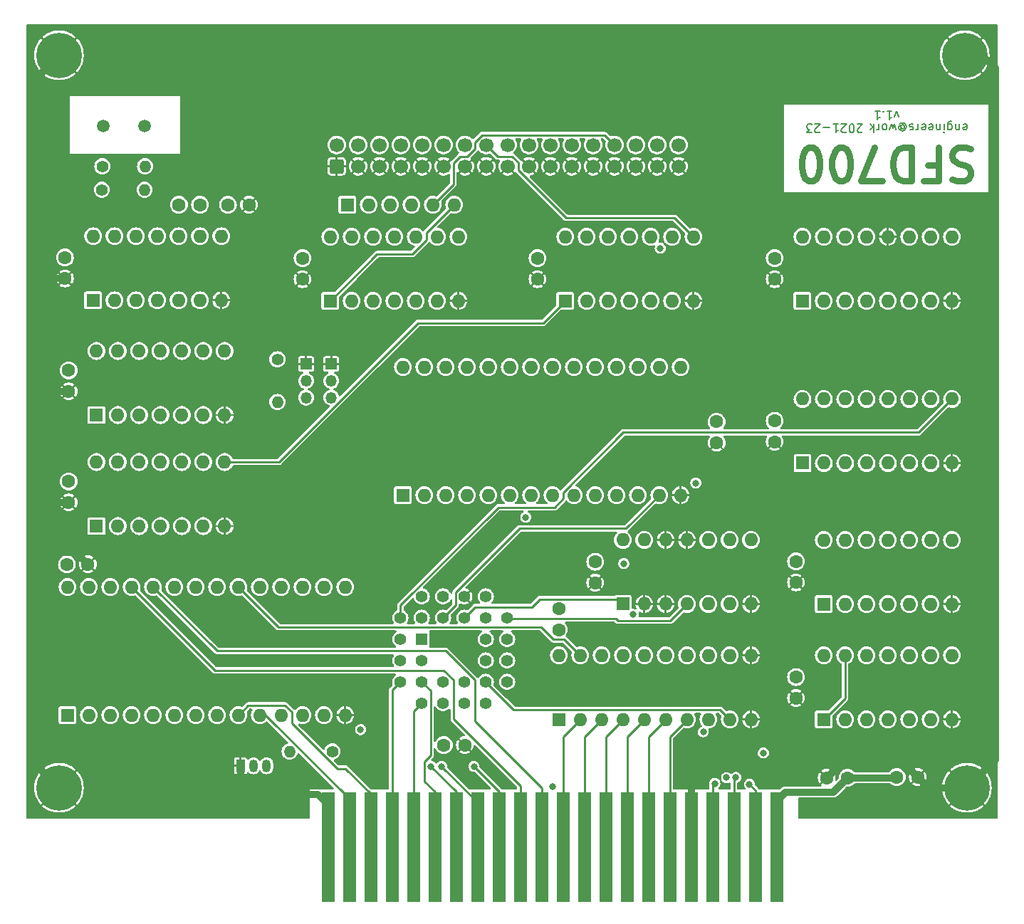
<source format=gbr>
G04 #@! TF.GenerationSoftware,KiCad,Pcbnew,(7.0.0-0)*
G04 #@! TF.CreationDate,2023-05-08T12:54:49+01:00*
G04 #@! TF.ProjectId,SFD700,53464437-3030-42e6-9b69-6361645f7063,rev?*
G04 #@! TF.SameCoordinates,Original*
G04 #@! TF.FileFunction,Copper,L1,Top*
G04 #@! TF.FilePolarity,Positive*
%FSLAX46Y46*%
G04 Gerber Fmt 4.6, Leading zero omitted, Abs format (unit mm)*
G04 Created by KiCad (PCBNEW (7.0.0-0)) date 2023-05-08 12:54:49*
%MOMM*%
%LPD*%
G01*
G04 APERTURE LIST*
G04 Aperture macros list*
%AMRoundRect*
0 Rectangle with rounded corners*
0 $1 Rounding radius*
0 $2 $3 $4 $5 $6 $7 $8 $9 X,Y pos of 4 corners*
0 Add a 4 corners polygon primitive as box body*
4,1,4,$2,$3,$4,$5,$6,$7,$8,$9,$2,$3,0*
0 Add four circle primitives for the rounded corners*
1,1,$1+$1,$2,$3*
1,1,$1+$1,$4,$5*
1,1,$1+$1,$6,$7*
1,1,$1+$1,$8,$9*
0 Add four rect primitives between the rounded corners*
20,1,$1+$1,$2,$3,$4,$5,0*
20,1,$1+$1,$4,$5,$6,$7,0*
20,1,$1+$1,$6,$7,$8,$9,0*
20,1,$1+$1,$8,$9,$2,$3,0*%
G04 Aperture macros list end*
%ADD10C,0.200000*%
G04 #@! TA.AperFunction,NonConductor*
%ADD11C,0.200000*%
G04 #@! TD*
%ADD12C,0.750000*%
G04 #@! TA.AperFunction,NonConductor*
%ADD13C,0.750000*%
G04 #@! TD*
G04 #@! TA.AperFunction,ComponentPad*
%ADD14C,1.600000*%
G04 #@! TD*
G04 #@! TA.AperFunction,ComponentPad*
%ADD15RoundRect,0.250000X0.600000X-0.600000X0.600000X0.600000X-0.600000X0.600000X-0.600000X-0.600000X0*%
G04 #@! TD*
G04 #@! TA.AperFunction,ComponentPad*
%ADD16C,1.700000*%
G04 #@! TD*
G04 #@! TA.AperFunction,ComponentPad*
%ADD17C,1.400000*%
G04 #@! TD*
G04 #@! TA.AperFunction,ComponentPad*
%ADD18O,1.400000X1.400000*%
G04 #@! TD*
G04 #@! TA.AperFunction,ComponentPad*
%ADD19R,1.600000X1.600000*%
G04 #@! TD*
G04 #@! TA.AperFunction,ComponentPad*
%ADD20O,1.600000X1.600000*%
G04 #@! TD*
G04 #@! TA.AperFunction,ComponentPad*
%ADD21R,1.422400X1.422400*%
G04 #@! TD*
G04 #@! TA.AperFunction,ComponentPad*
%ADD22C,1.422400*%
G04 #@! TD*
G04 #@! TA.AperFunction,ComponentPad*
%ADD23C,1.500000*%
G04 #@! TD*
G04 #@! TA.AperFunction,ConnectorPad*
%ADD24R,1.500000X13.000000*%
G04 #@! TD*
G04 #@! TA.AperFunction,ComponentPad*
%ADD25C,5.400000*%
G04 #@! TD*
G04 #@! TA.AperFunction,ComponentPad*
%ADD26R,1.350000X1.350000*%
G04 #@! TD*
G04 #@! TA.AperFunction,ComponentPad*
%ADD27O,1.350000X1.350000*%
G04 #@! TD*
G04 #@! TA.AperFunction,ComponentPad*
%ADD28R,1.050000X1.500000*%
G04 #@! TD*
G04 #@! TA.AperFunction,ComponentPad*
%ADD29O,1.050000X1.500000*%
G04 #@! TD*
G04 #@! TA.AperFunction,ViaPad*
%ADD30C,0.800000*%
G04 #@! TD*
G04 #@! TA.AperFunction,Conductor*
%ADD31C,0.250000*%
G04 #@! TD*
G04 #@! TA.AperFunction,Conductor*
%ADD32C,0.812800*%
G04 #@! TD*
G04 #@! TA.AperFunction,Conductor*
%ADD33C,0.500000*%
G04 #@! TD*
G04 APERTURE END LIST*
D10*
D11*
X211665714Y-52178238D02*
X211760952Y-52130619D01*
X211760952Y-52130619D02*
X211951428Y-52130619D01*
X211951428Y-52130619D02*
X212046666Y-52178238D01*
X212046666Y-52178238D02*
X212094285Y-52273476D01*
X212094285Y-52273476D02*
X212094285Y-52654428D01*
X212094285Y-52654428D02*
X212046666Y-52749666D01*
X212046666Y-52749666D02*
X211951428Y-52797285D01*
X211951428Y-52797285D02*
X211760952Y-52797285D01*
X211760952Y-52797285D02*
X211665714Y-52749666D01*
X211665714Y-52749666D02*
X211618095Y-52654428D01*
X211618095Y-52654428D02*
X211618095Y-52559190D01*
X211618095Y-52559190D02*
X212094285Y-52463952D01*
X211189523Y-52797285D02*
X211189523Y-52130619D01*
X211189523Y-52702047D02*
X211141904Y-52749666D01*
X211141904Y-52749666D02*
X211046666Y-52797285D01*
X211046666Y-52797285D02*
X210903809Y-52797285D01*
X210903809Y-52797285D02*
X210808571Y-52749666D01*
X210808571Y-52749666D02*
X210760952Y-52654428D01*
X210760952Y-52654428D02*
X210760952Y-52130619D01*
X209856190Y-52797285D02*
X209856190Y-51987761D01*
X209856190Y-51987761D02*
X209903809Y-51892523D01*
X209903809Y-51892523D02*
X209951428Y-51844904D01*
X209951428Y-51844904D02*
X210046666Y-51797285D01*
X210046666Y-51797285D02*
X210189523Y-51797285D01*
X210189523Y-51797285D02*
X210284761Y-51844904D01*
X209856190Y-52178238D02*
X209951428Y-52130619D01*
X209951428Y-52130619D02*
X210141904Y-52130619D01*
X210141904Y-52130619D02*
X210237142Y-52178238D01*
X210237142Y-52178238D02*
X210284761Y-52225857D01*
X210284761Y-52225857D02*
X210332380Y-52321095D01*
X210332380Y-52321095D02*
X210332380Y-52606809D01*
X210332380Y-52606809D02*
X210284761Y-52702047D01*
X210284761Y-52702047D02*
X210237142Y-52749666D01*
X210237142Y-52749666D02*
X210141904Y-52797285D01*
X210141904Y-52797285D02*
X209951428Y-52797285D01*
X209951428Y-52797285D02*
X209856190Y-52749666D01*
X209379999Y-52130619D02*
X209379999Y-52797285D01*
X209379999Y-53130619D02*
X209427618Y-53083000D01*
X209427618Y-53083000D02*
X209379999Y-53035380D01*
X209379999Y-53035380D02*
X209332380Y-53083000D01*
X209332380Y-53083000D02*
X209379999Y-53130619D01*
X209379999Y-53130619D02*
X209379999Y-53035380D01*
X208903809Y-52797285D02*
X208903809Y-52130619D01*
X208903809Y-52702047D02*
X208856190Y-52749666D01*
X208856190Y-52749666D02*
X208760952Y-52797285D01*
X208760952Y-52797285D02*
X208618095Y-52797285D01*
X208618095Y-52797285D02*
X208522857Y-52749666D01*
X208522857Y-52749666D02*
X208475238Y-52654428D01*
X208475238Y-52654428D02*
X208475238Y-52130619D01*
X207618095Y-52178238D02*
X207713333Y-52130619D01*
X207713333Y-52130619D02*
X207903809Y-52130619D01*
X207903809Y-52130619D02*
X207999047Y-52178238D01*
X207999047Y-52178238D02*
X208046666Y-52273476D01*
X208046666Y-52273476D02*
X208046666Y-52654428D01*
X208046666Y-52654428D02*
X207999047Y-52749666D01*
X207999047Y-52749666D02*
X207903809Y-52797285D01*
X207903809Y-52797285D02*
X207713333Y-52797285D01*
X207713333Y-52797285D02*
X207618095Y-52749666D01*
X207618095Y-52749666D02*
X207570476Y-52654428D01*
X207570476Y-52654428D02*
X207570476Y-52559190D01*
X207570476Y-52559190D02*
X208046666Y-52463952D01*
X206760952Y-52178238D02*
X206856190Y-52130619D01*
X206856190Y-52130619D02*
X207046666Y-52130619D01*
X207046666Y-52130619D02*
X207141904Y-52178238D01*
X207141904Y-52178238D02*
X207189523Y-52273476D01*
X207189523Y-52273476D02*
X207189523Y-52654428D01*
X207189523Y-52654428D02*
X207141904Y-52749666D01*
X207141904Y-52749666D02*
X207046666Y-52797285D01*
X207046666Y-52797285D02*
X206856190Y-52797285D01*
X206856190Y-52797285D02*
X206760952Y-52749666D01*
X206760952Y-52749666D02*
X206713333Y-52654428D01*
X206713333Y-52654428D02*
X206713333Y-52559190D01*
X206713333Y-52559190D02*
X207189523Y-52463952D01*
X206284761Y-52130619D02*
X206284761Y-52797285D01*
X206284761Y-52606809D02*
X206237142Y-52702047D01*
X206237142Y-52702047D02*
X206189523Y-52749666D01*
X206189523Y-52749666D02*
X206094285Y-52797285D01*
X206094285Y-52797285D02*
X205999047Y-52797285D01*
X205713332Y-52178238D02*
X205618094Y-52130619D01*
X205618094Y-52130619D02*
X205427618Y-52130619D01*
X205427618Y-52130619D02*
X205332380Y-52178238D01*
X205332380Y-52178238D02*
X205284761Y-52273476D01*
X205284761Y-52273476D02*
X205284761Y-52321095D01*
X205284761Y-52321095D02*
X205332380Y-52416333D01*
X205332380Y-52416333D02*
X205427618Y-52463952D01*
X205427618Y-52463952D02*
X205570475Y-52463952D01*
X205570475Y-52463952D02*
X205665713Y-52511571D01*
X205665713Y-52511571D02*
X205713332Y-52606809D01*
X205713332Y-52606809D02*
X205713332Y-52654428D01*
X205713332Y-52654428D02*
X205665713Y-52749666D01*
X205665713Y-52749666D02*
X205570475Y-52797285D01*
X205570475Y-52797285D02*
X205427618Y-52797285D01*
X205427618Y-52797285D02*
X205332380Y-52749666D01*
X204237142Y-52606809D02*
X204284761Y-52654428D01*
X204284761Y-52654428D02*
X204379999Y-52702047D01*
X204379999Y-52702047D02*
X204475237Y-52702047D01*
X204475237Y-52702047D02*
X204570475Y-52654428D01*
X204570475Y-52654428D02*
X204618094Y-52606809D01*
X204618094Y-52606809D02*
X204665713Y-52511571D01*
X204665713Y-52511571D02*
X204665713Y-52416333D01*
X204665713Y-52416333D02*
X204618094Y-52321095D01*
X204618094Y-52321095D02*
X204570475Y-52273476D01*
X204570475Y-52273476D02*
X204475237Y-52225857D01*
X204475237Y-52225857D02*
X204379999Y-52225857D01*
X204379999Y-52225857D02*
X204284761Y-52273476D01*
X204284761Y-52273476D02*
X204237142Y-52321095D01*
X204237142Y-52702047D02*
X204237142Y-52321095D01*
X204237142Y-52321095D02*
X204189523Y-52273476D01*
X204189523Y-52273476D02*
X204141904Y-52273476D01*
X204141904Y-52273476D02*
X204046665Y-52321095D01*
X204046665Y-52321095D02*
X203999046Y-52416333D01*
X203999046Y-52416333D02*
X203999046Y-52654428D01*
X203999046Y-52654428D02*
X204094285Y-52797285D01*
X204094285Y-52797285D02*
X204237142Y-52892523D01*
X204237142Y-52892523D02*
X204427618Y-52940142D01*
X204427618Y-52940142D02*
X204618094Y-52892523D01*
X204618094Y-52892523D02*
X204760951Y-52797285D01*
X204760951Y-52797285D02*
X204856189Y-52654428D01*
X204856189Y-52654428D02*
X204903808Y-52463952D01*
X204903808Y-52463952D02*
X204856189Y-52273476D01*
X204856189Y-52273476D02*
X204760951Y-52130619D01*
X204760951Y-52130619D02*
X204618094Y-52035380D01*
X204618094Y-52035380D02*
X204427618Y-51987761D01*
X204427618Y-51987761D02*
X204237142Y-52035380D01*
X204237142Y-52035380D02*
X204094285Y-52130619D01*
X203665713Y-52797285D02*
X203475237Y-52130619D01*
X203475237Y-52130619D02*
X203284761Y-52606809D01*
X203284761Y-52606809D02*
X203094285Y-52130619D01*
X203094285Y-52130619D02*
X202903809Y-52797285D01*
X202379999Y-52130619D02*
X202475237Y-52178238D01*
X202475237Y-52178238D02*
X202522856Y-52225857D01*
X202522856Y-52225857D02*
X202570475Y-52321095D01*
X202570475Y-52321095D02*
X202570475Y-52606809D01*
X202570475Y-52606809D02*
X202522856Y-52702047D01*
X202522856Y-52702047D02*
X202475237Y-52749666D01*
X202475237Y-52749666D02*
X202379999Y-52797285D01*
X202379999Y-52797285D02*
X202237142Y-52797285D01*
X202237142Y-52797285D02*
X202141904Y-52749666D01*
X202141904Y-52749666D02*
X202094285Y-52702047D01*
X202094285Y-52702047D02*
X202046666Y-52606809D01*
X202046666Y-52606809D02*
X202046666Y-52321095D01*
X202046666Y-52321095D02*
X202094285Y-52225857D01*
X202094285Y-52225857D02*
X202141904Y-52178238D01*
X202141904Y-52178238D02*
X202237142Y-52130619D01*
X202237142Y-52130619D02*
X202379999Y-52130619D01*
X201618094Y-52130619D02*
X201618094Y-52797285D01*
X201618094Y-52606809D02*
X201570475Y-52702047D01*
X201570475Y-52702047D02*
X201522856Y-52749666D01*
X201522856Y-52749666D02*
X201427618Y-52797285D01*
X201427618Y-52797285D02*
X201332380Y-52797285D01*
X200999046Y-52130619D02*
X200999046Y-53130619D01*
X200903808Y-52511571D02*
X200618094Y-52130619D01*
X200618094Y-52797285D02*
X200999046Y-52416333D01*
X199637141Y-53035380D02*
X199589522Y-53083000D01*
X199589522Y-53083000D02*
X199494284Y-53130619D01*
X199494284Y-53130619D02*
X199256189Y-53130619D01*
X199256189Y-53130619D02*
X199160951Y-53083000D01*
X199160951Y-53083000D02*
X199113332Y-53035380D01*
X199113332Y-53035380D02*
X199065713Y-52940142D01*
X199065713Y-52940142D02*
X199065713Y-52844904D01*
X199065713Y-52844904D02*
X199113332Y-52702047D01*
X199113332Y-52702047D02*
X199684760Y-52130619D01*
X199684760Y-52130619D02*
X199065713Y-52130619D01*
X198446665Y-53130619D02*
X198351427Y-53130619D01*
X198351427Y-53130619D02*
X198256189Y-53083000D01*
X198256189Y-53083000D02*
X198208570Y-53035380D01*
X198208570Y-53035380D02*
X198160951Y-52940142D01*
X198160951Y-52940142D02*
X198113332Y-52749666D01*
X198113332Y-52749666D02*
X198113332Y-52511571D01*
X198113332Y-52511571D02*
X198160951Y-52321095D01*
X198160951Y-52321095D02*
X198208570Y-52225857D01*
X198208570Y-52225857D02*
X198256189Y-52178238D01*
X198256189Y-52178238D02*
X198351427Y-52130619D01*
X198351427Y-52130619D02*
X198446665Y-52130619D01*
X198446665Y-52130619D02*
X198541903Y-52178238D01*
X198541903Y-52178238D02*
X198589522Y-52225857D01*
X198589522Y-52225857D02*
X198637141Y-52321095D01*
X198637141Y-52321095D02*
X198684760Y-52511571D01*
X198684760Y-52511571D02*
X198684760Y-52749666D01*
X198684760Y-52749666D02*
X198637141Y-52940142D01*
X198637141Y-52940142D02*
X198589522Y-53035380D01*
X198589522Y-53035380D02*
X198541903Y-53083000D01*
X198541903Y-53083000D02*
X198446665Y-53130619D01*
X197732379Y-53035380D02*
X197684760Y-53083000D01*
X197684760Y-53083000D02*
X197589522Y-53130619D01*
X197589522Y-53130619D02*
X197351427Y-53130619D01*
X197351427Y-53130619D02*
X197256189Y-53083000D01*
X197256189Y-53083000D02*
X197208570Y-53035380D01*
X197208570Y-53035380D02*
X197160951Y-52940142D01*
X197160951Y-52940142D02*
X197160951Y-52844904D01*
X197160951Y-52844904D02*
X197208570Y-52702047D01*
X197208570Y-52702047D02*
X197779998Y-52130619D01*
X197779998Y-52130619D02*
X197160951Y-52130619D01*
X196208570Y-52130619D02*
X196779998Y-52130619D01*
X196494284Y-52130619D02*
X196494284Y-53130619D01*
X196494284Y-53130619D02*
X196589522Y-52987761D01*
X196589522Y-52987761D02*
X196684760Y-52892523D01*
X196684760Y-52892523D02*
X196779998Y-52844904D01*
X195779998Y-52511571D02*
X195018094Y-52511571D01*
X194589522Y-53035380D02*
X194541903Y-53083000D01*
X194541903Y-53083000D02*
X194446665Y-53130619D01*
X194446665Y-53130619D02*
X194208570Y-53130619D01*
X194208570Y-53130619D02*
X194113332Y-53083000D01*
X194113332Y-53083000D02*
X194065713Y-53035380D01*
X194065713Y-53035380D02*
X194018094Y-52940142D01*
X194018094Y-52940142D02*
X194018094Y-52844904D01*
X194018094Y-52844904D02*
X194065713Y-52702047D01*
X194065713Y-52702047D02*
X194637141Y-52130619D01*
X194637141Y-52130619D02*
X194018094Y-52130619D01*
X193684760Y-53130619D02*
X193065713Y-53130619D01*
X193065713Y-53130619D02*
X193399046Y-52749666D01*
X193399046Y-52749666D02*
X193256189Y-52749666D01*
X193256189Y-52749666D02*
X193160951Y-52702047D01*
X193160951Y-52702047D02*
X193113332Y-52654428D01*
X193113332Y-52654428D02*
X193065713Y-52559190D01*
X193065713Y-52559190D02*
X193065713Y-52321095D01*
X193065713Y-52321095D02*
X193113332Y-52225857D01*
X193113332Y-52225857D02*
X193160951Y-52178238D01*
X193160951Y-52178238D02*
X193256189Y-52130619D01*
X193256189Y-52130619D02*
X193541903Y-52130619D01*
X193541903Y-52130619D02*
X193637141Y-52178238D01*
X193637141Y-52178238D02*
X193684760Y-52225857D01*
D12*
D13*
X212522857Y-55098952D02*
X211980000Y-54908476D01*
X211980000Y-54908476D02*
X211075238Y-54908476D01*
X211075238Y-54908476D02*
X210713333Y-55098952D01*
X210713333Y-55098952D02*
X210532381Y-55289428D01*
X210532381Y-55289428D02*
X210351428Y-55670380D01*
X210351428Y-55670380D02*
X210351428Y-56051333D01*
X210351428Y-56051333D02*
X210532381Y-56432285D01*
X210532381Y-56432285D02*
X210713333Y-56622761D01*
X210713333Y-56622761D02*
X211075238Y-56813238D01*
X211075238Y-56813238D02*
X211799047Y-57003714D01*
X211799047Y-57003714D02*
X212160952Y-57194190D01*
X212160952Y-57194190D02*
X212341905Y-57384666D01*
X212341905Y-57384666D02*
X212522857Y-57765619D01*
X212522857Y-57765619D02*
X212522857Y-58146571D01*
X212522857Y-58146571D02*
X212341905Y-58527523D01*
X212341905Y-58527523D02*
X212160952Y-58718000D01*
X212160952Y-58718000D02*
X211799047Y-58908476D01*
X211799047Y-58908476D02*
X210894286Y-58908476D01*
X210894286Y-58908476D02*
X210351428Y-58718000D01*
X207456190Y-57003714D02*
X208722857Y-57003714D01*
X208722857Y-54908476D02*
X208722857Y-58908476D01*
X208722857Y-58908476D02*
X206913333Y-58908476D01*
X205465714Y-54908476D02*
X205465714Y-58908476D01*
X205465714Y-58908476D02*
X204560952Y-58908476D01*
X204560952Y-58908476D02*
X204018095Y-58718000D01*
X204018095Y-58718000D02*
X203656190Y-58337047D01*
X203656190Y-58337047D02*
X203475237Y-57956095D01*
X203475237Y-57956095D02*
X203294285Y-57194190D01*
X203294285Y-57194190D02*
X203294285Y-56622761D01*
X203294285Y-56622761D02*
X203475237Y-55860857D01*
X203475237Y-55860857D02*
X203656190Y-55479904D01*
X203656190Y-55479904D02*
X204018095Y-55098952D01*
X204018095Y-55098952D02*
X204560952Y-54908476D01*
X204560952Y-54908476D02*
X205465714Y-54908476D01*
X202027618Y-58908476D02*
X199494285Y-58908476D01*
X199494285Y-58908476D02*
X201122856Y-54908476D01*
X197322856Y-58908476D02*
X196960951Y-58908476D01*
X196960951Y-58908476D02*
X196599047Y-58718000D01*
X196599047Y-58718000D02*
X196418094Y-58527523D01*
X196418094Y-58527523D02*
X196237142Y-58146571D01*
X196237142Y-58146571D02*
X196056189Y-57384666D01*
X196056189Y-57384666D02*
X196056189Y-56432285D01*
X196056189Y-56432285D02*
X196237142Y-55670380D01*
X196237142Y-55670380D02*
X196418094Y-55289428D01*
X196418094Y-55289428D02*
X196599047Y-55098952D01*
X196599047Y-55098952D02*
X196960951Y-54908476D01*
X196960951Y-54908476D02*
X197322856Y-54908476D01*
X197322856Y-54908476D02*
X197684761Y-55098952D01*
X197684761Y-55098952D02*
X197865713Y-55289428D01*
X197865713Y-55289428D02*
X198046666Y-55670380D01*
X198046666Y-55670380D02*
X198227618Y-56432285D01*
X198227618Y-56432285D02*
X198227618Y-57384666D01*
X198227618Y-57384666D02*
X198046666Y-58146571D01*
X198046666Y-58146571D02*
X197865713Y-58527523D01*
X197865713Y-58527523D02*
X197684761Y-58718000D01*
X197684761Y-58718000D02*
X197322856Y-58908476D01*
X193703808Y-58908476D02*
X193341903Y-58908476D01*
X193341903Y-58908476D02*
X192979999Y-58718000D01*
X192979999Y-58718000D02*
X192799046Y-58527523D01*
X192799046Y-58527523D02*
X192618094Y-58146571D01*
X192618094Y-58146571D02*
X192437141Y-57384666D01*
X192437141Y-57384666D02*
X192437141Y-56432285D01*
X192437141Y-56432285D02*
X192618094Y-55670380D01*
X192618094Y-55670380D02*
X192799046Y-55289428D01*
X192799046Y-55289428D02*
X192979999Y-55098952D01*
X192979999Y-55098952D02*
X193341903Y-54908476D01*
X193341903Y-54908476D02*
X193703808Y-54908476D01*
X193703808Y-54908476D02*
X194065713Y-55098952D01*
X194065713Y-55098952D02*
X194246665Y-55289428D01*
X194246665Y-55289428D02*
X194427618Y-55670380D01*
X194427618Y-55670380D02*
X194608570Y-56432285D01*
X194608570Y-56432285D02*
X194608570Y-57384666D01*
X194608570Y-57384666D02*
X194427618Y-58146571D01*
X194427618Y-58146571D02*
X194246665Y-58527523D01*
X194246665Y-58527523D02*
X194065713Y-58718000D01*
X194065713Y-58718000D02*
X193703808Y-58908476D01*
D10*
D11*
X203984570Y-51253285D02*
X203746475Y-50586619D01*
X203746475Y-50586619D02*
X203508380Y-51253285D01*
X202603618Y-50586619D02*
X203175046Y-50586619D01*
X202889332Y-50586619D02*
X202889332Y-51586619D01*
X202889332Y-51586619D02*
X202984570Y-51443761D01*
X202984570Y-51443761D02*
X203079808Y-51348523D01*
X203079808Y-51348523D02*
X203175046Y-51300904D01*
X202175046Y-50681857D02*
X202127427Y-50634238D01*
X202127427Y-50634238D02*
X202175046Y-50586619D01*
X202175046Y-50586619D02*
X202222665Y-50634238D01*
X202222665Y-50634238D02*
X202175046Y-50681857D01*
X202175046Y-50681857D02*
X202175046Y-50586619D01*
X201175047Y-50586619D02*
X201746475Y-50586619D01*
X201460761Y-50586619D02*
X201460761Y-51586619D01*
X201460761Y-51586619D02*
X201555999Y-51443761D01*
X201555999Y-51443761D02*
X201651237Y-51348523D01*
X201651237Y-51348523D02*
X201746475Y-51300904D01*
D14*
X161036000Y-68072000D03*
X161036000Y-70572000D03*
X104847000Y-67996000D03*
X104847000Y-70496000D03*
X133096000Y-68072000D03*
X133096000Y-70572000D03*
X105300000Y-94628000D03*
X105300000Y-97128000D03*
X105300000Y-81420000D03*
X105300000Y-83920000D03*
X152400000Y-125984000D03*
X149900000Y-125984000D03*
X197906000Y-129876000D03*
X195406000Y-129876000D03*
X203748000Y-129794000D03*
X206248000Y-129794000D03*
X163576000Y-112268000D03*
X163576000Y-109768000D03*
D15*
X137160000Y-57150000D03*
D16*
X137160000Y-54610000D03*
X139700000Y-57150000D03*
X139700000Y-54610000D03*
X142240000Y-57150000D03*
X142240000Y-54610000D03*
X144780000Y-57150000D03*
X144780000Y-54610000D03*
X147320000Y-57150000D03*
X147320000Y-54610000D03*
X149860000Y-57150000D03*
X149860000Y-54610000D03*
X152400000Y-57150000D03*
X152400000Y-54610000D03*
X154940000Y-57150000D03*
X154940000Y-54610000D03*
X157480000Y-57150000D03*
X157480000Y-54610000D03*
X160020000Y-57150000D03*
X160020000Y-54610000D03*
X162560000Y-57150000D03*
X162560000Y-54610000D03*
X165100000Y-57150000D03*
X165100000Y-54610000D03*
X167640000Y-57150000D03*
X167640000Y-54610000D03*
X170180000Y-57150000D03*
X170180000Y-54610000D03*
X172720000Y-57150000D03*
X172720000Y-54610000D03*
X175260000Y-57150000D03*
X175260000Y-54610000D03*
X177800000Y-57150000D03*
X177800000Y-54610000D03*
D17*
X130114000Y-80098000D03*
D18*
X130113999Y-85177999D03*
D17*
X136652000Y-126746000D03*
D18*
X131571999Y-126745999D03*
D19*
X138429999Y-61721999D03*
D20*
X140969999Y-61721999D03*
X143509999Y-61721999D03*
X146049999Y-61721999D03*
X148589999Y-61721999D03*
X151129999Y-61721999D03*
D19*
X164337999Y-73151999D03*
D20*
X166877999Y-73151999D03*
X169417999Y-73151999D03*
X171957999Y-73151999D03*
X174497999Y-73151999D03*
X177037999Y-73151999D03*
X179577999Y-73151999D03*
X179577999Y-65531999D03*
X177037999Y-65531999D03*
X174497999Y-65531999D03*
X171957999Y-65531999D03*
X169417999Y-65531999D03*
X166877999Y-65531999D03*
X164337999Y-65531999D03*
D19*
X108201999Y-73085999D03*
D20*
X110741999Y-73085999D03*
X113281999Y-73085999D03*
X115821999Y-73085999D03*
X118361999Y-73085999D03*
X120901999Y-73085999D03*
X123441999Y-73085999D03*
X123441999Y-65465999D03*
X120901999Y-65465999D03*
X118361999Y-65465999D03*
X115821999Y-65465999D03*
X113281999Y-65465999D03*
X110741999Y-65465999D03*
X108201999Y-65465999D03*
D19*
X171190999Y-109209999D03*
D20*
X173730999Y-109209999D03*
X176270999Y-109209999D03*
X178810999Y-109209999D03*
X181350999Y-109209999D03*
X183890999Y-109209999D03*
X186430999Y-109209999D03*
X186430999Y-101589999D03*
X183890999Y-101589999D03*
X181350999Y-101589999D03*
X178810999Y-101589999D03*
X176270999Y-101589999D03*
X173730999Y-101589999D03*
X171190999Y-101589999D03*
D19*
X108601999Y-99941999D03*
D20*
X111141999Y-99941999D03*
X113681999Y-99941999D03*
X116221999Y-99941999D03*
X118761999Y-99941999D03*
X121301999Y-99941999D03*
X123841999Y-99941999D03*
X123841999Y-92321999D03*
X121301999Y-92321999D03*
X118761999Y-92321999D03*
X116221999Y-92321999D03*
X113681999Y-92321999D03*
X111141999Y-92321999D03*
X108601999Y-92321999D03*
D21*
X147259999Y-113393999D03*
D22*
X144720000Y-115934000D03*
X147260000Y-115934000D03*
X144720000Y-118474000D03*
X147260000Y-121014000D03*
X147260000Y-118474000D03*
X149800000Y-121014000D03*
X149800000Y-118474000D03*
X152340000Y-121014000D03*
X152340000Y-118474000D03*
X154880000Y-121014000D03*
X157420000Y-118474000D03*
X154880000Y-118474000D03*
X157420000Y-115934000D03*
X154880000Y-115934000D03*
X157420000Y-113394000D03*
X154880000Y-113394000D03*
X157420000Y-110854000D03*
X154880000Y-108314000D03*
X154880000Y-110854000D03*
X152340000Y-108314000D03*
X152340000Y-110854000D03*
X149800000Y-108314000D03*
X149800000Y-110854000D03*
X147260000Y-108314000D03*
X144720000Y-110854000D03*
X147260000Y-110854000D03*
X144720000Y-113394000D03*
D19*
X163575999Y-122935999D03*
D20*
X166115999Y-122935999D03*
X168655999Y-122935999D03*
X171195999Y-122935999D03*
X173735999Y-122935999D03*
X176275999Y-122935999D03*
X178815999Y-122935999D03*
X181355999Y-122935999D03*
X183895999Y-122935999D03*
X186435999Y-122935999D03*
X186435999Y-115315999D03*
X183895999Y-115315999D03*
X181355999Y-115315999D03*
X178815999Y-115315999D03*
X176275999Y-115315999D03*
X173735999Y-115315999D03*
X171195999Y-115315999D03*
X168655999Y-115315999D03*
X166115999Y-115315999D03*
X163575999Y-115315999D03*
D19*
X195071999Y-122935999D03*
D20*
X197611999Y-122935999D03*
X200151999Y-122935999D03*
X202691999Y-122935999D03*
X205231999Y-122935999D03*
X207771999Y-122935999D03*
X210311999Y-122935999D03*
X210311999Y-115315999D03*
X207771999Y-115315999D03*
X205231999Y-115315999D03*
X202691999Y-115315999D03*
X200151999Y-115315999D03*
X197611999Y-115315999D03*
X195071999Y-115315999D03*
D19*
X192531999Y-73151999D03*
D20*
X195071999Y-73151999D03*
X197611999Y-73151999D03*
X200151999Y-73151999D03*
X202691999Y-73151999D03*
X205231999Y-73151999D03*
X207771999Y-73151999D03*
X210311999Y-73151999D03*
X210311999Y-65531999D03*
X207771999Y-65531999D03*
X205231999Y-65531999D03*
X202691999Y-65531999D03*
X200151999Y-65531999D03*
X197611999Y-65531999D03*
X195071999Y-65531999D03*
X192531999Y-65531999D03*
D19*
X195071999Y-109219999D03*
D20*
X197611999Y-109219999D03*
X200151999Y-109219999D03*
X202691999Y-109219999D03*
X205231999Y-109219999D03*
X207771999Y-109219999D03*
X210311999Y-109219999D03*
X210311999Y-101599999D03*
X207771999Y-101599999D03*
X205231999Y-101599999D03*
X202691999Y-101599999D03*
X200151999Y-101599999D03*
X197611999Y-101599999D03*
X195071999Y-101599999D03*
D19*
X192546999Y-92445999D03*
D20*
X195086999Y-92445999D03*
X197626999Y-92445999D03*
X200166999Y-92445999D03*
X202706999Y-92445999D03*
X205246999Y-92445999D03*
X207786999Y-92445999D03*
X210326999Y-92445999D03*
X210326999Y-84825999D03*
X207786999Y-84825999D03*
X205246999Y-84825999D03*
X202706999Y-84825999D03*
X200166999Y-84825999D03*
X197626999Y-84825999D03*
X195086999Y-84825999D03*
X192546999Y-84825999D03*
D23*
X114300000Y-52328000D03*
X109400000Y-52328000D03*
D24*
X189469999Y-138153199D03*
X186929999Y-138153199D03*
X184389999Y-138153199D03*
X181849999Y-138153199D03*
X179309999Y-138153199D03*
X176769999Y-138153199D03*
X174229999Y-138153199D03*
X171689999Y-138153199D03*
X169149999Y-138153199D03*
X166609999Y-138153199D03*
X164069999Y-138153199D03*
X161529999Y-138153199D03*
X158989999Y-138153199D03*
X156449999Y-138153199D03*
X153909999Y-138153199D03*
X151369999Y-138153199D03*
X148829999Y-138153199D03*
X146289999Y-138153199D03*
X143749999Y-138153199D03*
X141209999Y-138153199D03*
X138669999Y-138153199D03*
X136129999Y-138153199D03*
D14*
X167894000Y-104180000D03*
X167894000Y-106680000D03*
D25*
X104140000Y-131064000D03*
D14*
X191770000Y-104140000D03*
X191770000Y-106640000D03*
X191770000Y-120396000D03*
X191770000Y-117896000D03*
D26*
X136513999Y-80667999D03*
D27*
X136513999Y-82667999D03*
X136513999Y-84667999D03*
D26*
X133513999Y-80667999D03*
D27*
X133513999Y-82667999D03*
X133513999Y-84667999D03*
D17*
X109300000Y-57150000D03*
D18*
X114379999Y-57149999D03*
D14*
X124226000Y-61722000D03*
X126726000Y-61722000D03*
X189230000Y-68072000D03*
X189230000Y-70572000D03*
D19*
X145033999Y-96265999D03*
D20*
X147573999Y-96265999D03*
X150113999Y-96265999D03*
X152653999Y-96265999D03*
X155193999Y-96265999D03*
X157733999Y-96265999D03*
X160273999Y-96265999D03*
X162813999Y-96265999D03*
X165353999Y-96265999D03*
X167893999Y-96265999D03*
X170433999Y-96265999D03*
X172973999Y-96265999D03*
X175513999Y-96265999D03*
X178053999Y-96265999D03*
X178053999Y-81025999D03*
X175513999Y-81025999D03*
X172973999Y-81025999D03*
X170433999Y-81025999D03*
X167893999Y-81025999D03*
X165353999Y-81025999D03*
X162813999Y-81025999D03*
X160273999Y-81025999D03*
X157733999Y-81025999D03*
X155193999Y-81025999D03*
X152653999Y-81025999D03*
X150113999Y-81025999D03*
X147573999Y-81025999D03*
X145033999Y-81025999D03*
D14*
X182334000Y-90036000D03*
X182334000Y-87536000D03*
D25*
X212090000Y-131064000D03*
D28*
X125729999Y-128445999D03*
D29*
X127253999Y-128445999D03*
X128828799Y-128445999D03*
D17*
X109240000Y-59944000D03*
D18*
X114319999Y-59943999D03*
D14*
X189230000Y-89916000D03*
X189230000Y-87416000D03*
X118404000Y-61722000D03*
X120904000Y-61722000D03*
D25*
X104140000Y-43942000D03*
X211836000Y-43942000D03*
D14*
X107586000Y-104487000D03*
X105086000Y-104487000D03*
D19*
X105155999Y-122427999D03*
D20*
X107695999Y-122427999D03*
X110235999Y-122427999D03*
X112775999Y-122427999D03*
X115315999Y-122427999D03*
X117855999Y-122427999D03*
X120395999Y-122427999D03*
X122935999Y-122427999D03*
X125475999Y-122427999D03*
X128015999Y-122427999D03*
X130555999Y-122427999D03*
X133095999Y-122427999D03*
X135635999Y-122427999D03*
X138175999Y-122427999D03*
X138175999Y-107187999D03*
X135635999Y-107187999D03*
X133095999Y-107187999D03*
X130555999Y-107187999D03*
X128015999Y-107187999D03*
X125475999Y-107187999D03*
X122935999Y-107187999D03*
X120395999Y-107187999D03*
X117855999Y-107187999D03*
X115315999Y-107187999D03*
X112775999Y-107187999D03*
X110235999Y-107187999D03*
X107695999Y-107187999D03*
X105155999Y-107187999D03*
D19*
X136397999Y-73151999D03*
D20*
X138937999Y-73151999D03*
X141477999Y-73151999D03*
X144017999Y-73151999D03*
X146557999Y-73151999D03*
X149097999Y-73151999D03*
X151637999Y-73151999D03*
X151637999Y-65531999D03*
X149097999Y-65531999D03*
X146557999Y-65531999D03*
X144017999Y-65531999D03*
X141477999Y-65531999D03*
X138937999Y-65531999D03*
X136397999Y-65531999D03*
D19*
X108601999Y-86733999D03*
D20*
X111141999Y-86733999D03*
X113681999Y-86733999D03*
X116221999Y-86733999D03*
X118761999Y-86733999D03*
X121301999Y-86733999D03*
X123841999Y-86733999D03*
X123841999Y-79113999D03*
X121301999Y-79113999D03*
X118761999Y-79113999D03*
X116221999Y-79113999D03*
X113681999Y-79113999D03*
X111141999Y-79113999D03*
X108601999Y-79113999D03*
D30*
X159639000Y-98894000D03*
X172436400Y-110458200D03*
X171302900Y-104386500D03*
X175623400Y-66897600D03*
X140000300Y-124144900D03*
X148381700Y-128521000D03*
X149646800Y-128521000D03*
X153478400Y-128521000D03*
X162814000Y-130943900D03*
X180742300Y-124427600D03*
X179855400Y-94824900D03*
X182118000Y-130556000D03*
X183519100Y-129860600D03*
X184613300Y-129832600D03*
X187889700Y-126925700D03*
X186238349Y-130642249D03*
D31*
X186238349Y-130642249D02*
X186930000Y-131333900D01*
X186930000Y-131333900D02*
X186930000Y-138153200D01*
X182118000Y-130556000D02*
X181850000Y-130824000D01*
X181850000Y-130824000D02*
X181850000Y-138153200D01*
X147260000Y-118474000D02*
X148314800Y-119528800D01*
X148314800Y-119528800D02*
X148314800Y-127215900D01*
X147602700Y-127928000D02*
X147602700Y-130330700D01*
X148314800Y-127215900D02*
X147602700Y-127928000D01*
X147602700Y-130330700D02*
X148830000Y-131558000D01*
X148830000Y-131558000D02*
X148830000Y-138153200D01*
X125476000Y-122428000D02*
X126635200Y-121268800D01*
X126635200Y-121268800D02*
X131016300Y-121268800D01*
X131016300Y-121268800D02*
X131826000Y-122078500D01*
X131826000Y-122078500D02*
X131826000Y-123369569D01*
X131826000Y-123369569D02*
X137234431Y-128778000D01*
X137234431Y-128778000D02*
X138176000Y-128778000D01*
X138176000Y-128778000D02*
X141210000Y-131812000D01*
X141210000Y-131812000D02*
X141210000Y-138153200D01*
X164214500Y-113414500D02*
X166116000Y-115316000D01*
X162947500Y-113414500D02*
X164214500Y-113414500D01*
X161497700Y-111964700D02*
X162947500Y-113414500D01*
X130252700Y-111964700D02*
X161497700Y-111964700D01*
X125476000Y-107188000D02*
X130252700Y-111964700D01*
X144720000Y-109363000D02*
X144720000Y-110854000D01*
X156378800Y-97704200D02*
X144720000Y-109363000D01*
X163044800Y-97704200D02*
X156378800Y-97704200D01*
X164084000Y-96665000D02*
X163044800Y-97704200D01*
X164084000Y-95938500D02*
X164084000Y-96665000D01*
X171236500Y-88786000D02*
X164084000Y-95938500D01*
X206367000Y-88786000D02*
X171236500Y-88786000D01*
X210327000Y-84826000D02*
X206367000Y-88786000D01*
X197612000Y-120396000D02*
X197612000Y-115316000D01*
X195072000Y-122936000D02*
X197612000Y-120396000D01*
X151303400Y-109350600D02*
X149800000Y-110854000D01*
X151303400Y-107815300D02*
X151303400Y-109350600D01*
X158895700Y-100223000D02*
X151303400Y-107815300D01*
X171557000Y-100223000D02*
X158895700Y-100223000D01*
X175514000Y-96266000D02*
X171557000Y-100223000D01*
X176836700Y-111184300D02*
X178811000Y-109210000D01*
X170583800Y-111184300D02*
X176836700Y-111184300D01*
X170335400Y-110935900D02*
X170583800Y-111184300D01*
X157501900Y-110935900D02*
X170335400Y-110935900D01*
X157420000Y-110854000D02*
X157501900Y-110935900D01*
X170619200Y-108638200D02*
X171191000Y-109210000D01*
X161311400Y-108638200D02*
X170619200Y-108638200D01*
X160365600Y-109584000D02*
X161311400Y-108638200D01*
X153610000Y-109584000D02*
X160365600Y-109584000D01*
X152340000Y-110854000D02*
X153610000Y-109584000D01*
X161691000Y-75799000D02*
X164338000Y-73152000D01*
X146807100Y-75799000D02*
X161691000Y-75799000D01*
X130284100Y-92322000D02*
X146807100Y-75799000D01*
X123842000Y-92322000D02*
X130284100Y-92322000D01*
X147828000Y-65024000D02*
X151130000Y-61722000D01*
X147828000Y-65909800D02*
X147828000Y-65024000D01*
X146146300Y-67591500D02*
X147828000Y-65909800D01*
X141958500Y-67591500D02*
X146146300Y-67591500D01*
X136398000Y-73152000D02*
X141958500Y-67591500D01*
X168998800Y-53428800D02*
X170180000Y-54610000D01*
X154412300Y-53428800D02*
X168998800Y-53428800D01*
X153575400Y-54265700D02*
X154412300Y-53428800D01*
X153575400Y-55096900D02*
X153575400Y-54265700D01*
X152697700Y-55974600D02*
X153575400Y-55096900D01*
X151851200Y-55974600D02*
X152697700Y-55974600D01*
X151035400Y-56790400D02*
X151851200Y-55974600D01*
X151035400Y-59276600D02*
X151035400Y-56790400D01*
X148590000Y-61722000D02*
X151035400Y-59276600D01*
X177327700Y-63281700D02*
X179578000Y-65532000D01*
X164409100Y-63281700D02*
X177327700Y-63281700D01*
X158750000Y-57622600D02*
X164409100Y-63281700D01*
X158750000Y-56719000D02*
X158750000Y-57622600D01*
X158005600Y-55974600D02*
X158750000Y-56719000D01*
X156304600Y-55974600D02*
X158005600Y-55974600D01*
X154940000Y-54610000D02*
X156304600Y-55974600D01*
X138670000Y-132391600D02*
X138670000Y-138153200D01*
X128706400Y-122428000D02*
X138670000Y-132391600D01*
X128016000Y-122428000D02*
X128706400Y-122428000D01*
X143750000Y-119444000D02*
X143750000Y-138153200D01*
X144720000Y-118474000D02*
X143750000Y-119444000D01*
X146290000Y-121984000D02*
X146290000Y-138153200D01*
X147260000Y-121014000D02*
X146290000Y-121984000D01*
X151370000Y-131509300D02*
X148381700Y-128521000D01*
X151370000Y-138153200D02*
X151370000Y-131509300D01*
X153910000Y-132784200D02*
X149646800Y-128521000D01*
X153910000Y-138153200D02*
X153910000Y-132784200D01*
X156450000Y-131492600D02*
X153478400Y-128521000D01*
X156450000Y-138153200D02*
X156450000Y-131492600D01*
X158990000Y-130817900D02*
X158990000Y-138153200D01*
X151070000Y-122897900D02*
X158990000Y-130817900D01*
X151070000Y-118260400D02*
X151070000Y-122897900D01*
X149905900Y-117096300D02*
X151070000Y-118260400D01*
X122684300Y-117096300D02*
X149905900Y-117096300D01*
X112776000Y-107188000D02*
X122684300Y-117096300D01*
X161530000Y-131065200D02*
X161530000Y-138153200D01*
X153610000Y-123145200D02*
X161530000Y-131065200D01*
X153610000Y-118268400D02*
X153610000Y-123145200D01*
X150127800Y-114786200D02*
X153610000Y-118268400D01*
X122914200Y-114786200D02*
X150127800Y-114786200D01*
X115316000Y-107188000D02*
X122914200Y-114786200D01*
X164070000Y-124982000D02*
X166116000Y-122936000D01*
X164070000Y-138153200D02*
X164070000Y-124982000D01*
X182746900Y-121786900D02*
X183896000Y-122936000D01*
X158192900Y-121786900D02*
X182746900Y-121786900D01*
X154880000Y-118474000D02*
X158192900Y-121786900D01*
X166610000Y-124982000D02*
X166610000Y-138153200D01*
X168656000Y-122936000D02*
X166610000Y-124982000D01*
X169150000Y-124982000D02*
X169150000Y-138153200D01*
X171196000Y-122936000D02*
X169150000Y-124982000D01*
X171690000Y-124982000D02*
X171690000Y-138153200D01*
X173736000Y-122936000D02*
X171690000Y-124982000D01*
X174230000Y-124982000D02*
X174230000Y-138153200D01*
X176276000Y-122936000D02*
X174230000Y-124982000D01*
X176770000Y-124982000D02*
X178816000Y-122936000D01*
X176770000Y-138153200D02*
X176770000Y-124982000D01*
X184390000Y-130055900D02*
X184613300Y-129832600D01*
X184390000Y-138153200D02*
X184390000Y-130055900D01*
D32*
X203666000Y-129876000D02*
X203748000Y-129794000D01*
X197906000Y-129876000D02*
X203666000Y-129876000D01*
X196210000Y-131572000D02*
X197906000Y-129876000D01*
X190500000Y-131572000D02*
X196210000Y-131572000D01*
X189470000Y-132602000D02*
X190500000Y-131572000D01*
X189470000Y-138153000D02*
X189470000Y-132602000D01*
D33*
X189470000Y-138153000D02*
X189470000Y-138153200D01*
D32*
X211836000Y-43942000D02*
X213614000Y-43942000D01*
X100838000Y-102362000D02*
X100838000Y-97282000D01*
X100838000Y-97282000D02*
X100838000Y-84074000D01*
X100954000Y-70496000D02*
X100838000Y-70612000D01*
X104847000Y-70496000D02*
X100954000Y-70496000D01*
X100992000Y-97128000D02*
X100838000Y-97282000D01*
X105300000Y-97128000D02*
X100992000Y-97128000D01*
X197266000Y-128016000D02*
X195406000Y-129876000D01*
X204470000Y-128016000D02*
X197266000Y-128016000D01*
X206248000Y-129794000D02*
X204470000Y-128016000D01*
X207518000Y-131064000D02*
X206248000Y-129794000D01*
X212090000Y-131064000D02*
X207518000Y-131064000D01*
X100838000Y-127762000D02*
X100838000Y-102362000D01*
X104140000Y-131064000D02*
X100838000Y-127762000D01*
X100992000Y-83920000D02*
X100838000Y-84074000D01*
X105300000Y-83920000D02*
X100992000Y-83920000D01*
X100838000Y-84074000D02*
X100838000Y-70612000D01*
X101557000Y-103081000D02*
X100838000Y-102362000D01*
X106180000Y-103081000D02*
X101557000Y-103081000D01*
X107586000Y-104487000D02*
X106180000Y-103081000D01*
X100838000Y-47244000D02*
X104140000Y-43942000D01*
X100838000Y-70612000D02*
X100838000Y-47244000D01*
X211836000Y-43942000D02*
X213614000Y-43942000D01*
X215454000Y-127700000D02*
X212090000Y-131064000D01*
X215454000Y-45527600D02*
X215454000Y-127700000D01*
X213868000Y-43942000D02*
X215454000Y-45527600D01*
X213614000Y-43942000D02*
X213868000Y-43942000D01*
X179310000Y-129554000D02*
X179310000Y-138153000D01*
X180848000Y-128016000D02*
X179310000Y-129554000D01*
X197266000Y-128016000D02*
X180848000Y-128016000D01*
D33*
X179310000Y-138153000D02*
X179310000Y-138153200D01*
D32*
X125730000Y-129540000D02*
X125730000Y-128446000D01*
X128016000Y-131826000D02*
X125730000Y-129540000D01*
X134874000Y-131826000D02*
X128016000Y-131826000D01*
X136130000Y-133082000D02*
X134874000Y-131826000D01*
X136130000Y-138153000D02*
X136130000Y-133082000D01*
D33*
X136130000Y-138153000D02*
X136130000Y-138153200D01*
G04 #@! TA.AperFunction,Conductor*
G36*
X215687994Y-40266620D02*
G01*
X215733385Y-40312008D01*
X215750000Y-40374011D01*
X215750000Y-134626000D01*
X215733387Y-134688000D01*
X215688000Y-134733387D01*
X215626000Y-134750000D01*
X192124000Y-134750000D01*
X192062000Y-134733387D01*
X192016613Y-134688000D01*
X192000000Y-134626000D01*
X192000000Y-133238345D01*
X210097711Y-133238345D01*
X210105398Y-133249671D01*
X210322624Y-133431946D01*
X210328422Y-133436263D01*
X210609480Y-133621118D01*
X210615729Y-133624725D01*
X210916347Y-133775702D01*
X210922986Y-133778565D01*
X211239107Y-133893624D01*
X211246004Y-133895689D01*
X211573363Y-133973275D01*
X211580447Y-133974524D01*
X211914611Y-134013582D01*
X211921780Y-134014000D01*
X212258220Y-134014000D01*
X212265388Y-134013582D01*
X212599552Y-133974524D01*
X212606636Y-133973275D01*
X212933995Y-133895689D01*
X212940892Y-133893624D01*
X213257013Y-133778565D01*
X213263652Y-133775702D01*
X213564270Y-133624725D01*
X213570519Y-133621118D01*
X213851577Y-133436263D01*
X213857375Y-133431946D01*
X214074600Y-133249671D01*
X214082287Y-133238345D01*
X214075616Y-133226393D01*
X212101542Y-131252319D01*
X212090000Y-131245655D01*
X212078457Y-131252319D01*
X210104382Y-133226393D01*
X210097711Y-133238345D01*
X192000000Y-133238345D01*
X192000000Y-132356900D01*
X192016613Y-132294900D01*
X192062000Y-132249513D01*
X192124000Y-132232900D01*
X196186273Y-132232900D01*
X196193760Y-132233126D01*
X196250197Y-132236540D01*
X196305834Y-132226343D01*
X196313189Y-132225223D01*
X196369325Y-132218408D01*
X196377659Y-132215246D01*
X196399292Y-132209216D01*
X196408064Y-132207609D01*
X196459636Y-132184397D01*
X196466506Y-132181551D01*
X196519391Y-132161496D01*
X196526728Y-132156431D01*
X196546290Y-132145397D01*
X196554420Y-132141739D01*
X196598937Y-132106860D01*
X196604925Y-132102455D01*
X196651477Y-132070324D01*
X196688993Y-132027975D01*
X196694096Y-132022555D01*
X197649046Y-131067605D01*
X209135211Y-131067605D01*
X209154771Y-131403439D01*
X209155610Y-131410619D01*
X209214025Y-131741912D01*
X209215687Y-131748925D01*
X209312177Y-132071223D01*
X209314634Y-132077972D01*
X209447887Y-132386890D01*
X209451120Y-132393326D01*
X209619325Y-132684666D01*
X209623293Y-132690698D01*
X209824186Y-132960546D01*
X209828813Y-132966059D01*
X209905921Y-133047788D01*
X209917409Y-133054798D01*
X209929094Y-133048127D01*
X211901680Y-131075542D01*
X211908344Y-131064000D01*
X211908343Y-131063999D01*
X212271655Y-131063999D01*
X212278319Y-131075542D01*
X214250904Y-133048127D01*
X214262590Y-133054798D01*
X214274076Y-133047791D01*
X214351186Y-132966059D01*
X214355816Y-132960541D01*
X214556706Y-132690698D01*
X214560674Y-132684666D01*
X214728879Y-132393326D01*
X214732112Y-132386890D01*
X214865365Y-132077972D01*
X214867822Y-132071223D01*
X214964312Y-131748925D01*
X214965974Y-131741912D01*
X215024389Y-131410619D01*
X215025228Y-131403439D01*
X215044789Y-131067605D01*
X215044789Y-131060395D01*
X215025228Y-130724560D01*
X215024389Y-130717380D01*
X214965974Y-130386087D01*
X214964312Y-130379074D01*
X214867822Y-130056776D01*
X214865365Y-130050027D01*
X214732112Y-129741109D01*
X214728879Y-129734673D01*
X214560674Y-129443333D01*
X214556706Y-129437301D01*
X214355813Y-129167453D01*
X214351186Y-129161940D01*
X214274077Y-129080210D01*
X214262589Y-129073200D01*
X214250904Y-129079871D01*
X212278319Y-131052457D01*
X212271655Y-131063999D01*
X211908343Y-131063999D01*
X211901680Y-131052457D01*
X209929094Y-129079871D01*
X209917408Y-129073200D01*
X209905923Y-129080207D01*
X209828805Y-129161949D01*
X209824190Y-129167448D01*
X209623293Y-129437301D01*
X209619325Y-129443333D01*
X209451120Y-129734673D01*
X209447887Y-129741109D01*
X209314634Y-130050027D01*
X209312177Y-130056776D01*
X209215687Y-130379074D01*
X209214025Y-130386087D01*
X209155610Y-130717380D01*
X209154771Y-130724560D01*
X209135211Y-131060395D01*
X209135211Y-131067605D01*
X197649046Y-131067605D01*
X197750785Y-130965866D01*
X197796691Y-130936797D01*
X197850615Y-130930146D01*
X197906000Y-130935602D01*
X198112718Y-130915242D01*
X198311492Y-130854945D01*
X198494683Y-130757027D01*
X198655252Y-130625252D01*
X198690554Y-130582235D01*
X198733391Y-130548805D01*
X198786408Y-130536900D01*
X202946640Y-130536900D01*
X202988414Y-130544148D01*
X203025304Y-130565046D01*
X203150023Y-130667400D01*
X203159317Y-130675027D01*
X203342508Y-130772945D01*
X203541282Y-130833242D01*
X203748000Y-130853602D01*
X203954718Y-130833242D01*
X204153492Y-130772945D01*
X204336683Y-130675027D01*
X204404389Y-130619462D01*
X205604644Y-130619462D01*
X205612456Y-130630750D01*
X205657115Y-130667400D01*
X205667206Y-130674143D01*
X205838865Y-130765896D01*
X205850065Y-130770535D01*
X206036333Y-130827039D01*
X206048228Y-130829405D01*
X206241939Y-130848484D01*
X206254061Y-130848484D01*
X206447771Y-130829405D01*
X206459666Y-130827039D01*
X206645934Y-130770535D01*
X206657134Y-130765896D01*
X206828795Y-130674142D01*
X206838883Y-130667400D01*
X206883541Y-130630751D01*
X206891354Y-130619461D01*
X206884687Y-130607464D01*
X206259542Y-129982319D01*
X206248000Y-129975655D01*
X206236457Y-129982319D01*
X205611312Y-130607463D01*
X205604644Y-130619462D01*
X204404389Y-130619462D01*
X204497252Y-130543252D01*
X204629027Y-130382683D01*
X204726945Y-130199492D01*
X204787242Y-130000718D01*
X204807005Y-129800061D01*
X205193516Y-129800061D01*
X205212594Y-129993771D01*
X205214960Y-130005666D01*
X205271464Y-130191934D01*
X205276103Y-130203134D01*
X205367856Y-130374793D01*
X205374599Y-130384885D01*
X205411248Y-130429542D01*
X205422536Y-130437354D01*
X205434535Y-130430686D01*
X206059680Y-129805542D01*
X206066344Y-129793999D01*
X206429655Y-129793999D01*
X206436319Y-129805542D01*
X207061464Y-130430687D01*
X207073461Y-130437354D01*
X207084751Y-130429541D01*
X207121400Y-130384883D01*
X207128142Y-130374795D01*
X207219896Y-130203134D01*
X207224535Y-130191934D01*
X207281039Y-130005666D01*
X207283405Y-129993771D01*
X207302484Y-129800061D01*
X207302484Y-129787939D01*
X207283405Y-129594228D01*
X207281039Y-129582333D01*
X207224535Y-129396065D01*
X207219896Y-129384865D01*
X207128143Y-129213206D01*
X207121400Y-129203115D01*
X207084750Y-129158456D01*
X207073462Y-129150644D01*
X207061463Y-129157312D01*
X206436319Y-129782457D01*
X206429655Y-129793999D01*
X206066344Y-129793999D01*
X206059680Y-129782457D01*
X205434535Y-129157312D01*
X205422536Y-129150644D01*
X205411247Y-129158458D01*
X205374599Y-129203115D01*
X205367858Y-129213203D01*
X205276103Y-129384865D01*
X205271464Y-129396065D01*
X205214960Y-129582333D01*
X205212594Y-129594228D01*
X205193516Y-129787939D01*
X205193516Y-129800061D01*
X204807005Y-129800061D01*
X204807602Y-129794000D01*
X204787242Y-129587282D01*
X204726945Y-129388508D01*
X204629027Y-129205317D01*
X204497252Y-129044748D01*
X204404387Y-128968536D01*
X205604644Y-128968536D01*
X205611312Y-128980535D01*
X206236457Y-129605680D01*
X206248000Y-129612344D01*
X206259542Y-129605680D01*
X206884686Y-128980535D01*
X206891354Y-128968536D01*
X206883542Y-128957248D01*
X206838885Y-128920599D01*
X206828793Y-128913856D01*
X206783512Y-128889653D01*
X210097711Y-128889653D01*
X210104381Y-128901604D01*
X212078457Y-130875680D01*
X212090000Y-130882344D01*
X212101542Y-130875680D01*
X214075617Y-128901604D01*
X214082287Y-128889653D01*
X214074600Y-128878327D01*
X213857375Y-128696053D01*
X213851577Y-128691736D01*
X213570519Y-128506881D01*
X213564270Y-128503274D01*
X213263652Y-128352297D01*
X213257013Y-128349434D01*
X212940892Y-128234375D01*
X212933995Y-128232310D01*
X212606636Y-128154724D01*
X212599552Y-128153475D01*
X212265388Y-128114417D01*
X212258220Y-128114000D01*
X211921780Y-128114000D01*
X211914611Y-128114417D01*
X211580447Y-128153475D01*
X211573363Y-128154724D01*
X211246004Y-128232310D01*
X211239107Y-128234375D01*
X210922986Y-128349434D01*
X210916347Y-128352297D01*
X210615729Y-128503274D01*
X210609480Y-128506881D01*
X210328422Y-128691736D01*
X210322624Y-128696053D01*
X210105398Y-128878327D01*
X210097711Y-128889653D01*
X206783512Y-128889653D01*
X206657134Y-128822103D01*
X206645934Y-128817464D01*
X206459666Y-128760960D01*
X206447771Y-128758594D01*
X206254061Y-128739516D01*
X206241939Y-128739516D01*
X206048228Y-128758594D01*
X206036333Y-128760960D01*
X205850065Y-128817464D01*
X205838865Y-128822103D01*
X205667203Y-128913858D01*
X205657115Y-128920599D01*
X205612458Y-128957247D01*
X205604644Y-128968536D01*
X204404387Y-128968536D01*
X204390632Y-128957248D01*
X204341395Y-128916840D01*
X204341394Y-128916839D01*
X204336683Y-128912973D01*
X204331307Y-128910099D01*
X204331305Y-128910098D01*
X204158864Y-128817926D01*
X204158860Y-128817924D01*
X204153492Y-128815055D01*
X204147664Y-128813287D01*
X203960548Y-128756526D01*
X203960543Y-128756525D01*
X203954718Y-128754758D01*
X203948659Y-128754161D01*
X203948653Y-128754160D01*
X203754061Y-128734995D01*
X203748000Y-128734398D01*
X203741939Y-128734995D01*
X203547346Y-128754160D01*
X203547338Y-128754161D01*
X203541282Y-128754758D01*
X203535458Y-128756524D01*
X203535451Y-128756526D01*
X203348335Y-128813287D01*
X203348331Y-128813288D01*
X203342508Y-128815055D01*
X203337142Y-128817922D01*
X203337135Y-128817926D01*
X203164694Y-128910098D01*
X203164687Y-128910102D01*
X203159317Y-128912973D01*
X203154609Y-128916836D01*
X203154604Y-128916840D01*
X203003454Y-129040885D01*
X203003448Y-129040890D01*
X202998748Y-129044748D01*
X202994890Y-129049448D01*
X202994886Y-129049453D01*
X202966637Y-129083875D01*
X202896149Y-129169765D01*
X202853314Y-129203195D01*
X202800297Y-129215100D01*
X198786408Y-129215100D01*
X198733391Y-129203195D01*
X198690554Y-129169764D01*
X198682021Y-129159366D01*
X198655252Y-129126748D01*
X198645791Y-129118984D01*
X198499395Y-128998840D01*
X198499394Y-128998839D01*
X198494683Y-128994973D01*
X198489307Y-128992099D01*
X198489305Y-128992098D01*
X198316864Y-128899926D01*
X198316860Y-128899924D01*
X198311492Y-128897055D01*
X198249754Y-128878327D01*
X198118548Y-128838526D01*
X198118543Y-128838525D01*
X198112718Y-128836758D01*
X198106659Y-128836161D01*
X198106653Y-128836160D01*
X197912061Y-128816995D01*
X197906000Y-128816398D01*
X197899939Y-128816995D01*
X197705346Y-128836160D01*
X197705338Y-128836161D01*
X197699282Y-128836758D01*
X197693458Y-128838524D01*
X197693451Y-128838526D01*
X197506335Y-128895287D01*
X197506331Y-128895288D01*
X197500508Y-128897055D01*
X197495142Y-128899922D01*
X197495135Y-128899926D01*
X197322694Y-128992098D01*
X197322687Y-128992102D01*
X197317317Y-128994973D01*
X197312609Y-128998836D01*
X197312604Y-128998840D01*
X197161454Y-129122885D01*
X197161448Y-129122890D01*
X197156748Y-129126748D01*
X197152890Y-129131448D01*
X197152885Y-129131454D01*
X197028840Y-129282604D01*
X197028836Y-129282609D01*
X197024973Y-129287317D01*
X197022102Y-129292687D01*
X197022098Y-129292694D01*
X196929926Y-129465135D01*
X196929922Y-129465142D01*
X196927055Y-129470508D01*
X196925288Y-129476331D01*
X196925287Y-129476335D01*
X196868526Y-129663451D01*
X196868524Y-129663458D01*
X196866758Y-129669282D01*
X196866161Y-129675338D01*
X196866160Y-129675346D01*
X196849939Y-129840045D01*
X196846398Y-129876000D01*
X196846995Y-129882061D01*
X196846995Y-129882063D01*
X196851852Y-129931381D01*
X196845200Y-129985309D01*
X196816130Y-130031215D01*
X196648469Y-130198876D01*
X196594446Y-130230540D01*
X196531839Y-130231768D01*
X196476615Y-130202249D01*
X196442856Y-130149509D01*
X196439172Y-130086999D01*
X196441404Y-130075776D01*
X196460484Y-129882061D01*
X196460484Y-129869939D01*
X196441405Y-129676228D01*
X196439039Y-129664333D01*
X196382535Y-129478065D01*
X196377896Y-129466865D01*
X196286143Y-129295206D01*
X196279400Y-129285115D01*
X196242750Y-129240456D01*
X196231462Y-129232644D01*
X196219463Y-129239312D01*
X195406000Y-130052777D01*
X194769312Y-130689463D01*
X194762643Y-130701463D01*
X194773073Y-130716532D01*
X194794879Y-130779496D01*
X194780945Y-130844657D01*
X194735295Y-130893197D01*
X194671112Y-130911100D01*
X190523727Y-130911100D01*
X190516240Y-130910874D01*
X190467290Y-130907912D01*
X190467282Y-130907912D01*
X190459803Y-130907460D01*
X190452425Y-130908811D01*
X190452424Y-130908812D01*
X190404191Y-130917651D01*
X190396788Y-130918778D01*
X190348121Y-130924687D01*
X190348114Y-130924688D01*
X190340675Y-130925592D01*
X190333665Y-130928250D01*
X190333654Y-130928253D01*
X190332327Y-130928757D01*
X190310723Y-130934780D01*
X190309309Y-130935039D01*
X190309303Y-130935040D01*
X190301936Y-130936391D01*
X190295108Y-130939463D01*
X190295101Y-130939466D01*
X190250391Y-130959588D01*
X190243477Y-130962452D01*
X190197618Y-130979845D01*
X190197612Y-130979847D01*
X190190609Y-130982504D01*
X190184448Y-130986756D01*
X190184437Y-130986762D01*
X190183252Y-130987581D01*
X190163723Y-130998595D01*
X190162423Y-130999180D01*
X190162417Y-130999183D01*
X190155580Y-131002261D01*
X190149680Y-131006882D01*
X190149677Y-131006885D01*
X190111080Y-131037123D01*
X190105052Y-131041558D01*
X190064698Y-131069413D01*
X190064694Y-131069415D01*
X190058523Y-131073676D01*
X190053553Y-131079285D01*
X190053546Y-131079292D01*
X190021021Y-131116005D01*
X190015888Y-131121457D01*
X189923662Y-131213683D01*
X189883437Y-131240561D01*
X189835984Y-131250000D01*
X187389991Y-131250000D01*
X187326516Y-131232522D01*
X187280935Y-131185016D01*
X187268719Y-131162442D01*
X187266375Y-131157887D01*
X187247640Y-131119566D01*
X187243126Y-131110332D01*
X187237441Y-131104647D01*
X187233619Y-131097584D01*
X187226057Y-131090623D01*
X187226056Y-131090621D01*
X187194701Y-131061757D01*
X187191003Y-131058209D01*
X186927072Y-130794278D01*
X186897536Y-130747045D01*
X186891657Y-130691652D01*
X186897656Y-130642249D01*
X186878498Y-130484467D01*
X186822136Y-130335854D01*
X186731847Y-130205048D01*
X186657289Y-130138995D01*
X186618493Y-130104624D01*
X186618490Y-130104622D01*
X186612878Y-130099650D01*
X186606238Y-130096165D01*
X186478781Y-130029270D01*
X186478778Y-130029268D01*
X186472142Y-130025786D01*
X186442074Y-130018375D01*
X186325101Y-129989543D01*
X186325096Y-129989542D01*
X186317820Y-129987749D01*
X186158878Y-129987749D01*
X186151602Y-129989542D01*
X186151596Y-129989543D01*
X186011838Y-130023991D01*
X186011836Y-130023991D01*
X186004556Y-130025786D01*
X185997922Y-130029267D01*
X185997916Y-130029270D01*
X185870459Y-130096165D01*
X185870455Y-130096167D01*
X185863820Y-130099650D01*
X185858211Y-130104619D01*
X185858204Y-130104624D01*
X185751122Y-130199492D01*
X185744851Y-130205048D01*
X185740596Y-130211212D01*
X185740591Y-130211218D01*
X185658825Y-130329677D01*
X185658822Y-130329681D01*
X185654562Y-130335854D01*
X185651902Y-130342865D01*
X185651900Y-130342871D01*
X185602288Y-130473687D01*
X185598200Y-130484467D01*
X185597296Y-130491907D01*
X185597295Y-130491914D01*
X185581809Y-130619461D01*
X185579042Y-130642249D01*
X185579946Y-130649692D01*
X185579946Y-130649694D01*
X185597295Y-130792583D01*
X185597296Y-130792588D01*
X185598200Y-130800031D01*
X185600859Y-130807044D01*
X185600860Y-130807045D01*
X185650613Y-130938233D01*
X185654562Y-130948644D01*
X185658825Y-130954820D01*
X185728361Y-131055560D01*
X185750085Y-131118513D01*
X185736108Y-131183626D01*
X185690461Y-131232117D01*
X185626311Y-131250000D01*
X184893500Y-131250000D01*
X184831500Y-131233387D01*
X184786113Y-131188000D01*
X184769500Y-131126000D01*
X184769500Y-130563115D01*
X184779422Y-130514512D01*
X184807601Y-130473687D01*
X184846186Y-130449286D01*
X184847093Y-130449063D01*
X184987829Y-130375199D01*
X185106798Y-130269801D01*
X185197087Y-130138995D01*
X185253449Y-129990382D01*
X185266601Y-129882061D01*
X194351516Y-129882061D01*
X194370594Y-130075771D01*
X194372960Y-130087666D01*
X194429464Y-130273934D01*
X194434103Y-130285134D01*
X194525856Y-130456793D01*
X194532599Y-130466885D01*
X194569248Y-130511542D01*
X194580536Y-130519354D01*
X194592535Y-130512686D01*
X195217680Y-129887542D01*
X195224344Y-129876000D01*
X195217680Y-129864457D01*
X194592535Y-129239312D01*
X194580536Y-129232644D01*
X194569247Y-129240458D01*
X194532599Y-129285115D01*
X194525858Y-129295203D01*
X194434103Y-129466865D01*
X194429464Y-129478065D01*
X194372960Y-129664333D01*
X194370594Y-129676228D01*
X194351516Y-129869939D01*
X194351516Y-129882061D01*
X185266601Y-129882061D01*
X185272607Y-129832600D01*
X185253449Y-129674818D01*
X185197087Y-129526205D01*
X185134661Y-129435765D01*
X185111057Y-129401569D01*
X185111056Y-129401568D01*
X185106798Y-129395399D01*
X185025049Y-129322975D01*
X184993444Y-129294975D01*
X184993441Y-129294973D01*
X184987829Y-129290001D01*
X184973735Y-129282604D01*
X184853732Y-129219621D01*
X184853729Y-129219619D01*
X184847093Y-129216137D01*
X184813650Y-129207894D01*
X184700052Y-129179894D01*
X184700047Y-129179893D01*
X184692771Y-129178100D01*
X184533829Y-129178100D01*
X184526553Y-129179893D01*
X184526547Y-129179894D01*
X184386789Y-129214342D01*
X184386787Y-129214342D01*
X184379507Y-129216137D01*
X184372873Y-129219618D01*
X184372867Y-129219621D01*
X184245410Y-129286516D01*
X184245406Y-129286518D01*
X184238771Y-129290001D01*
X184233162Y-129294970D01*
X184233155Y-129294975D01*
X184132624Y-129384039D01*
X184080072Y-129411621D01*
X184020722Y-129411621D01*
X183968171Y-129384040D01*
X183893629Y-129318001D01*
X183845411Y-129292694D01*
X183759532Y-129247621D01*
X183759529Y-129247619D01*
X183752893Y-129244137D01*
X183725798Y-129237458D01*
X183605852Y-129207894D01*
X183605847Y-129207893D01*
X183598571Y-129206100D01*
X183439629Y-129206100D01*
X183432353Y-129207893D01*
X183432347Y-129207894D01*
X183292589Y-129242342D01*
X183292587Y-129242342D01*
X183285307Y-129244137D01*
X183278673Y-129247618D01*
X183278667Y-129247621D01*
X183151210Y-129314516D01*
X183151206Y-129314518D01*
X183144571Y-129318001D01*
X183138962Y-129322970D01*
X183138955Y-129322975D01*
X183031215Y-129418426D01*
X183025602Y-129423399D01*
X183021347Y-129429563D01*
X183021342Y-129429569D01*
X182939576Y-129548028D01*
X182939573Y-129548032D01*
X182935313Y-129554205D01*
X182932653Y-129561216D01*
X182932651Y-129561222D01*
X182881611Y-129695803D01*
X182878951Y-129702818D01*
X182878047Y-129710258D01*
X182878046Y-129710265D01*
X182866478Y-129805542D01*
X182859793Y-129860600D01*
X182860697Y-129868045D01*
X182878046Y-130010934D01*
X182878047Y-130010939D01*
X182878951Y-130018382D01*
X182881610Y-130025395D01*
X182881611Y-130025396D01*
X182932300Y-130159051D01*
X182932336Y-130159378D01*
X182932654Y-130159983D01*
X182935313Y-130166995D01*
X182939574Y-130173168D01*
X183021041Y-130291194D01*
X183025602Y-130297801D01*
X183086670Y-130351903D01*
X183138948Y-130398218D01*
X183144571Y-130403199D01*
X183285307Y-130477063D01*
X183439629Y-130515100D01*
X183591071Y-130515100D01*
X183598571Y-130515100D01*
X183752893Y-130477063D01*
X183776527Y-130464659D01*
X183828874Y-130437186D01*
X183890245Y-130423039D01*
X183950650Y-130440865D01*
X183994506Y-130486066D01*
X184010500Y-130546982D01*
X184010500Y-131126000D01*
X183993887Y-131188000D01*
X183948500Y-131233387D01*
X183886500Y-131250000D01*
X182648593Y-131250000D01*
X182590967Y-131235797D01*
X182546543Y-131196440D01*
X182525497Y-131140947D01*
X182532651Y-131082030D01*
X182566363Y-131033186D01*
X182611498Y-130993201D01*
X182701787Y-130862395D01*
X182758149Y-130713782D01*
X182777307Y-130556000D01*
X182758149Y-130398218D01*
X182704798Y-130257546D01*
X182704762Y-130257220D01*
X182704448Y-130256622D01*
X182701787Y-130249605D01*
X182611498Y-130118799D01*
X182512637Y-130031215D01*
X182498144Y-130018375D01*
X182498141Y-130018373D01*
X182492529Y-130013401D01*
X182448670Y-129990382D01*
X182358432Y-129943021D01*
X182358429Y-129943019D01*
X182351793Y-129939537D01*
X182318703Y-129931381D01*
X182204752Y-129903294D01*
X182204747Y-129903293D01*
X182197471Y-129901500D01*
X182038529Y-129901500D01*
X182031253Y-129903293D01*
X182031247Y-129903294D01*
X181891489Y-129937742D01*
X181891487Y-129937742D01*
X181884207Y-129939537D01*
X181877573Y-129943018D01*
X181877567Y-129943021D01*
X181750110Y-130009916D01*
X181750106Y-130009918D01*
X181743471Y-130013401D01*
X181737862Y-130018370D01*
X181737855Y-130018375D01*
X181640502Y-130104624D01*
X181624502Y-130118799D01*
X181620247Y-130124963D01*
X181620242Y-130124969D01*
X181538476Y-130243428D01*
X181538473Y-130243432D01*
X181534213Y-130249605D01*
X181531553Y-130256616D01*
X181531551Y-130256622D01*
X181481748Y-130387942D01*
X181477851Y-130398218D01*
X181476947Y-130405658D01*
X181476946Y-130405665D01*
X181461012Y-130536900D01*
X181458693Y-130556000D01*
X181459597Y-130563445D01*
X181476703Y-130704332D01*
X181472914Y-130740387D01*
X181475527Y-130740824D01*
X181473835Y-130750955D01*
X181470500Y-130760673D01*
X181470500Y-130768711D01*
X181468208Y-130776410D01*
X181468632Y-130786674D01*
X181468632Y-130786679D01*
X181470394Y-130829262D01*
X181470500Y-130834386D01*
X181470500Y-131126000D01*
X181453887Y-131188000D01*
X181408500Y-131233387D01*
X181346500Y-131250000D01*
X177273500Y-131250000D01*
X177211500Y-131233387D01*
X177166113Y-131188000D01*
X177149500Y-131126000D01*
X177149500Y-129050536D01*
X194762644Y-129050536D01*
X194769312Y-129062535D01*
X195394457Y-129687680D01*
X195406000Y-129694344D01*
X195417542Y-129687680D01*
X196042686Y-129062535D01*
X196049354Y-129050536D01*
X196041542Y-129039248D01*
X195996885Y-129002599D01*
X195986793Y-128995856D01*
X195815134Y-128904103D01*
X195803934Y-128899464D01*
X195617666Y-128842960D01*
X195605771Y-128840594D01*
X195412061Y-128821516D01*
X195399939Y-128821516D01*
X195206228Y-128840594D01*
X195194333Y-128842960D01*
X195008065Y-128899464D01*
X194996865Y-128904103D01*
X194825203Y-128995858D01*
X194815115Y-129002599D01*
X194770458Y-129039247D01*
X194762644Y-129050536D01*
X177149500Y-129050536D01*
X177149500Y-126925700D01*
X187230393Y-126925700D01*
X187231297Y-126933145D01*
X187248646Y-127076034D01*
X187248647Y-127076039D01*
X187249551Y-127083482D01*
X187252210Y-127090495D01*
X187252211Y-127090496D01*
X187297780Y-127210652D01*
X187305913Y-127232095D01*
X187310176Y-127238271D01*
X187376380Y-127334185D01*
X187396202Y-127362901D01*
X187436971Y-127399019D01*
X187508076Y-127462014D01*
X187515171Y-127468299D01*
X187655907Y-127542163D01*
X187810229Y-127580200D01*
X187961671Y-127580200D01*
X187969171Y-127580200D01*
X188123493Y-127542163D01*
X188264229Y-127468299D01*
X188383198Y-127362901D01*
X188473487Y-127232095D01*
X188529849Y-127083482D01*
X188549007Y-126925700D01*
X188529849Y-126767918D01*
X188473487Y-126619305D01*
X188383198Y-126488499D01*
X188318068Y-126430799D01*
X188269844Y-126388075D01*
X188269841Y-126388073D01*
X188264229Y-126383101D01*
X188205179Y-126352109D01*
X188130132Y-126312721D01*
X188130129Y-126312719D01*
X188123493Y-126309237D01*
X188096398Y-126302558D01*
X187976452Y-126272994D01*
X187976447Y-126272993D01*
X187969171Y-126271200D01*
X187810229Y-126271200D01*
X187802953Y-126272993D01*
X187802947Y-126272994D01*
X187663189Y-126307442D01*
X187663187Y-126307442D01*
X187655907Y-126309237D01*
X187649273Y-126312718D01*
X187649267Y-126312721D01*
X187521810Y-126379616D01*
X187521806Y-126379618D01*
X187515171Y-126383101D01*
X187509562Y-126388070D01*
X187509555Y-126388075D01*
X187428034Y-126460298D01*
X187396202Y-126488499D01*
X187391947Y-126494663D01*
X187391942Y-126494669D01*
X187310176Y-126613128D01*
X187310173Y-126613132D01*
X187305913Y-126619305D01*
X187303253Y-126626316D01*
X187303251Y-126626322D01*
X187257863Y-126746000D01*
X187249551Y-126767918D01*
X187248647Y-126775358D01*
X187248646Y-126775365D01*
X187237867Y-126864142D01*
X187230393Y-126925700D01*
X177149500Y-126925700D01*
X177149500Y-125190556D01*
X177158939Y-125143103D01*
X177185819Y-125102875D01*
X177465827Y-124822867D01*
X178329751Y-123958941D01*
X178387301Y-123926340D01*
X178453422Y-123927962D01*
X178609282Y-123975242D01*
X178816000Y-123995602D01*
X179022718Y-123975242D01*
X179221492Y-123914945D01*
X179404683Y-123817027D01*
X179565252Y-123685252D01*
X179697027Y-123524683D01*
X179794945Y-123341492D01*
X179855242Y-123142718D01*
X179875602Y-122936000D01*
X179855242Y-122729282D01*
X179794945Y-122530508D01*
X179697847Y-122348852D01*
X179683243Y-122287357D01*
X179700848Y-122226651D01*
X179746087Y-122182509D01*
X179807206Y-122166400D01*
X180364794Y-122166400D01*
X180425913Y-122182509D01*
X180471152Y-122226651D01*
X180488757Y-122287357D01*
X180474152Y-122348853D01*
X180379926Y-122525135D01*
X180379922Y-122525142D01*
X180377055Y-122530508D01*
X180375288Y-122536331D01*
X180375287Y-122536335D01*
X180318526Y-122723451D01*
X180318524Y-122723458D01*
X180316758Y-122729282D01*
X180316161Y-122735338D01*
X180316160Y-122735346D01*
X180298582Y-122913824D01*
X180296398Y-122936000D01*
X180296995Y-122942061D01*
X180316160Y-123136653D01*
X180316161Y-123136659D01*
X180316758Y-123142718D01*
X180318525Y-123148543D01*
X180318526Y-123148548D01*
X180372750Y-123327301D01*
X180377055Y-123341492D01*
X180379924Y-123346860D01*
X180379926Y-123346864D01*
X180472098Y-123519305D01*
X180474973Y-123524683D01*
X180541613Y-123605885D01*
X180553337Y-123620170D01*
X180578672Y-123672578D01*
X180577301Y-123730771D01*
X180549526Y-123781927D01*
X180508052Y-123810271D01*
X180508507Y-123811137D01*
X180374410Y-123881516D01*
X180374406Y-123881518D01*
X180367771Y-123885001D01*
X180362162Y-123889970D01*
X180362155Y-123889975D01*
X180257229Y-123982933D01*
X180248802Y-123990399D01*
X180244547Y-123996563D01*
X180244542Y-123996569D01*
X180162776Y-124115028D01*
X180162773Y-124115032D01*
X180158513Y-124121205D01*
X180155853Y-124128216D01*
X180155851Y-124128222D01*
X180104811Y-124262803D01*
X180102151Y-124269818D01*
X180101247Y-124277258D01*
X180101246Y-124277265D01*
X180084392Y-124416074D01*
X180082993Y-124427600D01*
X180083897Y-124435045D01*
X180101246Y-124577934D01*
X180101247Y-124577939D01*
X180102151Y-124585382D01*
X180104810Y-124592395D01*
X180104811Y-124592396D01*
X180142200Y-124690983D01*
X180158513Y-124733995D01*
X180162776Y-124740171D01*
X180244282Y-124858254D01*
X180248802Y-124864801D01*
X180309611Y-124918673D01*
X180333551Y-124939883D01*
X180367771Y-124970199D01*
X180508507Y-125044063D01*
X180662829Y-125082100D01*
X180814271Y-125082100D01*
X180821771Y-125082100D01*
X180976093Y-125044063D01*
X181116829Y-124970199D01*
X181235798Y-124864801D01*
X181326087Y-124733995D01*
X181382449Y-124585382D01*
X181401607Y-124427600D01*
X181382449Y-124269818D01*
X181338698Y-124154457D01*
X181331214Y-124098565D01*
X181349257Y-124045138D01*
X181389094Y-124005226D01*
X181442483Y-123987084D01*
X181562718Y-123975242D01*
X181761492Y-123914945D01*
X181944683Y-123817027D01*
X182105252Y-123685252D01*
X182237027Y-123524683D01*
X182334945Y-123341492D01*
X182395242Y-123142718D01*
X182415602Y-122936000D01*
X182395242Y-122729282D01*
X182334945Y-122530508D01*
X182237847Y-122348852D01*
X182223243Y-122287357D01*
X182240848Y-122226651D01*
X182286087Y-122182509D01*
X182347206Y-122166400D01*
X182538344Y-122166400D01*
X182585797Y-122175839D01*
X182626025Y-122202719D01*
X182873056Y-122449750D01*
X182905659Y-122507301D01*
X182904036Y-122573426D01*
X182858526Y-122723451D01*
X182858524Y-122723458D01*
X182856758Y-122729282D01*
X182856161Y-122735338D01*
X182856160Y-122735346D01*
X182838582Y-122913824D01*
X182836398Y-122936000D01*
X182836995Y-122942061D01*
X182856160Y-123136653D01*
X182856161Y-123136659D01*
X182856758Y-123142718D01*
X182858525Y-123148543D01*
X182858526Y-123148548D01*
X182912750Y-123327301D01*
X182917055Y-123341492D01*
X182919924Y-123346860D01*
X182919926Y-123346864D01*
X183012098Y-123519305D01*
X183014973Y-123524683D01*
X183018839Y-123529394D01*
X183018840Y-123529395D01*
X183071151Y-123593137D01*
X183146748Y-123685252D01*
X183307317Y-123817027D01*
X183490508Y-123914945D01*
X183689282Y-123975242D01*
X183896000Y-123995602D01*
X184102718Y-123975242D01*
X184301492Y-123914945D01*
X184484683Y-123817027D01*
X184645252Y-123685252D01*
X184777027Y-123524683D01*
X184874945Y-123341492D01*
X184935242Y-123142718D01*
X184941589Y-123078275D01*
X185394931Y-123078275D01*
X185400595Y-123135780D01*
X185402958Y-123147658D01*
X185459464Y-123333934D01*
X185464103Y-123345134D01*
X185555857Y-123516795D01*
X185562599Y-123526884D01*
X185686082Y-123677348D01*
X185694651Y-123685917D01*
X185845115Y-123809400D01*
X185855204Y-123816142D01*
X186026865Y-123907896D01*
X186038065Y-123912535D01*
X186224341Y-123969041D01*
X186236219Y-123971404D01*
X186293724Y-123977068D01*
X186307230Y-123974610D01*
X186311000Y-123961411D01*
X186561000Y-123961411D01*
X186564769Y-123974610D01*
X186578275Y-123977068D01*
X186635780Y-123971404D01*
X186647658Y-123969041D01*
X186833934Y-123912535D01*
X186845134Y-123907896D01*
X187016795Y-123816142D01*
X187026884Y-123809400D01*
X187093187Y-123754986D01*
X194017500Y-123754986D01*
X194017501Y-123761066D01*
X194018687Y-123767030D01*
X194018688Y-123767037D01*
X194029883Y-123823324D01*
X194029884Y-123823327D01*
X194032266Y-123835301D01*
X194039049Y-123845453D01*
X194039050Y-123845454D01*
X194039095Y-123845522D01*
X194088516Y-123919484D01*
X194172699Y-123975734D01*
X194246933Y-123990500D01*
X195897066Y-123990499D01*
X195971301Y-123975734D01*
X196055484Y-123919484D01*
X196111734Y-123835301D01*
X196126500Y-123761067D01*
X196126499Y-122936000D01*
X196552398Y-122936000D01*
X196552995Y-122942061D01*
X196572160Y-123136653D01*
X196572161Y-123136659D01*
X196572758Y-123142718D01*
X196574525Y-123148543D01*
X196574526Y-123148548D01*
X196628750Y-123327301D01*
X196633055Y-123341492D01*
X196635924Y-123346860D01*
X196635926Y-123346864D01*
X196728098Y-123519305D01*
X196730973Y-123524683D01*
X196734839Y-123529394D01*
X196734840Y-123529395D01*
X196787151Y-123593137D01*
X196862748Y-123685252D01*
X197023317Y-123817027D01*
X197206508Y-123914945D01*
X197405282Y-123975242D01*
X197612000Y-123995602D01*
X197818718Y-123975242D01*
X198017492Y-123914945D01*
X198200683Y-123817027D01*
X198361252Y-123685252D01*
X198493027Y-123524683D01*
X198590945Y-123341492D01*
X198651242Y-123142718D01*
X198671602Y-122936000D01*
X199092398Y-122936000D01*
X199092995Y-122942061D01*
X199112160Y-123136653D01*
X199112161Y-123136659D01*
X199112758Y-123142718D01*
X199114525Y-123148543D01*
X199114526Y-123148548D01*
X199168750Y-123327301D01*
X199173055Y-123341492D01*
X199175924Y-123346860D01*
X199175926Y-123346864D01*
X199268098Y-123519305D01*
X199270973Y-123524683D01*
X199274839Y-123529394D01*
X199274840Y-123529395D01*
X199327151Y-123593137D01*
X199402748Y-123685252D01*
X199563317Y-123817027D01*
X199746508Y-123914945D01*
X199945282Y-123975242D01*
X200152000Y-123995602D01*
X200358718Y-123975242D01*
X200557492Y-123914945D01*
X200740683Y-123817027D01*
X200901252Y-123685252D01*
X201033027Y-123524683D01*
X201130945Y-123341492D01*
X201191242Y-123142718D01*
X201211602Y-122936000D01*
X201632398Y-122936000D01*
X201632995Y-122942061D01*
X201652160Y-123136653D01*
X201652161Y-123136659D01*
X201652758Y-123142718D01*
X201654525Y-123148543D01*
X201654526Y-123148548D01*
X201708750Y-123327301D01*
X201713055Y-123341492D01*
X201715924Y-123346860D01*
X201715926Y-123346864D01*
X201808098Y-123519305D01*
X201810973Y-123524683D01*
X201814839Y-123529394D01*
X201814840Y-123529395D01*
X201867151Y-123593137D01*
X201942748Y-123685252D01*
X202103317Y-123817027D01*
X202286508Y-123914945D01*
X202485282Y-123975242D01*
X202692000Y-123995602D01*
X202898718Y-123975242D01*
X203097492Y-123914945D01*
X203280683Y-123817027D01*
X203441252Y-123685252D01*
X203573027Y-123524683D01*
X203670945Y-123341492D01*
X203731242Y-123142718D01*
X203751602Y-122936000D01*
X204172398Y-122936000D01*
X204172995Y-122942061D01*
X204192160Y-123136653D01*
X204192161Y-123136659D01*
X204192758Y-123142718D01*
X204194525Y-123148543D01*
X204194526Y-123148548D01*
X204248750Y-123327301D01*
X204253055Y-123341492D01*
X204255924Y-123346860D01*
X204255926Y-123346864D01*
X204348098Y-123519305D01*
X204350973Y-123524683D01*
X204354839Y-123529394D01*
X204354840Y-123529395D01*
X204407151Y-123593137D01*
X204482748Y-123685252D01*
X204643317Y-123817027D01*
X204826508Y-123914945D01*
X205025282Y-123975242D01*
X205232000Y-123995602D01*
X205438718Y-123975242D01*
X205637492Y-123914945D01*
X205820683Y-123817027D01*
X205981252Y-123685252D01*
X206113027Y-123524683D01*
X206210945Y-123341492D01*
X206271242Y-123142718D01*
X206291602Y-122936000D01*
X206712398Y-122936000D01*
X206712995Y-122942061D01*
X206732160Y-123136653D01*
X206732161Y-123136659D01*
X206732758Y-123142718D01*
X206734525Y-123148543D01*
X206734526Y-123148548D01*
X206788750Y-123327301D01*
X206793055Y-123341492D01*
X206795924Y-123346860D01*
X206795926Y-123346864D01*
X206888098Y-123519305D01*
X206890973Y-123524683D01*
X206894839Y-123529394D01*
X206894840Y-123529395D01*
X206947151Y-123593137D01*
X207022748Y-123685252D01*
X207183317Y-123817027D01*
X207366508Y-123914945D01*
X207565282Y-123975242D01*
X207772000Y-123995602D01*
X207978718Y-123975242D01*
X208177492Y-123914945D01*
X208360683Y-123817027D01*
X208521252Y-123685252D01*
X208653027Y-123524683D01*
X208750945Y-123341492D01*
X208811242Y-123142718D01*
X208817589Y-123078275D01*
X209270931Y-123078275D01*
X209276595Y-123135780D01*
X209278958Y-123147658D01*
X209335464Y-123333934D01*
X209340103Y-123345134D01*
X209431857Y-123516795D01*
X209438599Y-123526884D01*
X209562082Y-123677348D01*
X209570651Y-123685917D01*
X209721115Y-123809400D01*
X209731204Y-123816142D01*
X209902865Y-123907896D01*
X209914065Y-123912535D01*
X210100341Y-123969041D01*
X210112219Y-123971404D01*
X210169724Y-123977068D01*
X210183230Y-123974610D01*
X210187000Y-123961411D01*
X210437000Y-123961411D01*
X210440769Y-123974610D01*
X210454275Y-123977068D01*
X210511780Y-123971404D01*
X210523658Y-123969041D01*
X210709934Y-123912535D01*
X210721134Y-123907896D01*
X210892795Y-123816142D01*
X210902884Y-123809400D01*
X211053348Y-123685917D01*
X211061917Y-123677348D01*
X211185400Y-123526884D01*
X211192142Y-123516795D01*
X211283896Y-123345134D01*
X211288535Y-123333934D01*
X211345041Y-123147658D01*
X211347404Y-123135780D01*
X211353068Y-123078275D01*
X211350610Y-123064769D01*
X211337411Y-123061000D01*
X210453326Y-123061000D01*
X210440450Y-123064450D01*
X210437000Y-123077326D01*
X210437000Y-123961411D01*
X210187000Y-123961411D01*
X210187000Y-123077326D01*
X210183549Y-123064450D01*
X210170674Y-123061000D01*
X209286589Y-123061000D01*
X209273389Y-123064769D01*
X209270931Y-123078275D01*
X208817589Y-123078275D01*
X208831602Y-122936000D01*
X208817589Y-122793724D01*
X209270931Y-122793724D01*
X209273389Y-122807230D01*
X209286589Y-122811000D01*
X210170674Y-122811000D01*
X210183549Y-122807549D01*
X210187000Y-122794674D01*
X210437000Y-122794674D01*
X210440450Y-122807549D01*
X210453326Y-122811000D01*
X211337411Y-122811000D01*
X211350610Y-122807230D01*
X211353068Y-122793724D01*
X211347404Y-122736219D01*
X211345041Y-122724341D01*
X211288535Y-122538065D01*
X211283896Y-122526865D01*
X211192142Y-122355204D01*
X211185400Y-122345115D01*
X211061917Y-122194651D01*
X211053348Y-122186082D01*
X210902884Y-122062599D01*
X210892795Y-122055857D01*
X210721134Y-121964103D01*
X210709934Y-121959464D01*
X210523658Y-121902958D01*
X210511780Y-121900595D01*
X210454275Y-121894931D01*
X210440769Y-121897389D01*
X210437000Y-121910589D01*
X210437000Y-122794674D01*
X210187000Y-122794674D01*
X210187000Y-121910589D01*
X210183230Y-121897389D01*
X210169724Y-121894931D01*
X210112219Y-121900595D01*
X210100341Y-121902958D01*
X209914065Y-121959464D01*
X209902865Y-121964103D01*
X209731204Y-122055857D01*
X209721115Y-122062599D01*
X209570651Y-122186082D01*
X209562082Y-122194651D01*
X209438599Y-122345115D01*
X209431857Y-122355204D01*
X209340103Y-122526865D01*
X209335464Y-122538065D01*
X209278958Y-122724341D01*
X209276595Y-122736219D01*
X209270931Y-122793724D01*
X208817589Y-122793724D01*
X208811242Y-122729282D01*
X208750945Y-122530508D01*
X208653027Y-122347317D01*
X208521252Y-122186748D01*
X208474501Y-122148381D01*
X208365395Y-122058840D01*
X208365394Y-122058839D01*
X208360683Y-122054973D01*
X208355307Y-122052099D01*
X208355305Y-122052098D01*
X208182864Y-121959926D01*
X208182860Y-121959924D01*
X208177492Y-121957055D01*
X208171664Y-121955287D01*
X207984548Y-121898526D01*
X207984543Y-121898525D01*
X207978718Y-121896758D01*
X207972659Y-121896161D01*
X207972653Y-121896160D01*
X207778061Y-121876995D01*
X207772000Y-121876398D01*
X207765939Y-121876995D01*
X207571346Y-121896160D01*
X207571338Y-121896161D01*
X207565282Y-121896758D01*
X207559458Y-121898524D01*
X207559451Y-121898526D01*
X207372335Y-121955287D01*
X207372331Y-121955288D01*
X207366508Y-121957055D01*
X207361142Y-121959922D01*
X207361135Y-121959926D01*
X207188694Y-122052098D01*
X207188687Y-122052102D01*
X207183317Y-122054973D01*
X207178609Y-122058836D01*
X207178604Y-122058840D01*
X207027454Y-122182885D01*
X207027448Y-122182890D01*
X207022748Y-122186748D01*
X207018890Y-122191448D01*
X207018885Y-122191454D01*
X206894840Y-122342604D01*
X206894836Y-122342609D01*
X206890973Y-122347317D01*
X206888102Y-122352687D01*
X206888098Y-122352694D01*
X206795926Y-122525135D01*
X206795922Y-122525142D01*
X206793055Y-122530508D01*
X206791288Y-122536331D01*
X206791287Y-122536335D01*
X206734526Y-122723451D01*
X206734524Y-122723458D01*
X206732758Y-122729282D01*
X206732161Y-122735338D01*
X206732160Y-122735346D01*
X206714582Y-122913824D01*
X206712398Y-122936000D01*
X206291602Y-122936000D01*
X206271242Y-122729282D01*
X206210945Y-122530508D01*
X206113027Y-122347317D01*
X205981252Y-122186748D01*
X205934501Y-122148381D01*
X205825395Y-122058840D01*
X205825394Y-122058839D01*
X205820683Y-122054973D01*
X205815307Y-122052099D01*
X205815305Y-122052098D01*
X205642864Y-121959926D01*
X205642860Y-121959924D01*
X205637492Y-121957055D01*
X205631664Y-121955287D01*
X205444548Y-121898526D01*
X205444543Y-121898525D01*
X205438718Y-121896758D01*
X205432659Y-121896161D01*
X205432653Y-121896160D01*
X205238061Y-121876995D01*
X205232000Y-121876398D01*
X205225939Y-121876995D01*
X205031346Y-121896160D01*
X205031338Y-121896161D01*
X205025282Y-121896758D01*
X205019458Y-121898524D01*
X205019451Y-121898526D01*
X204832335Y-121955287D01*
X204832331Y-121955288D01*
X204826508Y-121957055D01*
X204821142Y-121959922D01*
X204821135Y-121959926D01*
X204648694Y-122052098D01*
X204648687Y-122052102D01*
X204643317Y-122054973D01*
X204638609Y-122058836D01*
X204638604Y-122058840D01*
X204487454Y-122182885D01*
X204487448Y-122182890D01*
X204482748Y-122186748D01*
X204478890Y-122191448D01*
X204478885Y-122191454D01*
X204354840Y-122342604D01*
X204354836Y-122342609D01*
X204350973Y-122347317D01*
X204348102Y-122352687D01*
X204348098Y-122352694D01*
X204255926Y-122525135D01*
X204255922Y-122525142D01*
X204253055Y-122530508D01*
X204251288Y-122536331D01*
X204251287Y-122536335D01*
X204194526Y-122723451D01*
X204194524Y-122723458D01*
X204192758Y-122729282D01*
X204192161Y-122735338D01*
X204192160Y-122735346D01*
X204174582Y-122913824D01*
X204172398Y-122936000D01*
X203751602Y-122936000D01*
X203731242Y-122729282D01*
X203670945Y-122530508D01*
X203573027Y-122347317D01*
X203441252Y-122186748D01*
X203394501Y-122148381D01*
X203285395Y-122058840D01*
X203285394Y-122058839D01*
X203280683Y-122054973D01*
X203275307Y-122052099D01*
X203275305Y-122052098D01*
X203102864Y-121959926D01*
X203102860Y-121959924D01*
X203097492Y-121957055D01*
X203091664Y-121955287D01*
X202904548Y-121898526D01*
X202904543Y-121898525D01*
X202898718Y-121896758D01*
X202892659Y-121896161D01*
X202892653Y-121896160D01*
X202698061Y-121876995D01*
X202692000Y-121876398D01*
X202685939Y-121876995D01*
X202491346Y-121896160D01*
X202491338Y-121896161D01*
X202485282Y-121896758D01*
X202479458Y-121898524D01*
X202479451Y-121898526D01*
X202292335Y-121955287D01*
X202292331Y-121955288D01*
X202286508Y-121957055D01*
X202281142Y-121959922D01*
X202281135Y-121959926D01*
X202108694Y-122052098D01*
X202108687Y-122052102D01*
X202103317Y-122054973D01*
X202098609Y-122058836D01*
X202098604Y-122058840D01*
X201947454Y-122182885D01*
X201947448Y-122182890D01*
X201942748Y-122186748D01*
X201938890Y-122191448D01*
X201938885Y-122191454D01*
X201814840Y-122342604D01*
X201814836Y-122342609D01*
X201810973Y-122347317D01*
X201808102Y-122352687D01*
X201808098Y-122352694D01*
X201715926Y-122525135D01*
X201715922Y-122525142D01*
X201713055Y-122530508D01*
X201711288Y-122536331D01*
X201711287Y-122536335D01*
X201654526Y-122723451D01*
X201654524Y-122723458D01*
X201652758Y-122729282D01*
X201652161Y-122735338D01*
X201652160Y-122735346D01*
X201634582Y-122913824D01*
X201632398Y-122936000D01*
X201211602Y-122936000D01*
X201191242Y-122729282D01*
X201130945Y-122530508D01*
X201033027Y-122347317D01*
X200901252Y-122186748D01*
X200854501Y-122148381D01*
X200745395Y-122058840D01*
X200745394Y-122058839D01*
X200740683Y-122054973D01*
X200735307Y-122052099D01*
X200735305Y-122052098D01*
X200562864Y-121959926D01*
X200562860Y-121959924D01*
X200557492Y-121957055D01*
X200551664Y-121955287D01*
X200364548Y-121898526D01*
X200364543Y-121898525D01*
X200358718Y-121896758D01*
X200352659Y-121896161D01*
X200352653Y-121896160D01*
X200158061Y-121876995D01*
X200152000Y-121876398D01*
X200145939Y-121876995D01*
X199951346Y-121896160D01*
X199951338Y-121896161D01*
X199945282Y-121896758D01*
X199939458Y-121898524D01*
X199939451Y-121898526D01*
X199752335Y-121955287D01*
X199752331Y-121955288D01*
X199746508Y-121957055D01*
X199741142Y-121959922D01*
X199741135Y-121959926D01*
X199568694Y-122052098D01*
X199568687Y-122052102D01*
X199563317Y-122054973D01*
X199558609Y-122058836D01*
X199558604Y-122058840D01*
X199407454Y-122182885D01*
X199407448Y-122182890D01*
X199402748Y-122186748D01*
X199398890Y-122191448D01*
X199398885Y-122191454D01*
X199274840Y-122342604D01*
X199274836Y-122342609D01*
X199270973Y-122347317D01*
X199268102Y-122352687D01*
X199268098Y-122352694D01*
X199175926Y-122525135D01*
X199175922Y-122525142D01*
X199173055Y-122530508D01*
X199171288Y-122536331D01*
X199171287Y-122536335D01*
X199114526Y-122723451D01*
X199114524Y-122723458D01*
X199112758Y-122729282D01*
X199112161Y-122735338D01*
X199112160Y-122735346D01*
X199094582Y-122913824D01*
X199092398Y-122936000D01*
X198671602Y-122936000D01*
X198651242Y-122729282D01*
X198590945Y-122530508D01*
X198493027Y-122347317D01*
X198361252Y-122186748D01*
X198314501Y-122148381D01*
X198205395Y-122058840D01*
X198205394Y-122058839D01*
X198200683Y-122054973D01*
X198195307Y-122052099D01*
X198195305Y-122052098D01*
X198022864Y-121959926D01*
X198022860Y-121959924D01*
X198017492Y-121957055D01*
X198011664Y-121955287D01*
X197824548Y-121898526D01*
X197824543Y-121898525D01*
X197818718Y-121896758D01*
X197812659Y-121896161D01*
X197812653Y-121896160D01*
X197618061Y-121876995D01*
X197612000Y-121876398D01*
X197605939Y-121876995D01*
X197411346Y-121896160D01*
X197411338Y-121896161D01*
X197405282Y-121896758D01*
X197399458Y-121898524D01*
X197399451Y-121898526D01*
X197212335Y-121955287D01*
X197212331Y-121955288D01*
X197206508Y-121957055D01*
X197201142Y-121959922D01*
X197201135Y-121959926D01*
X197028694Y-122052098D01*
X197028687Y-122052102D01*
X197023317Y-122054973D01*
X197018609Y-122058836D01*
X197018604Y-122058840D01*
X196867454Y-122182885D01*
X196867448Y-122182890D01*
X196862748Y-122186748D01*
X196858890Y-122191448D01*
X196858885Y-122191454D01*
X196734840Y-122342604D01*
X196734836Y-122342609D01*
X196730973Y-122347317D01*
X196728102Y-122352687D01*
X196728098Y-122352694D01*
X196635926Y-122525135D01*
X196635922Y-122525142D01*
X196633055Y-122530508D01*
X196631288Y-122536331D01*
X196631287Y-122536335D01*
X196574526Y-122723451D01*
X196574524Y-122723458D01*
X196572758Y-122729282D01*
X196572161Y-122735338D01*
X196572160Y-122735346D01*
X196554582Y-122913824D01*
X196552398Y-122936000D01*
X196126499Y-122936000D01*
X196126499Y-122469554D01*
X196135938Y-122422102D01*
X196162815Y-122381877D01*
X197843426Y-120701266D01*
X197863286Y-120685140D01*
X197872582Y-120679068D01*
X197892281Y-120653757D01*
X197895793Y-120649796D01*
X197895632Y-120649660D01*
X197898944Y-120645749D01*
X197902580Y-120642114D01*
X197914822Y-120624966D01*
X197917829Y-120620932D01*
X197950375Y-120579119D01*
X197952984Y-120571519D01*
X197957653Y-120564980D01*
X197972746Y-120514276D01*
X197974310Y-120509397D01*
X197988163Y-120469047D01*
X197988163Y-120469046D01*
X197991500Y-120459327D01*
X197991500Y-120451287D01*
X197993791Y-120443591D01*
X197991606Y-120390752D01*
X197991500Y-120385629D01*
X197991500Y-116383160D01*
X198009142Y-116319411D01*
X198057046Y-116273802D01*
X198200683Y-116197027D01*
X198361252Y-116065252D01*
X198493027Y-115904683D01*
X198590945Y-115721492D01*
X198651242Y-115522718D01*
X198671602Y-115316000D01*
X199092398Y-115316000D01*
X199092995Y-115322061D01*
X199112160Y-115516653D01*
X199112161Y-115516659D01*
X199112758Y-115522718D01*
X199173055Y-115721492D01*
X199175924Y-115726860D01*
X199175926Y-115726864D01*
X199268098Y-115899305D01*
X199270973Y-115904683D01*
X199402748Y-116065252D01*
X199563317Y-116197027D01*
X199746508Y-116294945D01*
X199945282Y-116355242D01*
X200152000Y-116375602D01*
X200358718Y-116355242D01*
X200557492Y-116294945D01*
X200740683Y-116197027D01*
X200901252Y-116065252D01*
X201033027Y-115904683D01*
X201130945Y-115721492D01*
X201191242Y-115522718D01*
X201211602Y-115316000D01*
X201632398Y-115316000D01*
X201632995Y-115322061D01*
X201652160Y-115516653D01*
X201652161Y-115516659D01*
X201652758Y-115522718D01*
X201713055Y-115721492D01*
X201715924Y-115726860D01*
X201715926Y-115726864D01*
X201808098Y-115899305D01*
X201810973Y-115904683D01*
X201942748Y-116065252D01*
X202103317Y-116197027D01*
X202286508Y-116294945D01*
X202485282Y-116355242D01*
X202692000Y-116375602D01*
X202898718Y-116355242D01*
X203097492Y-116294945D01*
X203280683Y-116197027D01*
X203441252Y-116065252D01*
X203573027Y-115904683D01*
X203670945Y-115721492D01*
X203731242Y-115522718D01*
X203751602Y-115316000D01*
X204172398Y-115316000D01*
X204172995Y-115322061D01*
X204192160Y-115516653D01*
X204192161Y-115516659D01*
X204192758Y-115522718D01*
X204253055Y-115721492D01*
X204255924Y-115726860D01*
X204255926Y-115726864D01*
X204348098Y-115899305D01*
X204350973Y-115904683D01*
X204482748Y-116065252D01*
X204643317Y-116197027D01*
X204826508Y-116294945D01*
X205025282Y-116355242D01*
X205232000Y-116375602D01*
X205438718Y-116355242D01*
X205637492Y-116294945D01*
X205820683Y-116197027D01*
X205981252Y-116065252D01*
X206113027Y-115904683D01*
X206210945Y-115721492D01*
X206271242Y-115522718D01*
X206291602Y-115316000D01*
X206712398Y-115316000D01*
X206712995Y-115322061D01*
X206732160Y-115516653D01*
X206732161Y-115516659D01*
X206732758Y-115522718D01*
X206793055Y-115721492D01*
X206795924Y-115726860D01*
X206795926Y-115726864D01*
X206888098Y-115899305D01*
X206890973Y-115904683D01*
X207022748Y-116065252D01*
X207183317Y-116197027D01*
X207366508Y-116294945D01*
X207565282Y-116355242D01*
X207772000Y-116375602D01*
X207978718Y-116355242D01*
X208177492Y-116294945D01*
X208360683Y-116197027D01*
X208521252Y-116065252D01*
X208653027Y-115904683D01*
X208750945Y-115721492D01*
X208811242Y-115522718D01*
X208831602Y-115316000D01*
X209252398Y-115316000D01*
X209252995Y-115322061D01*
X209272160Y-115516653D01*
X209272161Y-115516659D01*
X209272758Y-115522718D01*
X209333055Y-115721492D01*
X209335924Y-115726860D01*
X209335926Y-115726864D01*
X209428098Y-115899305D01*
X209430973Y-115904683D01*
X209562748Y-116065252D01*
X209723317Y-116197027D01*
X209906508Y-116294945D01*
X210105282Y-116355242D01*
X210312000Y-116375602D01*
X210518718Y-116355242D01*
X210717492Y-116294945D01*
X210900683Y-116197027D01*
X211061252Y-116065252D01*
X211193027Y-115904683D01*
X211290945Y-115721492D01*
X211351242Y-115522718D01*
X211371602Y-115316000D01*
X211351242Y-115109282D01*
X211290945Y-114910508D01*
X211193027Y-114727317D01*
X211061252Y-114566748D01*
X210982849Y-114502405D01*
X210905395Y-114438840D01*
X210905394Y-114438839D01*
X210900683Y-114434973D01*
X210895307Y-114432099D01*
X210895305Y-114432098D01*
X210722864Y-114339926D01*
X210722860Y-114339924D01*
X210717492Y-114337055D01*
X210711664Y-114335287D01*
X210524548Y-114278526D01*
X210524543Y-114278525D01*
X210518718Y-114276758D01*
X210512659Y-114276161D01*
X210512653Y-114276160D01*
X210318061Y-114256995D01*
X210312000Y-114256398D01*
X210305939Y-114256995D01*
X210111346Y-114276160D01*
X210111338Y-114276161D01*
X210105282Y-114276758D01*
X210099458Y-114278524D01*
X210099451Y-114278526D01*
X209912335Y-114335287D01*
X209912331Y-114335288D01*
X209906508Y-114337055D01*
X209901142Y-114339922D01*
X209901135Y-114339926D01*
X209728694Y-114432098D01*
X209728687Y-114432102D01*
X209723317Y-114434973D01*
X209718609Y-114438836D01*
X209718604Y-114438840D01*
X209567454Y-114562885D01*
X209567448Y-114562890D01*
X209562748Y-114566748D01*
X209558890Y-114571448D01*
X209558885Y-114571454D01*
X209434840Y-114722604D01*
X209434836Y-114722609D01*
X209430973Y-114727317D01*
X209428102Y-114732687D01*
X209428098Y-114732694D01*
X209335926Y-114905135D01*
X209335922Y-114905142D01*
X209333055Y-114910508D01*
X209331288Y-114916331D01*
X209331287Y-114916335D01*
X209274526Y-115103451D01*
X209274524Y-115103458D01*
X209272758Y-115109282D01*
X209272161Y-115115338D01*
X209272160Y-115115346D01*
X209265049Y-115187549D01*
X209252398Y-115316000D01*
X208831602Y-115316000D01*
X208811242Y-115109282D01*
X208750945Y-114910508D01*
X208653027Y-114727317D01*
X208521252Y-114566748D01*
X208442849Y-114502405D01*
X208365395Y-114438840D01*
X208365394Y-114438839D01*
X208360683Y-114434973D01*
X208355307Y-114432099D01*
X208355305Y-114432098D01*
X208182864Y-114339926D01*
X208182860Y-114339924D01*
X208177492Y-114337055D01*
X208171664Y-114335287D01*
X207984548Y-114278526D01*
X207984543Y-114278525D01*
X207978718Y-114276758D01*
X207972659Y-114276161D01*
X207972653Y-114276160D01*
X207778061Y-114256995D01*
X207772000Y-114256398D01*
X207765939Y-114256995D01*
X207571346Y-114276160D01*
X207571338Y-114276161D01*
X207565282Y-114276758D01*
X207559458Y-114278524D01*
X207559451Y-114278526D01*
X207372335Y-114335287D01*
X207372331Y-114335288D01*
X207366508Y-114337055D01*
X207361142Y-114339922D01*
X207361135Y-114339926D01*
X207188694Y-114432098D01*
X207188687Y-114432102D01*
X207183317Y-114434973D01*
X207178609Y-114438836D01*
X207178604Y-114438840D01*
X207027454Y-114562885D01*
X207027448Y-114562890D01*
X207022748Y-114566748D01*
X207018890Y-114571448D01*
X207018885Y-114571454D01*
X206894840Y-114722604D01*
X206894836Y-114722609D01*
X206890973Y-114727317D01*
X206888102Y-114732687D01*
X206888098Y-114732694D01*
X206795926Y-114905135D01*
X206795922Y-114905142D01*
X206793055Y-114910508D01*
X206791288Y-114916331D01*
X206791287Y-114916335D01*
X206734526Y-115103451D01*
X206734524Y-115103458D01*
X206732758Y-115109282D01*
X206732161Y-115115338D01*
X206732160Y-115115346D01*
X206725049Y-115187549D01*
X206712398Y-115316000D01*
X206291602Y-115316000D01*
X206271242Y-115109282D01*
X206210945Y-114910508D01*
X206113027Y-114727317D01*
X205981252Y-114566748D01*
X205902849Y-114502405D01*
X205825395Y-114438840D01*
X205825394Y-114438839D01*
X205820683Y-114434973D01*
X205815307Y-114432099D01*
X205815305Y-114432098D01*
X205642864Y-114339926D01*
X205642860Y-114339924D01*
X205637492Y-114337055D01*
X205631664Y-114335287D01*
X205444548Y-114278526D01*
X205444543Y-114278525D01*
X205438718Y-114276758D01*
X205432659Y-114276161D01*
X205432653Y-114276160D01*
X205238061Y-114256995D01*
X205232000Y-114256398D01*
X205225939Y-114256995D01*
X205031346Y-114276160D01*
X205031338Y-114276161D01*
X205025282Y-114276758D01*
X205019458Y-114278524D01*
X205019451Y-114278526D01*
X204832335Y-114335287D01*
X204832331Y-114335288D01*
X204826508Y-114337055D01*
X204821142Y-114339922D01*
X204821135Y-114339926D01*
X204648694Y-114432098D01*
X204648687Y-114432102D01*
X204643317Y-114434973D01*
X204638609Y-114438836D01*
X204638604Y-114438840D01*
X204487454Y-114562885D01*
X204487448Y-114562890D01*
X204482748Y-114566748D01*
X204478890Y-114571448D01*
X204478885Y-114571454D01*
X204354840Y-114722604D01*
X204354836Y-114722609D01*
X204350973Y-114727317D01*
X204348102Y-114732687D01*
X204348098Y-114732694D01*
X204255926Y-114905135D01*
X204255922Y-114905142D01*
X204253055Y-114910508D01*
X204251288Y-114916331D01*
X204251287Y-114916335D01*
X204194526Y-115103451D01*
X204194524Y-115103458D01*
X204192758Y-115109282D01*
X204192161Y-115115338D01*
X204192160Y-115115346D01*
X204185049Y-115187549D01*
X204172398Y-115316000D01*
X203751602Y-115316000D01*
X203731242Y-115109282D01*
X203670945Y-114910508D01*
X203573027Y-114727317D01*
X203441252Y-114566748D01*
X203362849Y-114502405D01*
X203285395Y-114438840D01*
X203285394Y-114438839D01*
X203280683Y-114434973D01*
X203275307Y-114432099D01*
X203275305Y-114432098D01*
X203102864Y-114339926D01*
X203102860Y-114339924D01*
X203097492Y-114337055D01*
X203091664Y-114335287D01*
X202904548Y-114278526D01*
X202904543Y-114278525D01*
X202898718Y-114276758D01*
X202892659Y-114276161D01*
X202892653Y-114276160D01*
X202698061Y-114256995D01*
X202692000Y-114256398D01*
X202685939Y-114256995D01*
X202491346Y-114276160D01*
X202491338Y-114276161D01*
X202485282Y-114276758D01*
X202479458Y-114278524D01*
X202479451Y-114278526D01*
X202292335Y-114335287D01*
X202292331Y-114335288D01*
X202286508Y-114337055D01*
X202281142Y-114339922D01*
X202281135Y-114339926D01*
X202108694Y-114432098D01*
X202108687Y-114432102D01*
X202103317Y-114434973D01*
X202098609Y-114438836D01*
X202098604Y-114438840D01*
X201947454Y-114562885D01*
X201947448Y-114562890D01*
X201942748Y-114566748D01*
X201938890Y-114571448D01*
X201938885Y-114571454D01*
X201814840Y-114722604D01*
X201814836Y-114722609D01*
X201810973Y-114727317D01*
X201808102Y-114732687D01*
X201808098Y-114732694D01*
X201715926Y-114905135D01*
X201715922Y-114905142D01*
X201713055Y-114910508D01*
X201711288Y-114916331D01*
X201711287Y-114916335D01*
X201654526Y-115103451D01*
X201654524Y-115103458D01*
X201652758Y-115109282D01*
X201652161Y-115115338D01*
X201652160Y-115115346D01*
X201645049Y-115187549D01*
X201632398Y-115316000D01*
X201211602Y-115316000D01*
X201191242Y-115109282D01*
X201130945Y-114910508D01*
X201033027Y-114727317D01*
X200901252Y-114566748D01*
X200822849Y-114502405D01*
X200745395Y-114438840D01*
X200745394Y-114438839D01*
X200740683Y-114434973D01*
X200735307Y-114432099D01*
X200735305Y-114432098D01*
X200562864Y-114339926D01*
X200562860Y-114339924D01*
X200557492Y-114337055D01*
X200551664Y-114335287D01*
X200364548Y-114278526D01*
X200364543Y-114278525D01*
X200358718Y-114276758D01*
X200352659Y-114276161D01*
X200352653Y-114276160D01*
X200158061Y-114256995D01*
X200152000Y-114256398D01*
X200145939Y-114256995D01*
X199951346Y-114276160D01*
X199951338Y-114276161D01*
X199945282Y-114276758D01*
X199939458Y-114278524D01*
X199939451Y-114278526D01*
X199752335Y-114335287D01*
X199752331Y-114335288D01*
X199746508Y-114337055D01*
X199741142Y-114339922D01*
X199741135Y-114339926D01*
X199568694Y-114432098D01*
X199568687Y-114432102D01*
X199563317Y-114434973D01*
X199558609Y-114438836D01*
X199558604Y-114438840D01*
X199407454Y-114562885D01*
X199407448Y-114562890D01*
X199402748Y-114566748D01*
X199398890Y-114571448D01*
X199398885Y-114571454D01*
X199274840Y-114722604D01*
X199274836Y-114722609D01*
X199270973Y-114727317D01*
X199268102Y-114732687D01*
X199268098Y-114732694D01*
X199175926Y-114905135D01*
X199175922Y-114905142D01*
X199173055Y-114910508D01*
X199171288Y-114916331D01*
X199171287Y-114916335D01*
X199114526Y-115103451D01*
X199114524Y-115103458D01*
X199112758Y-115109282D01*
X199112161Y-115115338D01*
X199112160Y-115115346D01*
X199105049Y-115187549D01*
X199092398Y-115316000D01*
X198671602Y-115316000D01*
X198651242Y-115109282D01*
X198590945Y-114910508D01*
X198493027Y-114727317D01*
X198361252Y-114566748D01*
X198282849Y-114502405D01*
X198205395Y-114438840D01*
X198205394Y-114438839D01*
X198200683Y-114434973D01*
X198195307Y-114432099D01*
X198195305Y-114432098D01*
X198022864Y-114339926D01*
X198022860Y-114339924D01*
X198017492Y-114337055D01*
X198011664Y-114335287D01*
X197824548Y-114278526D01*
X197824543Y-114278525D01*
X197818718Y-114276758D01*
X197812659Y-114276161D01*
X197812653Y-114276160D01*
X197618061Y-114256995D01*
X197612000Y-114256398D01*
X197605939Y-114256995D01*
X197411346Y-114276160D01*
X197411338Y-114276161D01*
X197405282Y-114276758D01*
X197399458Y-114278524D01*
X197399451Y-114278526D01*
X197212335Y-114335287D01*
X197212331Y-114335288D01*
X197206508Y-114337055D01*
X197201142Y-114339922D01*
X197201135Y-114339926D01*
X197028694Y-114432098D01*
X197028687Y-114432102D01*
X197023317Y-114434973D01*
X197018609Y-114438836D01*
X197018604Y-114438840D01*
X196867454Y-114562885D01*
X196867448Y-114562890D01*
X196862748Y-114566748D01*
X196858890Y-114571448D01*
X196858885Y-114571454D01*
X196734840Y-114722604D01*
X196734836Y-114722609D01*
X196730973Y-114727317D01*
X196728102Y-114732687D01*
X196728098Y-114732694D01*
X196635926Y-114905135D01*
X196635922Y-114905142D01*
X196633055Y-114910508D01*
X196631288Y-114916331D01*
X196631287Y-114916335D01*
X196574526Y-115103451D01*
X196574524Y-115103458D01*
X196572758Y-115109282D01*
X196572161Y-115115338D01*
X196572160Y-115115346D01*
X196565049Y-115187549D01*
X196552398Y-115316000D01*
X196552995Y-115322061D01*
X196572160Y-115516653D01*
X196572161Y-115516659D01*
X196572758Y-115522718D01*
X196633055Y-115721492D01*
X196635924Y-115726860D01*
X196635926Y-115726864D01*
X196728098Y-115899305D01*
X196730973Y-115904683D01*
X196862748Y-116065252D01*
X197023317Y-116197027D01*
X197028689Y-116199898D01*
X197028693Y-116199901D01*
X197108792Y-116242714D01*
X197166953Y-116273802D01*
X197214858Y-116319411D01*
X197232500Y-116383160D01*
X197232500Y-120187444D01*
X197223061Y-120234897D01*
X197196181Y-120275125D01*
X195626123Y-121845181D01*
X195585895Y-121872061D01*
X195538442Y-121881500D01*
X194253023Y-121881500D01*
X194253012Y-121881500D01*
X194246934Y-121881501D01*
X194240970Y-121882687D01*
X194240962Y-121882688D01*
X194184675Y-121893883D01*
X194184670Y-121893884D01*
X194172699Y-121896266D01*
X194162548Y-121903048D01*
X194162545Y-121903050D01*
X194098669Y-121945731D01*
X194098666Y-121945733D01*
X194088516Y-121952516D01*
X194081733Y-121962666D01*
X194081731Y-121962669D01*
X194039050Y-122026545D01*
X194039048Y-122026548D01*
X194032266Y-122036699D01*
X194029883Y-122048674D01*
X194029883Y-122048677D01*
X194018689Y-122104952D01*
X194018688Y-122104958D01*
X194017500Y-122110933D01*
X194017500Y-122117027D01*
X194017500Y-122117028D01*
X194017500Y-123754976D01*
X194017500Y-123754986D01*
X187093187Y-123754986D01*
X187177348Y-123685917D01*
X187185917Y-123677348D01*
X187309400Y-123526884D01*
X187316142Y-123516795D01*
X187407896Y-123345134D01*
X187412535Y-123333934D01*
X187469041Y-123147658D01*
X187471404Y-123135780D01*
X187477068Y-123078275D01*
X187474610Y-123064769D01*
X187461411Y-123061000D01*
X186577326Y-123061000D01*
X186564450Y-123064450D01*
X186561000Y-123077326D01*
X186561000Y-123961411D01*
X186311000Y-123961411D01*
X186311000Y-123077326D01*
X186307549Y-123064450D01*
X186294674Y-123061000D01*
X185410589Y-123061000D01*
X185397389Y-123064769D01*
X185394931Y-123078275D01*
X184941589Y-123078275D01*
X184955602Y-122936000D01*
X184941589Y-122793724D01*
X185394931Y-122793724D01*
X185397389Y-122807230D01*
X185410589Y-122811000D01*
X186294674Y-122811000D01*
X186307549Y-122807549D01*
X186311000Y-122794674D01*
X186561000Y-122794674D01*
X186564450Y-122807549D01*
X186577326Y-122811000D01*
X187461411Y-122811000D01*
X187474610Y-122807230D01*
X187477068Y-122793724D01*
X187471404Y-122736219D01*
X187469041Y-122724341D01*
X187412535Y-122538065D01*
X187407896Y-122526865D01*
X187316142Y-122355204D01*
X187309400Y-122345115D01*
X187185917Y-122194651D01*
X187177348Y-122186082D01*
X187026884Y-122062599D01*
X187016795Y-122055857D01*
X186845134Y-121964103D01*
X186833934Y-121959464D01*
X186647658Y-121902958D01*
X186635780Y-121900595D01*
X186578275Y-121894931D01*
X186564769Y-121897389D01*
X186561000Y-121910589D01*
X186561000Y-122794674D01*
X186311000Y-122794674D01*
X186311000Y-121910589D01*
X186307230Y-121897389D01*
X186293724Y-121894931D01*
X186236219Y-121900595D01*
X186224341Y-121902958D01*
X186038065Y-121959464D01*
X186026865Y-121964103D01*
X185855204Y-122055857D01*
X185845115Y-122062599D01*
X185694651Y-122186082D01*
X185686082Y-122194651D01*
X185562599Y-122345115D01*
X185555857Y-122355204D01*
X185464103Y-122526865D01*
X185459464Y-122538065D01*
X185402958Y-122724341D01*
X185400595Y-122736219D01*
X185394931Y-122793724D01*
X184941589Y-122793724D01*
X184935242Y-122729282D01*
X184874945Y-122530508D01*
X184777027Y-122347317D01*
X184645252Y-122186748D01*
X184598501Y-122148381D01*
X184489395Y-122058840D01*
X184489394Y-122058839D01*
X184484683Y-122054973D01*
X184479307Y-122052099D01*
X184479305Y-122052098D01*
X184306864Y-121959926D01*
X184306860Y-121959924D01*
X184301492Y-121957055D01*
X184295664Y-121955287D01*
X184108548Y-121898526D01*
X184108543Y-121898525D01*
X184102718Y-121896758D01*
X184096659Y-121896161D01*
X184096653Y-121896160D01*
X183902061Y-121876995D01*
X183896000Y-121876398D01*
X183889939Y-121876995D01*
X183695346Y-121896160D01*
X183695338Y-121896161D01*
X183689282Y-121896758D01*
X183683458Y-121898524D01*
X183683451Y-121898526D01*
X183533426Y-121944036D01*
X183467301Y-121945659D01*
X183409750Y-121913056D01*
X183052171Y-121555477D01*
X183036042Y-121535615D01*
X183035589Y-121534921D01*
X183035587Y-121534919D01*
X183029968Y-121526318D01*
X183004656Y-121506617D01*
X183000680Y-121503105D01*
X183000551Y-121503259D01*
X182996641Y-121499947D01*
X182993013Y-121496319D01*
X182975867Y-121484076D01*
X182971780Y-121481028D01*
X182938128Y-121454836D01*
X182938126Y-121454835D01*
X182930019Y-121448525D01*
X182922417Y-121445915D01*
X182915879Y-121441247D01*
X182906041Y-121438318D01*
X182906037Y-121438316D01*
X182865166Y-121426149D01*
X182860285Y-121424585D01*
X182819943Y-121410735D01*
X182819939Y-121410734D01*
X182810227Y-121407400D01*
X182802189Y-121407400D01*
X182794490Y-121405108D01*
X182784224Y-121405532D01*
X182784220Y-121405532D01*
X182741638Y-121407294D01*
X182736514Y-121407400D01*
X158401456Y-121407400D01*
X158354003Y-121397961D01*
X158313775Y-121371081D01*
X158164156Y-121221462D01*
X191126644Y-121221462D01*
X191134456Y-121232750D01*
X191179115Y-121269400D01*
X191189206Y-121276143D01*
X191360865Y-121367896D01*
X191372065Y-121372535D01*
X191558333Y-121429039D01*
X191570228Y-121431405D01*
X191763939Y-121450484D01*
X191776061Y-121450484D01*
X191969771Y-121431405D01*
X191981666Y-121429039D01*
X192167934Y-121372535D01*
X192179134Y-121367896D01*
X192350795Y-121276142D01*
X192360883Y-121269400D01*
X192405541Y-121232751D01*
X192413354Y-121221461D01*
X192406687Y-121209464D01*
X191781542Y-120584319D01*
X191769999Y-120577655D01*
X191758457Y-120584319D01*
X191133312Y-121209463D01*
X191126644Y-121221462D01*
X158164156Y-121221462D01*
X157344755Y-120402061D01*
X190715516Y-120402061D01*
X190734594Y-120595771D01*
X190736960Y-120607666D01*
X190793464Y-120793934D01*
X190798103Y-120805134D01*
X190889856Y-120976793D01*
X190896599Y-120986885D01*
X190933248Y-121031542D01*
X190944536Y-121039354D01*
X190956535Y-121032686D01*
X191581680Y-120407542D01*
X191588344Y-120396000D01*
X191951655Y-120396000D01*
X191958319Y-120407542D01*
X192583464Y-121032687D01*
X192595461Y-121039354D01*
X192606751Y-121031541D01*
X192643400Y-120986883D01*
X192650142Y-120976795D01*
X192741896Y-120805134D01*
X192746535Y-120793934D01*
X192803039Y-120607666D01*
X192805405Y-120595771D01*
X192824484Y-120402061D01*
X192824484Y-120389939D01*
X192805405Y-120196228D01*
X192803039Y-120184333D01*
X192746535Y-119998065D01*
X192741896Y-119986865D01*
X192650143Y-119815206D01*
X192643400Y-119805115D01*
X192606750Y-119760456D01*
X192595462Y-119752644D01*
X192583463Y-119759312D01*
X191958319Y-120384457D01*
X191951655Y-120396000D01*
X191588344Y-120396000D01*
X191581680Y-120384457D01*
X190956535Y-119759312D01*
X190944536Y-119752644D01*
X190933247Y-119760458D01*
X190896599Y-119805115D01*
X190889858Y-119815203D01*
X190798103Y-119986865D01*
X190793464Y-119998065D01*
X190736960Y-120184333D01*
X190734594Y-120196228D01*
X190715516Y-120389939D01*
X190715516Y-120402061D01*
X157344755Y-120402061D01*
X156513230Y-119570536D01*
X191126644Y-119570536D01*
X191133312Y-119582535D01*
X191758457Y-120207680D01*
X191770000Y-120214344D01*
X191781542Y-120207680D01*
X192406686Y-119582535D01*
X192413354Y-119570536D01*
X192405542Y-119559248D01*
X192360885Y-119522599D01*
X192350793Y-119515856D01*
X192179134Y-119424103D01*
X192167934Y-119419464D01*
X191981666Y-119362960D01*
X191969771Y-119360594D01*
X191776061Y-119341516D01*
X191763939Y-119341516D01*
X191570228Y-119360594D01*
X191558333Y-119362960D01*
X191372065Y-119419464D01*
X191360865Y-119424103D01*
X191189203Y-119515858D01*
X191179115Y-119522599D01*
X191134458Y-119559247D01*
X191126644Y-119570536D01*
X156513230Y-119570536D01*
X155831746Y-118889052D01*
X155799143Y-118831500D01*
X155800767Y-118765375D01*
X155829958Y-118669146D01*
X155829959Y-118669140D01*
X155831728Y-118663310D01*
X155850373Y-118474000D01*
X156449627Y-118474000D01*
X156450224Y-118480062D01*
X156467674Y-118657245D01*
X156467675Y-118657251D01*
X156468272Y-118663310D01*
X156470039Y-118669135D01*
X156470040Y-118669140D01*
X156503639Y-118779901D01*
X156523492Y-118845346D01*
X156526361Y-118850714D01*
X156526363Y-118850718D01*
X156582106Y-118955005D01*
X156613164Y-119013110D01*
X156617030Y-119017821D01*
X156617031Y-119017822D01*
X156729980Y-119155450D01*
X156733843Y-119160157D01*
X156880890Y-119280836D01*
X157048654Y-119370508D01*
X157230690Y-119425728D01*
X157420000Y-119444373D01*
X157609310Y-119425728D01*
X157791346Y-119370508D01*
X157959110Y-119280836D01*
X158106157Y-119160157D01*
X158226836Y-119013110D01*
X158316508Y-118845346D01*
X158371728Y-118663310D01*
X158390373Y-118474000D01*
X158371728Y-118284690D01*
X158316508Y-118102654D01*
X158226836Y-117934890D01*
X158194920Y-117896000D01*
X190710398Y-117896000D01*
X190710995Y-117902061D01*
X190730160Y-118096653D01*
X190730161Y-118096659D01*
X190730758Y-118102718D01*
X190791055Y-118301492D01*
X190793924Y-118306860D01*
X190793926Y-118306864D01*
X190886098Y-118479305D01*
X190888973Y-118484683D01*
X191020748Y-118645252D01*
X191181317Y-118777027D01*
X191364508Y-118874945D01*
X191563282Y-118935242D01*
X191770000Y-118955602D01*
X191976718Y-118935242D01*
X192175492Y-118874945D01*
X192358683Y-118777027D01*
X192519252Y-118645252D01*
X192651027Y-118484683D01*
X192748945Y-118301492D01*
X192809242Y-118102718D01*
X192829602Y-117896000D01*
X192809242Y-117689282D01*
X192748945Y-117490508D01*
X192651027Y-117307317D01*
X192519252Y-117146748D01*
X192358683Y-117014973D01*
X192353307Y-117012099D01*
X192353305Y-117012098D01*
X192180864Y-116919926D01*
X192180860Y-116919924D01*
X192175492Y-116917055D01*
X192131717Y-116903776D01*
X191982548Y-116858526D01*
X191982543Y-116858525D01*
X191976718Y-116856758D01*
X191970659Y-116856161D01*
X191970653Y-116856160D01*
X191776061Y-116836995D01*
X191770000Y-116836398D01*
X191763939Y-116836995D01*
X191569346Y-116856160D01*
X191569338Y-116856161D01*
X191563282Y-116856758D01*
X191557458Y-116858524D01*
X191557451Y-116858526D01*
X191370335Y-116915287D01*
X191370331Y-116915288D01*
X191364508Y-116917055D01*
X191359142Y-116919922D01*
X191359135Y-116919926D01*
X191186694Y-117012098D01*
X191186687Y-117012102D01*
X191181317Y-117014973D01*
X191176609Y-117018836D01*
X191176604Y-117018840D01*
X191025454Y-117142885D01*
X191025448Y-117142890D01*
X191020748Y-117146748D01*
X191016890Y-117151448D01*
X191016885Y-117151454D01*
X190892840Y-117302604D01*
X190892836Y-117302609D01*
X190888973Y-117307317D01*
X190886102Y-117312687D01*
X190886098Y-117312694D01*
X190793926Y-117485135D01*
X190793922Y-117485142D01*
X190791055Y-117490508D01*
X190789288Y-117496331D01*
X190789287Y-117496335D01*
X190732526Y-117683451D01*
X190732524Y-117683458D01*
X190730758Y-117689282D01*
X190730161Y-117695338D01*
X190730160Y-117695346D01*
X190720587Y-117792549D01*
X190710398Y-117896000D01*
X158194920Y-117896000D01*
X158106157Y-117787843D01*
X157959110Y-117667164D01*
X157953734Y-117664290D01*
X157953732Y-117664289D01*
X157796718Y-117580363D01*
X157796714Y-117580361D01*
X157791346Y-117577492D01*
X157785508Y-117575721D01*
X157615140Y-117524040D01*
X157615135Y-117524039D01*
X157609310Y-117522272D01*
X157603251Y-117521675D01*
X157603245Y-117521674D01*
X157426062Y-117504224D01*
X157420000Y-117503627D01*
X157413938Y-117504224D01*
X157236754Y-117521674D01*
X157236746Y-117521675D01*
X157230690Y-117522272D01*
X157224866Y-117524038D01*
X157224859Y-117524040D01*
X157054481Y-117575724D01*
X157054477Y-117575725D01*
X157048654Y-117577492D01*
X157043288Y-117580359D01*
X157043281Y-117580363D01*
X156886267Y-117664289D01*
X156886260Y-117664293D01*
X156880890Y-117667164D01*
X156876182Y-117671027D01*
X156876177Y-117671031D01*
X156738549Y-117783980D01*
X156738544Y-117783984D01*
X156733843Y-117787843D01*
X156729984Y-117792544D01*
X156729980Y-117792549D01*
X156617031Y-117930177D01*
X156617027Y-117930182D01*
X156613164Y-117934890D01*
X156610293Y-117940260D01*
X156610289Y-117940267D01*
X156526363Y-118097281D01*
X156526359Y-118097288D01*
X156523492Y-118102654D01*
X156521725Y-118108477D01*
X156521724Y-118108481D01*
X156470040Y-118278859D01*
X156470038Y-118278866D01*
X156468272Y-118284690D01*
X156467675Y-118290746D01*
X156467674Y-118290754D01*
X156450224Y-118467938D01*
X156449627Y-118474000D01*
X155850373Y-118474000D01*
X155831728Y-118284690D01*
X155776508Y-118102654D01*
X155686836Y-117934890D01*
X155566157Y-117787843D01*
X155419110Y-117667164D01*
X155413734Y-117664290D01*
X155413732Y-117664289D01*
X155256718Y-117580363D01*
X155256714Y-117580361D01*
X155251346Y-117577492D01*
X155245508Y-117575721D01*
X155075140Y-117524040D01*
X155075135Y-117524039D01*
X155069310Y-117522272D01*
X155063251Y-117521675D01*
X155063245Y-117521674D01*
X154886062Y-117504224D01*
X154880000Y-117503627D01*
X154873938Y-117504224D01*
X154696754Y-117521674D01*
X154696746Y-117521675D01*
X154690690Y-117522272D01*
X154684866Y-117524038D01*
X154684859Y-117524040D01*
X154514481Y-117575724D01*
X154514477Y-117575725D01*
X154508654Y-117577492D01*
X154503288Y-117580359D01*
X154503281Y-117580363D01*
X154346267Y-117664289D01*
X154346260Y-117664293D01*
X154340890Y-117667164D01*
X154336182Y-117671027D01*
X154336177Y-117671031D01*
X154198549Y-117783980D01*
X154198544Y-117783984D01*
X154193843Y-117787843D01*
X154189984Y-117792544D01*
X154189980Y-117792549D01*
X154077031Y-117930177D01*
X154077027Y-117930182D01*
X154073164Y-117934890D01*
X154070294Y-117940257D01*
X154070286Y-117940271D01*
X154061417Y-117956864D01*
X154023459Y-117999789D01*
X153970254Y-118021064D01*
X153913164Y-118016147D01*
X153864381Y-117986087D01*
X151812294Y-115934000D01*
X153909627Y-115934000D01*
X153910224Y-115940062D01*
X153927674Y-116117245D01*
X153927675Y-116117251D01*
X153928272Y-116123310D01*
X153930039Y-116129135D01*
X153930040Y-116129140D01*
X153979466Y-116292073D01*
X153983492Y-116305346D01*
X153986361Y-116310714D01*
X153986363Y-116310718D01*
X154070289Y-116467732D01*
X154073164Y-116473110D01*
X154193843Y-116620157D01*
X154340890Y-116740836D01*
X154508654Y-116830508D01*
X154690690Y-116885728D01*
X154880000Y-116904373D01*
X155069310Y-116885728D01*
X155251346Y-116830508D01*
X155419110Y-116740836D01*
X155566157Y-116620157D01*
X155686836Y-116473110D01*
X155776508Y-116305346D01*
X155831728Y-116123310D01*
X155850373Y-115934000D01*
X156449627Y-115934000D01*
X156450224Y-115940062D01*
X156467674Y-116117245D01*
X156467675Y-116117251D01*
X156468272Y-116123310D01*
X156470039Y-116129135D01*
X156470040Y-116129140D01*
X156519466Y-116292073D01*
X156523492Y-116305346D01*
X156526361Y-116310714D01*
X156526363Y-116310718D01*
X156610289Y-116467732D01*
X156613164Y-116473110D01*
X156733843Y-116620157D01*
X156880890Y-116740836D01*
X157048654Y-116830508D01*
X157230690Y-116885728D01*
X157420000Y-116904373D01*
X157609310Y-116885728D01*
X157791346Y-116830508D01*
X157959110Y-116740836D01*
X158106157Y-116620157D01*
X158226836Y-116473110D01*
X158316508Y-116305346D01*
X158371728Y-116123310D01*
X158390373Y-115934000D01*
X158371728Y-115744690D01*
X158316508Y-115562654D01*
X158226836Y-115394890D01*
X158162092Y-115316000D01*
X162516398Y-115316000D01*
X162516995Y-115322061D01*
X162536160Y-115516653D01*
X162536161Y-115516659D01*
X162536758Y-115522718D01*
X162597055Y-115721492D01*
X162599924Y-115726860D01*
X162599926Y-115726864D01*
X162692098Y-115899305D01*
X162694973Y-115904683D01*
X162826748Y-116065252D01*
X162987317Y-116197027D01*
X163170508Y-116294945D01*
X163369282Y-116355242D01*
X163576000Y-116375602D01*
X163782718Y-116355242D01*
X163981492Y-116294945D01*
X164164683Y-116197027D01*
X164325252Y-116065252D01*
X164457027Y-115904683D01*
X164554945Y-115721492D01*
X164615242Y-115522718D01*
X164635602Y-115316000D01*
X164615242Y-115109282D01*
X164554945Y-114910508D01*
X164457027Y-114727317D01*
X164325252Y-114566748D01*
X164246849Y-114502405D01*
X164169395Y-114438840D01*
X164169394Y-114438839D01*
X164164683Y-114434973D01*
X164159307Y-114432099D01*
X164159305Y-114432098D01*
X163986864Y-114339926D01*
X163986860Y-114339924D01*
X163981492Y-114337055D01*
X163975664Y-114335287D01*
X163788548Y-114278526D01*
X163788543Y-114278525D01*
X163782718Y-114276758D01*
X163776659Y-114276161D01*
X163776653Y-114276160D01*
X163582061Y-114256995D01*
X163576000Y-114256398D01*
X163569939Y-114256995D01*
X163375346Y-114276160D01*
X163375338Y-114276161D01*
X163369282Y-114276758D01*
X163363458Y-114278524D01*
X163363451Y-114278526D01*
X163176335Y-114335287D01*
X163176331Y-114335288D01*
X163170508Y-114337055D01*
X163165142Y-114339922D01*
X163165135Y-114339926D01*
X162992694Y-114432098D01*
X162992687Y-114432102D01*
X162987317Y-114434973D01*
X162982609Y-114438836D01*
X162982604Y-114438840D01*
X162831454Y-114562885D01*
X162831448Y-114562890D01*
X162826748Y-114566748D01*
X162822890Y-114571448D01*
X162822885Y-114571454D01*
X162698840Y-114722604D01*
X162698836Y-114722609D01*
X162694973Y-114727317D01*
X162692102Y-114732687D01*
X162692098Y-114732694D01*
X162599926Y-114905135D01*
X162599922Y-114905142D01*
X162597055Y-114910508D01*
X162595288Y-114916331D01*
X162595287Y-114916335D01*
X162538526Y-115103451D01*
X162538524Y-115103458D01*
X162536758Y-115109282D01*
X162536161Y-115115338D01*
X162536160Y-115115346D01*
X162529049Y-115187549D01*
X162516398Y-115316000D01*
X158162092Y-115316000D01*
X158106157Y-115247843D01*
X158032300Y-115187230D01*
X157963822Y-115131031D01*
X157963821Y-115131030D01*
X157959110Y-115127164D01*
X157953734Y-115124290D01*
X157953732Y-115124289D01*
X157796718Y-115040363D01*
X157796714Y-115040361D01*
X157791346Y-115037492D01*
X157785518Y-115035724D01*
X157615140Y-114984040D01*
X157615135Y-114984039D01*
X157609310Y-114982272D01*
X157603251Y-114981675D01*
X157603245Y-114981674D01*
X157426062Y-114964224D01*
X157420000Y-114963627D01*
X157413938Y-114964224D01*
X157236754Y-114981674D01*
X157236746Y-114981675D01*
X157230690Y-114982272D01*
X157224866Y-114984038D01*
X157224859Y-114984040D01*
X157054481Y-115035724D01*
X157054477Y-115035725D01*
X157048654Y-115037492D01*
X157043288Y-115040359D01*
X157043281Y-115040363D01*
X156886267Y-115124289D01*
X156886260Y-115124293D01*
X156880890Y-115127164D01*
X156876182Y-115131027D01*
X156876177Y-115131031D01*
X156738549Y-115243980D01*
X156738544Y-115243984D01*
X156733843Y-115247843D01*
X156729984Y-115252544D01*
X156729980Y-115252549D01*
X156617031Y-115390177D01*
X156617027Y-115390182D01*
X156613164Y-115394890D01*
X156610293Y-115400260D01*
X156610289Y-115400267D01*
X156526363Y-115557281D01*
X156526359Y-115557288D01*
X156523492Y-115562654D01*
X156521725Y-115568477D01*
X156521724Y-115568481D01*
X156470040Y-115738859D01*
X156470038Y-115738866D01*
X156468272Y-115744690D01*
X156467675Y-115750746D01*
X156467674Y-115750754D01*
X156453291Y-115896795D01*
X156449627Y-115934000D01*
X155850373Y-115934000D01*
X155831728Y-115744690D01*
X155776508Y-115562654D01*
X155686836Y-115394890D01*
X155566157Y-115247843D01*
X155492300Y-115187230D01*
X155423822Y-115131031D01*
X155423821Y-115131030D01*
X155419110Y-115127164D01*
X155413734Y-115124290D01*
X155413732Y-115124289D01*
X155256718Y-115040363D01*
X155256714Y-115040361D01*
X155251346Y-115037492D01*
X155245518Y-115035724D01*
X155075140Y-114984040D01*
X155075135Y-114984039D01*
X155069310Y-114982272D01*
X155063251Y-114981675D01*
X155063245Y-114981674D01*
X154886062Y-114964224D01*
X154880000Y-114963627D01*
X154873938Y-114964224D01*
X154696754Y-114981674D01*
X154696746Y-114981675D01*
X154690690Y-114982272D01*
X154684866Y-114984038D01*
X154684859Y-114984040D01*
X154514481Y-115035724D01*
X154514477Y-115035725D01*
X154508654Y-115037492D01*
X154503288Y-115040359D01*
X154503281Y-115040363D01*
X154346267Y-115124289D01*
X154346260Y-115124293D01*
X154340890Y-115127164D01*
X154336182Y-115131027D01*
X154336177Y-115131031D01*
X154198549Y-115243980D01*
X154198544Y-115243984D01*
X154193843Y-115247843D01*
X154189984Y-115252544D01*
X154189980Y-115252549D01*
X154077031Y-115390177D01*
X154077027Y-115390182D01*
X154073164Y-115394890D01*
X154070293Y-115400260D01*
X154070289Y-115400267D01*
X153986363Y-115557281D01*
X153986359Y-115557288D01*
X153983492Y-115562654D01*
X153981725Y-115568477D01*
X153981724Y-115568481D01*
X153930040Y-115738859D01*
X153930038Y-115738866D01*
X153928272Y-115744690D01*
X153927675Y-115750746D01*
X153927674Y-115750754D01*
X153913291Y-115896795D01*
X153909627Y-115934000D01*
X151812294Y-115934000D01*
X150433071Y-114554777D01*
X150416942Y-114534915D01*
X150416489Y-114534221D01*
X150416487Y-114534219D01*
X150410868Y-114525618D01*
X150385556Y-114505917D01*
X150381580Y-114502405D01*
X150381451Y-114502559D01*
X150377541Y-114499247D01*
X150373913Y-114495619D01*
X150356767Y-114483376D01*
X150352680Y-114480328D01*
X150319028Y-114454136D01*
X150319026Y-114454135D01*
X150310919Y-114447825D01*
X150303317Y-114445215D01*
X150296779Y-114440547D01*
X150286941Y-114437618D01*
X150286937Y-114437616D01*
X150246066Y-114425449D01*
X150241185Y-114423885D01*
X150200843Y-114410035D01*
X150200839Y-114410034D01*
X150191127Y-114406700D01*
X150183089Y-114406700D01*
X150175390Y-114404408D01*
X150165124Y-114404832D01*
X150165120Y-114404832D01*
X150122538Y-114406594D01*
X150117414Y-114406700D01*
X148307817Y-114406700D01*
X148244069Y-114389059D01*
X148198460Y-114341155D01*
X148183966Y-114276618D01*
X148200558Y-114226388D01*
X148199475Y-114225940D01*
X148204148Y-114214655D01*
X148210934Y-114204501D01*
X148225700Y-114130267D01*
X148225699Y-112657734D01*
X148210934Y-112583499D01*
X148179925Y-112537091D01*
X148159176Y-112474285D01*
X148173669Y-112409747D01*
X148219278Y-112361842D01*
X148283027Y-112344200D01*
X154300409Y-112344200D01*
X154363111Y-112361221D01*
X154408599Y-112407611D01*
X154424385Y-112470635D01*
X154406136Y-112532991D01*
X154358862Y-112577557D01*
X154351936Y-112581259D01*
X154346262Y-112584292D01*
X154346257Y-112584294D01*
X154340890Y-112587164D01*
X154336182Y-112591027D01*
X154336177Y-112591031D01*
X154198549Y-112703980D01*
X154198544Y-112703984D01*
X154193843Y-112707843D01*
X154189984Y-112712544D01*
X154189980Y-112712549D01*
X154077031Y-112850177D01*
X154077027Y-112850182D01*
X154073164Y-112854890D01*
X154070293Y-112860260D01*
X154070289Y-112860267D01*
X153986363Y-113017281D01*
X153986359Y-113017288D01*
X153983492Y-113022654D01*
X153981725Y-113028477D01*
X153981724Y-113028481D01*
X153930040Y-113198859D01*
X153930038Y-113198866D01*
X153928272Y-113204690D01*
X153927675Y-113210746D01*
X153927674Y-113210754D01*
X153910224Y-113387938D01*
X153909627Y-113394000D01*
X153910224Y-113400062D01*
X153927674Y-113577245D01*
X153927675Y-113577251D01*
X153928272Y-113583310D01*
X153930039Y-113589135D01*
X153930040Y-113589140D01*
X153969847Y-113720365D01*
X153983492Y-113765346D01*
X153986361Y-113770714D01*
X153986363Y-113770718D01*
X154000033Y-113796292D01*
X154073164Y-113933110D01*
X154193843Y-114080157D01*
X154340890Y-114200836D01*
X154508654Y-114290508D01*
X154690690Y-114345728D01*
X154880000Y-114364373D01*
X155069310Y-114345728D01*
X155251346Y-114290508D01*
X155419110Y-114200836D01*
X155566157Y-114080157D01*
X155686836Y-113933110D01*
X155776508Y-113765346D01*
X155831728Y-113583310D01*
X155850373Y-113394000D01*
X155831728Y-113204690D01*
X155776508Y-113022654D01*
X155686836Y-112854890D01*
X155566157Y-112707843D01*
X155505098Y-112657733D01*
X155423822Y-112591031D01*
X155423821Y-112591030D01*
X155419110Y-112587164D01*
X155401137Y-112577557D01*
X155353864Y-112532991D01*
X155335615Y-112470635D01*
X155351401Y-112407611D01*
X155396889Y-112361221D01*
X155459591Y-112344200D01*
X156840409Y-112344200D01*
X156903111Y-112361221D01*
X156948599Y-112407611D01*
X156964385Y-112470635D01*
X156946136Y-112532991D01*
X156898862Y-112577557D01*
X156891936Y-112581259D01*
X156886262Y-112584292D01*
X156886257Y-112584294D01*
X156880890Y-112587164D01*
X156876182Y-112591027D01*
X156876177Y-112591031D01*
X156738549Y-112703980D01*
X156738544Y-112703984D01*
X156733843Y-112707843D01*
X156729984Y-112712544D01*
X156729980Y-112712549D01*
X156617031Y-112850177D01*
X156617027Y-112850182D01*
X156613164Y-112854890D01*
X156610293Y-112860260D01*
X156610289Y-112860267D01*
X156526363Y-113017281D01*
X156526359Y-113017288D01*
X156523492Y-113022654D01*
X156521725Y-113028477D01*
X156521724Y-113028481D01*
X156470040Y-113198859D01*
X156470038Y-113198866D01*
X156468272Y-113204690D01*
X156467675Y-113210746D01*
X156467674Y-113210754D01*
X156450224Y-113387938D01*
X156449627Y-113394000D01*
X156450224Y-113400062D01*
X156467674Y-113577245D01*
X156467675Y-113577251D01*
X156468272Y-113583310D01*
X156470039Y-113589135D01*
X156470040Y-113589140D01*
X156509847Y-113720365D01*
X156523492Y-113765346D01*
X156526361Y-113770714D01*
X156526363Y-113770718D01*
X156540033Y-113796292D01*
X156613164Y-113933110D01*
X156733843Y-114080157D01*
X156880890Y-114200836D01*
X157048654Y-114290508D01*
X157230690Y-114345728D01*
X157420000Y-114364373D01*
X157609310Y-114345728D01*
X157791346Y-114290508D01*
X157959110Y-114200836D01*
X158106157Y-114080157D01*
X158226836Y-113933110D01*
X158316508Y-113765346D01*
X158371728Y-113583310D01*
X158390373Y-113394000D01*
X158371728Y-113204690D01*
X158316508Y-113022654D01*
X158226836Y-112854890D01*
X158106157Y-112707843D01*
X158045098Y-112657733D01*
X157963822Y-112591031D01*
X157963821Y-112591030D01*
X157959110Y-112587164D01*
X157941137Y-112577557D01*
X157893864Y-112532991D01*
X157875615Y-112470635D01*
X157891401Y-112407611D01*
X157936889Y-112361221D01*
X157999591Y-112344200D01*
X161289144Y-112344200D01*
X161336597Y-112353639D01*
X161376825Y-112380519D01*
X162642228Y-113645922D01*
X162658353Y-113665778D01*
X162664432Y-113675082D01*
X162672537Y-113681390D01*
X162689739Y-113694779D01*
X162693719Y-113698294D01*
X162693849Y-113698141D01*
X162697758Y-113701452D01*
X162701387Y-113705081D01*
X162705559Y-113708059D01*
X162705564Y-113708064D01*
X162718502Y-113717301D01*
X162722599Y-113720355D01*
X162764381Y-113752875D01*
X162771982Y-113755484D01*
X162778521Y-113760153D01*
X162829257Y-113775257D01*
X162834076Y-113776801D01*
X162884173Y-113794000D01*
X162892211Y-113794000D01*
X162899910Y-113796292D01*
X162952772Y-113794106D01*
X162957896Y-113794000D01*
X164005944Y-113794000D01*
X164053397Y-113803439D01*
X164093625Y-113830319D01*
X165093055Y-114829750D01*
X165125658Y-114887301D01*
X165124035Y-114953425D01*
X165078527Y-115103448D01*
X165078525Y-115103454D01*
X165076758Y-115109282D01*
X165076161Y-115115338D01*
X165076160Y-115115346D01*
X165069049Y-115187549D01*
X165056398Y-115316000D01*
X165056995Y-115322061D01*
X165076160Y-115516653D01*
X165076161Y-115516659D01*
X165076758Y-115522718D01*
X165137055Y-115721492D01*
X165139924Y-115726860D01*
X165139926Y-115726864D01*
X165232098Y-115899305D01*
X165234973Y-115904683D01*
X165366748Y-116065252D01*
X165527317Y-116197027D01*
X165710508Y-116294945D01*
X165909282Y-116355242D01*
X166116000Y-116375602D01*
X166322718Y-116355242D01*
X166521492Y-116294945D01*
X166704683Y-116197027D01*
X166865252Y-116065252D01*
X166997027Y-115904683D01*
X167094945Y-115721492D01*
X167155242Y-115522718D01*
X167175602Y-115316000D01*
X167596398Y-115316000D01*
X167596995Y-115322061D01*
X167616160Y-115516653D01*
X167616161Y-115516659D01*
X167616758Y-115522718D01*
X167677055Y-115721492D01*
X167679924Y-115726860D01*
X167679926Y-115726864D01*
X167772098Y-115899305D01*
X167774973Y-115904683D01*
X167906748Y-116065252D01*
X168067317Y-116197027D01*
X168250508Y-116294945D01*
X168449282Y-116355242D01*
X168656000Y-116375602D01*
X168862718Y-116355242D01*
X169061492Y-116294945D01*
X169244683Y-116197027D01*
X169405252Y-116065252D01*
X169537027Y-115904683D01*
X169634945Y-115721492D01*
X169695242Y-115522718D01*
X169715602Y-115316000D01*
X170136398Y-115316000D01*
X170136995Y-115322061D01*
X170156160Y-115516653D01*
X170156161Y-115516659D01*
X170156758Y-115522718D01*
X170217055Y-115721492D01*
X170219924Y-115726860D01*
X170219926Y-115726864D01*
X170312098Y-115899305D01*
X170314973Y-115904683D01*
X170446748Y-116065252D01*
X170607317Y-116197027D01*
X170790508Y-116294945D01*
X170989282Y-116355242D01*
X171196000Y-116375602D01*
X171402718Y-116355242D01*
X171601492Y-116294945D01*
X171784683Y-116197027D01*
X171945252Y-116065252D01*
X172077027Y-115904683D01*
X172174945Y-115721492D01*
X172235242Y-115522718D01*
X172255602Y-115316000D01*
X172676398Y-115316000D01*
X172676995Y-115322061D01*
X172696160Y-115516653D01*
X172696161Y-115516659D01*
X172696758Y-115522718D01*
X172757055Y-115721492D01*
X172759924Y-115726860D01*
X172759926Y-115726864D01*
X172852098Y-115899305D01*
X172854973Y-115904683D01*
X172986748Y-116065252D01*
X173147317Y-116197027D01*
X173330508Y-116294945D01*
X173529282Y-116355242D01*
X173736000Y-116375602D01*
X173942718Y-116355242D01*
X174141492Y-116294945D01*
X174324683Y-116197027D01*
X174485252Y-116065252D01*
X174617027Y-115904683D01*
X174714945Y-115721492D01*
X174775242Y-115522718D01*
X174795602Y-115316000D01*
X175216398Y-115316000D01*
X175216995Y-115322061D01*
X175236160Y-115516653D01*
X175236161Y-115516659D01*
X175236758Y-115522718D01*
X175297055Y-115721492D01*
X175299924Y-115726860D01*
X175299926Y-115726864D01*
X175392098Y-115899305D01*
X175394973Y-115904683D01*
X175526748Y-116065252D01*
X175687317Y-116197027D01*
X175870508Y-116294945D01*
X176069282Y-116355242D01*
X176276000Y-116375602D01*
X176482718Y-116355242D01*
X176681492Y-116294945D01*
X176864683Y-116197027D01*
X177025252Y-116065252D01*
X177157027Y-115904683D01*
X177254945Y-115721492D01*
X177315242Y-115522718D01*
X177335602Y-115316000D01*
X177756398Y-115316000D01*
X177756995Y-115322061D01*
X177776160Y-115516653D01*
X177776161Y-115516659D01*
X177776758Y-115522718D01*
X177837055Y-115721492D01*
X177839924Y-115726860D01*
X177839926Y-115726864D01*
X177932098Y-115899305D01*
X177934973Y-115904683D01*
X178066748Y-116065252D01*
X178227317Y-116197027D01*
X178410508Y-116294945D01*
X178609282Y-116355242D01*
X178816000Y-116375602D01*
X179022718Y-116355242D01*
X179221492Y-116294945D01*
X179404683Y-116197027D01*
X179565252Y-116065252D01*
X179697027Y-115904683D01*
X179794945Y-115721492D01*
X179855242Y-115522718D01*
X179875602Y-115316000D01*
X180296398Y-115316000D01*
X180296995Y-115322061D01*
X180316160Y-115516653D01*
X180316161Y-115516659D01*
X180316758Y-115522718D01*
X180377055Y-115721492D01*
X180379924Y-115726860D01*
X180379926Y-115726864D01*
X180472098Y-115899305D01*
X180474973Y-115904683D01*
X180606748Y-116065252D01*
X180767317Y-116197027D01*
X180950508Y-116294945D01*
X181149282Y-116355242D01*
X181356000Y-116375602D01*
X181562718Y-116355242D01*
X181761492Y-116294945D01*
X181944683Y-116197027D01*
X182105252Y-116065252D01*
X182237027Y-115904683D01*
X182334945Y-115721492D01*
X182395242Y-115522718D01*
X182415602Y-115316000D01*
X182836398Y-115316000D01*
X182836995Y-115322061D01*
X182856160Y-115516653D01*
X182856161Y-115516659D01*
X182856758Y-115522718D01*
X182917055Y-115721492D01*
X182919924Y-115726860D01*
X182919926Y-115726864D01*
X183012098Y-115899305D01*
X183014973Y-115904683D01*
X183146748Y-116065252D01*
X183307317Y-116197027D01*
X183490508Y-116294945D01*
X183689282Y-116355242D01*
X183896000Y-116375602D01*
X184102718Y-116355242D01*
X184301492Y-116294945D01*
X184484683Y-116197027D01*
X184645252Y-116065252D01*
X184777027Y-115904683D01*
X184874945Y-115721492D01*
X184935242Y-115522718D01*
X184941589Y-115458275D01*
X185394931Y-115458275D01*
X185400595Y-115515780D01*
X185402958Y-115527658D01*
X185459464Y-115713934D01*
X185464103Y-115725134D01*
X185555857Y-115896795D01*
X185562599Y-115906884D01*
X185686082Y-116057348D01*
X185694651Y-116065917D01*
X185845115Y-116189400D01*
X185855204Y-116196142D01*
X186026865Y-116287896D01*
X186038065Y-116292535D01*
X186224341Y-116349041D01*
X186236219Y-116351404D01*
X186293724Y-116357068D01*
X186307230Y-116354610D01*
X186311000Y-116341411D01*
X186561000Y-116341411D01*
X186564769Y-116354610D01*
X186578275Y-116357068D01*
X186635780Y-116351404D01*
X186647658Y-116349041D01*
X186833934Y-116292535D01*
X186845134Y-116287896D01*
X187016795Y-116196142D01*
X187026884Y-116189400D01*
X187177348Y-116065917D01*
X187185917Y-116057348D01*
X187309400Y-115906884D01*
X187316142Y-115896795D01*
X187407896Y-115725134D01*
X187412535Y-115713934D01*
X187469041Y-115527658D01*
X187471404Y-115515780D01*
X187477068Y-115458275D01*
X187474610Y-115444769D01*
X187461411Y-115441000D01*
X186577326Y-115441000D01*
X186564450Y-115444450D01*
X186561000Y-115457326D01*
X186561000Y-116341411D01*
X186311000Y-116341411D01*
X186311000Y-115457326D01*
X186307549Y-115444450D01*
X186294674Y-115441000D01*
X185410589Y-115441000D01*
X185397389Y-115444769D01*
X185394931Y-115458275D01*
X184941589Y-115458275D01*
X184955602Y-115316000D01*
X194012398Y-115316000D01*
X194012995Y-115322061D01*
X194032160Y-115516653D01*
X194032161Y-115516659D01*
X194032758Y-115522718D01*
X194093055Y-115721492D01*
X194095924Y-115726860D01*
X194095926Y-115726864D01*
X194188098Y-115899305D01*
X194190973Y-115904683D01*
X194322748Y-116065252D01*
X194483317Y-116197027D01*
X194666508Y-116294945D01*
X194865282Y-116355242D01*
X195072000Y-116375602D01*
X195278718Y-116355242D01*
X195477492Y-116294945D01*
X195660683Y-116197027D01*
X195821252Y-116065252D01*
X195953027Y-115904683D01*
X196050945Y-115721492D01*
X196111242Y-115522718D01*
X196131602Y-115316000D01*
X196111242Y-115109282D01*
X196050945Y-114910508D01*
X195953027Y-114727317D01*
X195821252Y-114566748D01*
X195742849Y-114502405D01*
X195665395Y-114438840D01*
X195665394Y-114438839D01*
X195660683Y-114434973D01*
X195655307Y-114432099D01*
X195655305Y-114432098D01*
X195482864Y-114339926D01*
X195482860Y-114339924D01*
X195477492Y-114337055D01*
X195471664Y-114335287D01*
X195284548Y-114278526D01*
X195284543Y-114278525D01*
X195278718Y-114276758D01*
X195272659Y-114276161D01*
X195272653Y-114276160D01*
X195078061Y-114256995D01*
X195072000Y-114256398D01*
X195065939Y-114256995D01*
X194871346Y-114276160D01*
X194871338Y-114276161D01*
X194865282Y-114276758D01*
X194859458Y-114278524D01*
X194859451Y-114278526D01*
X194672335Y-114335287D01*
X194672331Y-114335288D01*
X194666508Y-114337055D01*
X194661142Y-114339922D01*
X194661135Y-114339926D01*
X194488694Y-114432098D01*
X194488687Y-114432102D01*
X194483317Y-114434973D01*
X194478609Y-114438836D01*
X194478604Y-114438840D01*
X194327454Y-114562885D01*
X194327448Y-114562890D01*
X194322748Y-114566748D01*
X194318890Y-114571448D01*
X194318885Y-114571454D01*
X194194840Y-114722604D01*
X194194836Y-114722609D01*
X194190973Y-114727317D01*
X194188102Y-114732687D01*
X194188098Y-114732694D01*
X194095926Y-114905135D01*
X194095922Y-114905142D01*
X194093055Y-114910508D01*
X194091288Y-114916331D01*
X194091287Y-114916335D01*
X194034526Y-115103451D01*
X194034524Y-115103458D01*
X194032758Y-115109282D01*
X194032161Y-115115338D01*
X194032160Y-115115346D01*
X194025049Y-115187549D01*
X194012398Y-115316000D01*
X184955602Y-115316000D01*
X184941589Y-115173724D01*
X185394931Y-115173724D01*
X185397389Y-115187230D01*
X185410589Y-115191000D01*
X186294674Y-115191000D01*
X186307549Y-115187549D01*
X186311000Y-115174674D01*
X186561000Y-115174674D01*
X186564450Y-115187549D01*
X186577326Y-115191000D01*
X187461411Y-115191000D01*
X187474610Y-115187230D01*
X187477068Y-115173724D01*
X187471404Y-115116219D01*
X187469041Y-115104341D01*
X187412535Y-114918065D01*
X187407896Y-114906865D01*
X187316142Y-114735204D01*
X187309400Y-114725115D01*
X187185917Y-114574651D01*
X187177348Y-114566082D01*
X187026884Y-114442599D01*
X187016795Y-114435857D01*
X186845134Y-114344103D01*
X186833934Y-114339464D01*
X186647658Y-114282958D01*
X186635780Y-114280595D01*
X186578275Y-114274931D01*
X186564769Y-114277389D01*
X186561000Y-114290589D01*
X186561000Y-115174674D01*
X186311000Y-115174674D01*
X186311000Y-114290589D01*
X186307230Y-114277389D01*
X186293724Y-114274931D01*
X186236219Y-114280595D01*
X186224341Y-114282958D01*
X186038065Y-114339464D01*
X186026865Y-114344103D01*
X185855204Y-114435857D01*
X185845115Y-114442599D01*
X185694651Y-114566082D01*
X185686082Y-114574651D01*
X185562599Y-114725115D01*
X185555857Y-114735204D01*
X185464103Y-114906865D01*
X185459464Y-114918065D01*
X185402958Y-115104341D01*
X185400595Y-115116219D01*
X185394931Y-115173724D01*
X184941589Y-115173724D01*
X184935242Y-115109282D01*
X184874945Y-114910508D01*
X184777027Y-114727317D01*
X184645252Y-114566748D01*
X184566849Y-114502405D01*
X184489395Y-114438840D01*
X184489394Y-114438839D01*
X184484683Y-114434973D01*
X184479307Y-114432099D01*
X184479305Y-114432098D01*
X184306864Y-114339926D01*
X184306860Y-114339924D01*
X184301492Y-114337055D01*
X184295664Y-114335287D01*
X184108548Y-114278526D01*
X184108543Y-114278525D01*
X184102718Y-114276758D01*
X184096659Y-114276161D01*
X184096653Y-114276160D01*
X183902061Y-114256995D01*
X183896000Y-114256398D01*
X183889939Y-114256995D01*
X183695346Y-114276160D01*
X183695338Y-114276161D01*
X183689282Y-114276758D01*
X183683458Y-114278524D01*
X183683451Y-114278526D01*
X183496335Y-114335287D01*
X183496331Y-114335288D01*
X183490508Y-114337055D01*
X183485142Y-114339922D01*
X183485135Y-114339926D01*
X183312694Y-114432098D01*
X183312687Y-114432102D01*
X183307317Y-114434973D01*
X183302609Y-114438836D01*
X183302604Y-114438840D01*
X183151454Y-114562885D01*
X183151448Y-114562890D01*
X183146748Y-114566748D01*
X183142890Y-114571448D01*
X183142885Y-114571454D01*
X183018840Y-114722604D01*
X183018836Y-114722609D01*
X183014973Y-114727317D01*
X183012102Y-114732687D01*
X183012098Y-114732694D01*
X182919926Y-114905135D01*
X182919922Y-114905142D01*
X182917055Y-114910508D01*
X182915288Y-114916331D01*
X182915287Y-114916335D01*
X182858526Y-115103451D01*
X182858524Y-115103458D01*
X182856758Y-115109282D01*
X182856161Y-115115338D01*
X182856160Y-115115346D01*
X182849049Y-115187549D01*
X182836398Y-115316000D01*
X182415602Y-115316000D01*
X182395242Y-115109282D01*
X182334945Y-114910508D01*
X182237027Y-114727317D01*
X182105252Y-114566748D01*
X182026849Y-114502405D01*
X181949395Y-114438840D01*
X181949394Y-114438839D01*
X181944683Y-114434973D01*
X181939307Y-114432099D01*
X181939305Y-114432098D01*
X181766864Y-114339926D01*
X181766860Y-114339924D01*
X181761492Y-114337055D01*
X181755664Y-114335287D01*
X181568548Y-114278526D01*
X181568543Y-114278525D01*
X181562718Y-114276758D01*
X181556659Y-114276161D01*
X181556653Y-114276160D01*
X181362061Y-114256995D01*
X181356000Y-114256398D01*
X181349939Y-114256995D01*
X181155346Y-114276160D01*
X181155338Y-114276161D01*
X181149282Y-114276758D01*
X181143458Y-114278524D01*
X181143451Y-114278526D01*
X180956335Y-114335287D01*
X180956331Y-114335288D01*
X180950508Y-114337055D01*
X180945142Y-114339922D01*
X180945135Y-114339926D01*
X180772694Y-114432098D01*
X180772687Y-114432102D01*
X180767317Y-114434973D01*
X180762609Y-114438836D01*
X180762604Y-114438840D01*
X180611454Y-114562885D01*
X180611448Y-114562890D01*
X180606748Y-114566748D01*
X180602890Y-114571448D01*
X180602885Y-114571454D01*
X180478840Y-114722604D01*
X180478836Y-114722609D01*
X180474973Y-114727317D01*
X180472102Y-114732687D01*
X180472098Y-114732694D01*
X180379926Y-114905135D01*
X180379922Y-114905142D01*
X180377055Y-114910508D01*
X180375288Y-114916331D01*
X180375287Y-114916335D01*
X180318526Y-115103451D01*
X180318524Y-115103458D01*
X180316758Y-115109282D01*
X180316161Y-115115338D01*
X180316160Y-115115346D01*
X180309049Y-115187549D01*
X180296398Y-115316000D01*
X179875602Y-115316000D01*
X179855242Y-115109282D01*
X179794945Y-114910508D01*
X179697027Y-114727317D01*
X179565252Y-114566748D01*
X179486849Y-114502405D01*
X179409395Y-114438840D01*
X179409394Y-114438839D01*
X179404683Y-114434973D01*
X179399307Y-114432099D01*
X179399305Y-114432098D01*
X179226864Y-114339926D01*
X179226860Y-114339924D01*
X179221492Y-114337055D01*
X179215664Y-114335287D01*
X179028548Y-114278526D01*
X179028543Y-114278525D01*
X179022718Y-114276758D01*
X179016659Y-114276161D01*
X179016653Y-114276160D01*
X178822061Y-114256995D01*
X178816000Y-114256398D01*
X178809939Y-114256995D01*
X178615346Y-114276160D01*
X178615338Y-114276161D01*
X178609282Y-114276758D01*
X178603458Y-114278524D01*
X178603451Y-114278526D01*
X178416335Y-114335287D01*
X178416331Y-114335288D01*
X178410508Y-114337055D01*
X178405142Y-114339922D01*
X178405135Y-114339926D01*
X178232694Y-114432098D01*
X178232687Y-114432102D01*
X178227317Y-114434973D01*
X178222609Y-114438836D01*
X178222604Y-114438840D01*
X178071454Y-114562885D01*
X178071448Y-114562890D01*
X178066748Y-114566748D01*
X178062890Y-114571448D01*
X178062885Y-114571454D01*
X177938840Y-114722604D01*
X177938836Y-114722609D01*
X177934973Y-114727317D01*
X177932102Y-114732687D01*
X177932098Y-114732694D01*
X177839926Y-114905135D01*
X177839922Y-114905142D01*
X177837055Y-114910508D01*
X177835288Y-114916331D01*
X177835287Y-114916335D01*
X177778526Y-115103451D01*
X177778524Y-115103458D01*
X177776758Y-115109282D01*
X177776161Y-115115338D01*
X177776160Y-115115346D01*
X177769049Y-115187549D01*
X177756398Y-115316000D01*
X177335602Y-115316000D01*
X177315242Y-115109282D01*
X177254945Y-114910508D01*
X177157027Y-114727317D01*
X177025252Y-114566748D01*
X176946849Y-114502405D01*
X176869395Y-114438840D01*
X176869394Y-114438839D01*
X176864683Y-114434973D01*
X176859307Y-114432099D01*
X176859305Y-114432098D01*
X176686864Y-114339926D01*
X176686860Y-114339924D01*
X176681492Y-114337055D01*
X176675664Y-114335287D01*
X176488548Y-114278526D01*
X176488543Y-114278525D01*
X176482718Y-114276758D01*
X176476659Y-114276161D01*
X176476653Y-114276160D01*
X176282061Y-114256995D01*
X176276000Y-114256398D01*
X176269939Y-114256995D01*
X176075346Y-114276160D01*
X176075338Y-114276161D01*
X176069282Y-114276758D01*
X176063458Y-114278524D01*
X176063451Y-114278526D01*
X175876335Y-114335287D01*
X175876331Y-114335288D01*
X175870508Y-114337055D01*
X175865142Y-114339922D01*
X175865135Y-114339926D01*
X175692694Y-114432098D01*
X175692687Y-114432102D01*
X175687317Y-114434973D01*
X175682609Y-114438836D01*
X175682604Y-114438840D01*
X175531454Y-114562885D01*
X175531448Y-114562890D01*
X175526748Y-114566748D01*
X175522890Y-114571448D01*
X175522885Y-114571454D01*
X175398840Y-114722604D01*
X175398836Y-114722609D01*
X175394973Y-114727317D01*
X175392102Y-114732687D01*
X175392098Y-114732694D01*
X175299926Y-114905135D01*
X175299922Y-114905142D01*
X175297055Y-114910508D01*
X175295288Y-114916331D01*
X175295287Y-114916335D01*
X175238526Y-115103451D01*
X175238524Y-115103458D01*
X175236758Y-115109282D01*
X175236161Y-115115338D01*
X175236160Y-115115346D01*
X175229049Y-115187549D01*
X175216398Y-115316000D01*
X174795602Y-115316000D01*
X174775242Y-115109282D01*
X174714945Y-114910508D01*
X174617027Y-114727317D01*
X174485252Y-114566748D01*
X174406849Y-114502405D01*
X174329395Y-114438840D01*
X174329394Y-114438839D01*
X174324683Y-114434973D01*
X174319307Y-114432099D01*
X174319305Y-114432098D01*
X174146864Y-114339926D01*
X174146860Y-114339924D01*
X174141492Y-114337055D01*
X174135664Y-114335287D01*
X173948548Y-114278526D01*
X173948543Y-114278525D01*
X173942718Y-114276758D01*
X173936659Y-114276161D01*
X173936653Y-114276160D01*
X173742061Y-114256995D01*
X173736000Y-114256398D01*
X173729939Y-114256995D01*
X173535346Y-114276160D01*
X173535338Y-114276161D01*
X173529282Y-114276758D01*
X173523458Y-114278524D01*
X173523451Y-114278526D01*
X173336335Y-114335287D01*
X173336331Y-114335288D01*
X173330508Y-114337055D01*
X173325142Y-114339922D01*
X173325135Y-114339926D01*
X173152694Y-114432098D01*
X173152687Y-114432102D01*
X173147317Y-114434973D01*
X173142609Y-114438836D01*
X173142604Y-114438840D01*
X172991454Y-114562885D01*
X172991448Y-114562890D01*
X172986748Y-114566748D01*
X172982890Y-114571448D01*
X172982885Y-114571454D01*
X172858840Y-114722604D01*
X172858836Y-114722609D01*
X172854973Y-114727317D01*
X172852102Y-114732687D01*
X172852098Y-114732694D01*
X172759926Y-114905135D01*
X172759922Y-114905142D01*
X172757055Y-114910508D01*
X172755288Y-114916331D01*
X172755287Y-114916335D01*
X172698526Y-115103451D01*
X172698524Y-115103458D01*
X172696758Y-115109282D01*
X172696161Y-115115338D01*
X172696160Y-115115346D01*
X172689049Y-115187549D01*
X172676398Y-115316000D01*
X172255602Y-115316000D01*
X172235242Y-115109282D01*
X172174945Y-114910508D01*
X172077027Y-114727317D01*
X171945252Y-114566748D01*
X171866849Y-114502405D01*
X171789395Y-114438840D01*
X171789394Y-114438839D01*
X171784683Y-114434973D01*
X171779307Y-114432099D01*
X171779305Y-114432098D01*
X171606864Y-114339926D01*
X171606860Y-114339924D01*
X171601492Y-114337055D01*
X171595664Y-114335287D01*
X171408548Y-114278526D01*
X171408543Y-114278525D01*
X171402718Y-114276758D01*
X171396659Y-114276161D01*
X171396653Y-114276160D01*
X171202061Y-114256995D01*
X171196000Y-114256398D01*
X171189939Y-114256995D01*
X170995346Y-114276160D01*
X170995338Y-114276161D01*
X170989282Y-114276758D01*
X170983458Y-114278524D01*
X170983451Y-114278526D01*
X170796335Y-114335287D01*
X170796331Y-114335288D01*
X170790508Y-114337055D01*
X170785142Y-114339922D01*
X170785135Y-114339926D01*
X170612694Y-114432098D01*
X170612687Y-114432102D01*
X170607317Y-114434973D01*
X170602609Y-114438836D01*
X170602604Y-114438840D01*
X170451454Y-114562885D01*
X170451448Y-114562890D01*
X170446748Y-114566748D01*
X170442890Y-114571448D01*
X170442885Y-114571454D01*
X170318840Y-114722604D01*
X170318836Y-114722609D01*
X170314973Y-114727317D01*
X170312102Y-114732687D01*
X170312098Y-114732694D01*
X170219926Y-114905135D01*
X170219922Y-114905142D01*
X170217055Y-114910508D01*
X170215288Y-114916331D01*
X170215287Y-114916335D01*
X170158526Y-115103451D01*
X170158524Y-115103458D01*
X170156758Y-115109282D01*
X170156161Y-115115338D01*
X170156160Y-115115346D01*
X170149049Y-115187549D01*
X170136398Y-115316000D01*
X169715602Y-115316000D01*
X169695242Y-115109282D01*
X169634945Y-114910508D01*
X169537027Y-114727317D01*
X169405252Y-114566748D01*
X169326849Y-114502405D01*
X169249395Y-114438840D01*
X169249394Y-114438839D01*
X169244683Y-114434973D01*
X169239307Y-114432099D01*
X169239305Y-114432098D01*
X169066864Y-114339926D01*
X169066860Y-114339924D01*
X169061492Y-114337055D01*
X169055664Y-114335287D01*
X168868548Y-114278526D01*
X168868543Y-114278525D01*
X168862718Y-114276758D01*
X168856659Y-114276161D01*
X168856653Y-114276160D01*
X168662061Y-114256995D01*
X168656000Y-114256398D01*
X168649939Y-114256995D01*
X168455346Y-114276160D01*
X168455338Y-114276161D01*
X168449282Y-114276758D01*
X168443458Y-114278524D01*
X168443451Y-114278526D01*
X168256335Y-114335287D01*
X168256331Y-114335288D01*
X168250508Y-114337055D01*
X168245142Y-114339922D01*
X168245135Y-114339926D01*
X168072694Y-114432098D01*
X168072687Y-114432102D01*
X168067317Y-114434973D01*
X168062609Y-114438836D01*
X168062604Y-114438840D01*
X167911454Y-114562885D01*
X167911448Y-114562890D01*
X167906748Y-114566748D01*
X167902890Y-114571448D01*
X167902885Y-114571454D01*
X167778840Y-114722604D01*
X167778836Y-114722609D01*
X167774973Y-114727317D01*
X167772102Y-114732687D01*
X167772098Y-114732694D01*
X167679926Y-114905135D01*
X167679922Y-114905142D01*
X167677055Y-114910508D01*
X167675288Y-114916331D01*
X167675287Y-114916335D01*
X167618526Y-115103451D01*
X167618524Y-115103458D01*
X167616758Y-115109282D01*
X167616161Y-115115338D01*
X167616160Y-115115346D01*
X167609049Y-115187549D01*
X167596398Y-115316000D01*
X167175602Y-115316000D01*
X167155242Y-115109282D01*
X167094945Y-114910508D01*
X166997027Y-114727317D01*
X166865252Y-114566748D01*
X166786849Y-114502405D01*
X166709395Y-114438840D01*
X166709394Y-114438839D01*
X166704683Y-114434973D01*
X166699307Y-114432099D01*
X166699305Y-114432098D01*
X166526864Y-114339926D01*
X166526860Y-114339924D01*
X166521492Y-114337055D01*
X166515664Y-114335287D01*
X166328548Y-114278526D01*
X166328543Y-114278525D01*
X166322718Y-114276758D01*
X166316659Y-114276161D01*
X166316653Y-114276160D01*
X166122061Y-114256995D01*
X166116000Y-114256398D01*
X166109939Y-114256995D01*
X165915346Y-114276160D01*
X165915338Y-114276161D01*
X165909282Y-114276758D01*
X165903458Y-114278524D01*
X165903451Y-114278526D01*
X165753426Y-114324036D01*
X165687301Y-114325659D01*
X165629750Y-114293056D01*
X164519771Y-113183077D01*
X164503642Y-113163215D01*
X164503189Y-113162521D01*
X164503187Y-113162519D01*
X164497568Y-113153918D01*
X164472256Y-113134217D01*
X164468280Y-113130705D01*
X164468151Y-113130859D01*
X164464241Y-113127547D01*
X164460613Y-113123919D01*
X164443467Y-113111676D01*
X164439377Y-113108626D01*
X164424389Y-113096960D01*
X164385270Y-113044778D01*
X164378040Y-112979962D01*
X164404699Y-112920445D01*
X164457027Y-112856683D01*
X164554945Y-112673492D01*
X164615242Y-112474718D01*
X164635602Y-112268000D01*
X164615242Y-112061282D01*
X164554945Y-111862508D01*
X164457027Y-111679317D01*
X164325252Y-111518748D01*
X164325252Y-111518747D01*
X164326837Y-111517447D01*
X164302491Y-111477718D01*
X164297949Y-111420002D01*
X164320104Y-111366515D01*
X164364127Y-111328915D01*
X164420422Y-111315400D01*
X170126844Y-111315400D01*
X170174297Y-111324839D01*
X170214525Y-111351719D01*
X170278528Y-111415722D01*
X170294653Y-111435578D01*
X170300732Y-111444882D01*
X170308837Y-111451190D01*
X170326039Y-111464579D01*
X170330019Y-111468094D01*
X170330149Y-111467941D01*
X170334058Y-111471252D01*
X170337687Y-111474881D01*
X170341859Y-111477859D01*
X170341864Y-111477864D01*
X170354802Y-111487101D01*
X170358899Y-111490155D01*
X170400681Y-111522675D01*
X170408282Y-111525284D01*
X170414821Y-111529953D01*
X170465557Y-111545057D01*
X170470376Y-111546601D01*
X170520473Y-111563800D01*
X170528511Y-111563800D01*
X170536210Y-111566092D01*
X170589072Y-111563906D01*
X170594196Y-111563800D01*
X176784479Y-111563800D01*
X176809925Y-111566438D01*
X176820800Y-111568719D01*
X176852623Y-111564752D01*
X176857916Y-111564423D01*
X176857900Y-111564224D01*
X176863012Y-111563800D01*
X176868143Y-111563800D01*
X176888905Y-111560334D01*
X176893922Y-111559603D01*
X176946483Y-111553052D01*
X176953703Y-111549522D01*
X176961627Y-111548200D01*
X177008163Y-111523015D01*
X177012667Y-111520696D01*
X177060268Y-111497426D01*
X177065952Y-111491741D01*
X177073016Y-111487919D01*
X177108889Y-111448948D01*
X177112366Y-111445326D01*
X178324751Y-110232941D01*
X178382301Y-110200340D01*
X178448422Y-110201962D01*
X178604282Y-110249242D01*
X178811000Y-110269602D01*
X179017718Y-110249242D01*
X179216492Y-110188945D01*
X179399683Y-110091027D01*
X179560252Y-109959252D01*
X179692027Y-109798683D01*
X179789945Y-109615492D01*
X179850242Y-109416718D01*
X179870602Y-109210000D01*
X180291398Y-109210000D01*
X180291995Y-109216061D01*
X180311160Y-109410653D01*
X180311161Y-109410659D01*
X180311758Y-109416718D01*
X180313525Y-109422543D01*
X180313526Y-109422548D01*
X180370287Y-109609664D01*
X180372055Y-109615492D01*
X180374924Y-109620860D01*
X180374926Y-109620864D01*
X180467098Y-109793305D01*
X180469973Y-109798683D01*
X180473839Y-109803394D01*
X180473840Y-109803395D01*
X180570767Y-109921502D01*
X180601748Y-109959252D01*
X180762317Y-110091027D01*
X180945508Y-110188945D01*
X181144282Y-110249242D01*
X181351000Y-110269602D01*
X181557718Y-110249242D01*
X181756492Y-110188945D01*
X181939683Y-110091027D01*
X182100252Y-109959252D01*
X182232027Y-109798683D01*
X182329945Y-109615492D01*
X182390242Y-109416718D01*
X182410602Y-109210000D01*
X182831398Y-109210000D01*
X182831995Y-109216061D01*
X182851160Y-109410653D01*
X182851161Y-109410659D01*
X182851758Y-109416718D01*
X182853525Y-109422543D01*
X182853526Y-109422548D01*
X182910287Y-109609664D01*
X182912055Y-109615492D01*
X182914924Y-109620860D01*
X182914926Y-109620864D01*
X183007098Y-109793305D01*
X183009973Y-109798683D01*
X183013839Y-109803394D01*
X183013840Y-109803395D01*
X183110767Y-109921502D01*
X183141748Y-109959252D01*
X183302317Y-110091027D01*
X183485508Y-110188945D01*
X183684282Y-110249242D01*
X183891000Y-110269602D01*
X184097718Y-110249242D01*
X184296492Y-110188945D01*
X184479683Y-110091027D01*
X184640252Y-109959252D01*
X184772027Y-109798683D01*
X184869945Y-109615492D01*
X184930242Y-109416718D01*
X184936589Y-109352275D01*
X185389931Y-109352275D01*
X185395595Y-109409780D01*
X185397958Y-109421658D01*
X185454464Y-109607934D01*
X185459103Y-109619134D01*
X185550857Y-109790795D01*
X185557599Y-109800884D01*
X185681082Y-109951348D01*
X185689651Y-109959917D01*
X185840115Y-110083400D01*
X185850204Y-110090142D01*
X186021865Y-110181896D01*
X186033065Y-110186535D01*
X186219341Y-110243041D01*
X186231219Y-110245404D01*
X186288724Y-110251068D01*
X186302230Y-110248610D01*
X186306000Y-110235411D01*
X186556000Y-110235411D01*
X186559769Y-110248610D01*
X186573275Y-110251068D01*
X186630780Y-110245404D01*
X186642658Y-110243041D01*
X186828934Y-110186535D01*
X186840134Y-110181896D01*
X187011795Y-110090142D01*
X187021884Y-110083400D01*
X187076002Y-110038986D01*
X194017500Y-110038986D01*
X194017501Y-110045066D01*
X194018687Y-110051030D01*
X194018688Y-110051037D01*
X194029883Y-110107324D01*
X194029884Y-110107327D01*
X194032266Y-110119301D01*
X194039049Y-110129453D01*
X194039050Y-110129454D01*
X194067845Y-110172549D01*
X194088516Y-110203484D01*
X194172699Y-110259734D01*
X194246933Y-110274500D01*
X195897066Y-110274499D01*
X195971301Y-110259734D01*
X196055484Y-110203484D01*
X196111734Y-110119301D01*
X196126500Y-110045067D01*
X196126499Y-109220000D01*
X196552398Y-109220000D01*
X196552995Y-109226061D01*
X196572160Y-109420653D01*
X196572161Y-109420659D01*
X196572758Y-109426718D01*
X196574525Y-109432543D01*
X196574526Y-109432548D01*
X196630762Y-109617934D01*
X196633055Y-109625492D01*
X196635924Y-109630860D01*
X196635926Y-109630864D01*
X196726804Y-109800884D01*
X196730973Y-109808683D01*
X196862748Y-109969252D01*
X197023317Y-110101027D01*
X197206508Y-110198945D01*
X197405282Y-110259242D01*
X197612000Y-110279602D01*
X197818718Y-110259242D01*
X198017492Y-110198945D01*
X198200683Y-110101027D01*
X198361252Y-109969252D01*
X198493027Y-109808683D01*
X198590945Y-109625492D01*
X198651242Y-109426718D01*
X198671602Y-109220000D01*
X199092398Y-109220000D01*
X199092995Y-109226061D01*
X199112160Y-109420653D01*
X199112161Y-109420659D01*
X199112758Y-109426718D01*
X199114525Y-109432543D01*
X199114526Y-109432548D01*
X199170762Y-109617934D01*
X199173055Y-109625492D01*
X199175924Y-109630860D01*
X199175926Y-109630864D01*
X199266804Y-109800884D01*
X199270973Y-109808683D01*
X199402748Y-109969252D01*
X199563317Y-110101027D01*
X199746508Y-110198945D01*
X199945282Y-110259242D01*
X200152000Y-110279602D01*
X200358718Y-110259242D01*
X200557492Y-110198945D01*
X200740683Y-110101027D01*
X200901252Y-109969252D01*
X201033027Y-109808683D01*
X201130945Y-109625492D01*
X201191242Y-109426718D01*
X201211602Y-109220000D01*
X201632398Y-109220000D01*
X201632995Y-109226061D01*
X201652160Y-109420653D01*
X201652161Y-109420659D01*
X201652758Y-109426718D01*
X201654525Y-109432543D01*
X201654526Y-109432548D01*
X201710762Y-109617934D01*
X201713055Y-109625492D01*
X201715924Y-109630860D01*
X201715926Y-109630864D01*
X201806804Y-109800884D01*
X201810973Y-109808683D01*
X201942748Y-109969252D01*
X202103317Y-110101027D01*
X202286508Y-110198945D01*
X202485282Y-110259242D01*
X202692000Y-110279602D01*
X202898718Y-110259242D01*
X203097492Y-110198945D01*
X203280683Y-110101027D01*
X203441252Y-109969252D01*
X203573027Y-109808683D01*
X203670945Y-109625492D01*
X203731242Y-109426718D01*
X203751602Y-109220000D01*
X204172398Y-109220000D01*
X204172995Y-109226061D01*
X204192160Y-109420653D01*
X204192161Y-109420659D01*
X204192758Y-109426718D01*
X204194525Y-109432543D01*
X204194526Y-109432548D01*
X204250762Y-109617934D01*
X204253055Y-109625492D01*
X204255924Y-109630860D01*
X204255926Y-109630864D01*
X204346804Y-109800884D01*
X204350973Y-109808683D01*
X204482748Y-109969252D01*
X204643317Y-110101027D01*
X204826508Y-110198945D01*
X205025282Y-110259242D01*
X205232000Y-110279602D01*
X205438718Y-110259242D01*
X205637492Y-110198945D01*
X205820683Y-110101027D01*
X205981252Y-109969252D01*
X206113027Y-109808683D01*
X206210945Y-109625492D01*
X206271242Y-109426718D01*
X206291602Y-109220000D01*
X206712398Y-109220000D01*
X206712995Y-109226061D01*
X206732160Y-109420653D01*
X206732161Y-109420659D01*
X206732758Y-109426718D01*
X206734525Y-109432543D01*
X206734526Y-109432548D01*
X206790762Y-109617934D01*
X206793055Y-109625492D01*
X206795924Y-109630860D01*
X206795926Y-109630864D01*
X206886804Y-109800884D01*
X206890973Y-109808683D01*
X207022748Y-109969252D01*
X207183317Y-110101027D01*
X207366508Y-110198945D01*
X207565282Y-110259242D01*
X207772000Y-110279602D01*
X207978718Y-110259242D01*
X208177492Y-110198945D01*
X208360683Y-110101027D01*
X208521252Y-109969252D01*
X208653027Y-109808683D01*
X208750945Y-109625492D01*
X208811242Y-109426718D01*
X208817589Y-109362275D01*
X209270931Y-109362275D01*
X209276595Y-109419780D01*
X209278958Y-109431658D01*
X209335464Y-109617934D01*
X209340103Y-109629134D01*
X209431857Y-109800795D01*
X209438599Y-109810884D01*
X209562082Y-109961348D01*
X209570651Y-109969917D01*
X209721115Y-110093400D01*
X209731204Y-110100142D01*
X209902865Y-110191896D01*
X209914065Y-110196535D01*
X210100341Y-110253041D01*
X210112219Y-110255404D01*
X210169724Y-110261068D01*
X210183230Y-110258610D01*
X210187000Y-110245411D01*
X210437000Y-110245411D01*
X210440769Y-110258610D01*
X210454275Y-110261068D01*
X210511780Y-110255404D01*
X210523658Y-110253041D01*
X210709934Y-110196535D01*
X210721134Y-110191896D01*
X210892795Y-110100142D01*
X210902884Y-110093400D01*
X211053348Y-109969917D01*
X211061917Y-109961348D01*
X211185400Y-109810884D01*
X211192142Y-109800795D01*
X211283896Y-109629134D01*
X211288535Y-109617934D01*
X211345041Y-109431658D01*
X211347404Y-109419780D01*
X211353068Y-109362275D01*
X211350610Y-109348769D01*
X211337411Y-109345000D01*
X210453326Y-109345000D01*
X210440450Y-109348450D01*
X210437000Y-109361326D01*
X210437000Y-110245411D01*
X210187000Y-110245411D01*
X210187000Y-109361326D01*
X210183549Y-109348450D01*
X210170674Y-109345000D01*
X209286589Y-109345000D01*
X209273389Y-109348769D01*
X209270931Y-109362275D01*
X208817589Y-109362275D01*
X208831602Y-109220000D01*
X208817589Y-109077724D01*
X209270931Y-109077724D01*
X209273389Y-109091230D01*
X209286589Y-109095000D01*
X210170674Y-109095000D01*
X210183549Y-109091549D01*
X210187000Y-109078674D01*
X210437000Y-109078674D01*
X210440450Y-109091549D01*
X210453326Y-109095000D01*
X211337411Y-109095000D01*
X211350610Y-109091230D01*
X211353068Y-109077724D01*
X211347404Y-109020219D01*
X211345041Y-109008341D01*
X211288535Y-108822065D01*
X211283896Y-108810865D01*
X211192142Y-108639204D01*
X211185400Y-108629115D01*
X211061917Y-108478651D01*
X211053348Y-108470082D01*
X210902884Y-108346599D01*
X210892795Y-108339857D01*
X210721134Y-108248103D01*
X210709934Y-108243464D01*
X210523658Y-108186958D01*
X210511780Y-108184595D01*
X210454275Y-108178931D01*
X210440769Y-108181389D01*
X210437000Y-108194589D01*
X210437000Y-109078674D01*
X210187000Y-109078674D01*
X210187000Y-108194589D01*
X210183230Y-108181389D01*
X210169724Y-108178931D01*
X210112219Y-108184595D01*
X210100341Y-108186958D01*
X209914065Y-108243464D01*
X209902865Y-108248103D01*
X209731204Y-108339857D01*
X209721115Y-108346599D01*
X209570651Y-108470082D01*
X209562082Y-108478651D01*
X209438599Y-108629115D01*
X209431857Y-108639204D01*
X209340103Y-108810865D01*
X209335464Y-108822065D01*
X209278958Y-109008341D01*
X209276595Y-109020219D01*
X209270931Y-109077724D01*
X208817589Y-109077724D01*
X208811242Y-109013282D01*
X208750945Y-108814508D01*
X208653027Y-108631317D01*
X208521252Y-108470748D01*
X208436291Y-108401023D01*
X208365395Y-108342840D01*
X208365394Y-108342839D01*
X208360683Y-108338973D01*
X208355307Y-108336099D01*
X208355305Y-108336098D01*
X208182864Y-108243926D01*
X208182860Y-108243924D01*
X208177492Y-108241055D01*
X208171664Y-108239287D01*
X207984548Y-108182526D01*
X207984543Y-108182525D01*
X207978718Y-108180758D01*
X207972659Y-108180161D01*
X207972653Y-108180160D01*
X207778061Y-108160995D01*
X207772000Y-108160398D01*
X207765939Y-108160995D01*
X207571346Y-108180160D01*
X207571338Y-108180161D01*
X207565282Y-108180758D01*
X207559458Y-108182524D01*
X207559451Y-108182526D01*
X207372335Y-108239287D01*
X207372331Y-108239288D01*
X207366508Y-108241055D01*
X207361142Y-108243922D01*
X207361135Y-108243926D01*
X207188694Y-108336098D01*
X207188687Y-108336102D01*
X207183317Y-108338973D01*
X207178609Y-108342836D01*
X207178604Y-108342840D01*
X207027454Y-108466885D01*
X207027448Y-108466890D01*
X207022748Y-108470748D01*
X207018890Y-108475448D01*
X207018885Y-108475454D01*
X206894840Y-108626604D01*
X206894836Y-108626609D01*
X206890973Y-108631317D01*
X206888102Y-108636687D01*
X206888098Y-108636694D01*
X206795926Y-108809135D01*
X206795922Y-108809142D01*
X206793055Y-108814508D01*
X206791288Y-108820331D01*
X206791287Y-108820335D01*
X206734526Y-109007451D01*
X206734524Y-109007458D01*
X206732758Y-109013282D01*
X206732161Y-109019338D01*
X206732160Y-109019346D01*
X206715601Y-109187482D01*
X206712398Y-109220000D01*
X206291602Y-109220000D01*
X206271242Y-109013282D01*
X206210945Y-108814508D01*
X206113027Y-108631317D01*
X205981252Y-108470748D01*
X205896291Y-108401023D01*
X205825395Y-108342840D01*
X205825394Y-108342839D01*
X205820683Y-108338973D01*
X205815307Y-108336099D01*
X205815305Y-108336098D01*
X205642864Y-108243926D01*
X205642860Y-108243924D01*
X205637492Y-108241055D01*
X205631664Y-108239287D01*
X205444548Y-108182526D01*
X205444543Y-108182525D01*
X205438718Y-108180758D01*
X205432659Y-108180161D01*
X205432653Y-108180160D01*
X205238061Y-108160995D01*
X205232000Y-108160398D01*
X205225939Y-108160995D01*
X205031346Y-108180160D01*
X205031338Y-108180161D01*
X205025282Y-108180758D01*
X205019458Y-108182524D01*
X205019451Y-108182526D01*
X204832335Y-108239287D01*
X204832331Y-108239288D01*
X204826508Y-108241055D01*
X204821142Y-108243922D01*
X204821135Y-108243926D01*
X204648694Y-108336098D01*
X204648687Y-108336102D01*
X204643317Y-108338973D01*
X204638609Y-108342836D01*
X204638604Y-108342840D01*
X204487454Y-108466885D01*
X204487448Y-108466890D01*
X204482748Y-108470748D01*
X204478890Y-108475448D01*
X204478885Y-108475454D01*
X204354840Y-108626604D01*
X204354836Y-108626609D01*
X204350973Y-108631317D01*
X204348102Y-108636687D01*
X204348098Y-108636694D01*
X204255926Y-108809135D01*
X204255922Y-108809142D01*
X204253055Y-108814508D01*
X204251288Y-108820331D01*
X204251287Y-108820335D01*
X204194526Y-109007451D01*
X204194524Y-109007458D01*
X204192758Y-109013282D01*
X204192161Y-109019338D01*
X204192160Y-109019346D01*
X204175601Y-109187482D01*
X204172398Y-109220000D01*
X203751602Y-109220000D01*
X203731242Y-109013282D01*
X203670945Y-108814508D01*
X203573027Y-108631317D01*
X203441252Y-108470748D01*
X203356291Y-108401023D01*
X203285395Y-108342840D01*
X203285394Y-108342839D01*
X203280683Y-108338973D01*
X203275307Y-108336099D01*
X203275305Y-108336098D01*
X203102864Y-108243926D01*
X203102860Y-108243924D01*
X203097492Y-108241055D01*
X203091664Y-108239287D01*
X202904548Y-108182526D01*
X202904543Y-108182525D01*
X202898718Y-108180758D01*
X202892659Y-108180161D01*
X202892653Y-108180160D01*
X202698061Y-108160995D01*
X202692000Y-108160398D01*
X202685939Y-108160995D01*
X202491346Y-108180160D01*
X202491338Y-108180161D01*
X202485282Y-108180758D01*
X202479458Y-108182524D01*
X202479451Y-108182526D01*
X202292335Y-108239287D01*
X202292331Y-108239288D01*
X202286508Y-108241055D01*
X202281142Y-108243922D01*
X202281135Y-108243926D01*
X202108694Y-108336098D01*
X202108687Y-108336102D01*
X202103317Y-108338973D01*
X202098609Y-108342836D01*
X202098604Y-108342840D01*
X201947454Y-108466885D01*
X201947448Y-108466890D01*
X201942748Y-108470748D01*
X201938890Y-108475448D01*
X201938885Y-108475454D01*
X201814840Y-108626604D01*
X201814836Y-108626609D01*
X201810973Y-108631317D01*
X201808102Y-108636687D01*
X201808098Y-108636694D01*
X201715926Y-108809135D01*
X201715922Y-108809142D01*
X201713055Y-108814508D01*
X201711288Y-108820331D01*
X201711287Y-108820335D01*
X201654526Y-109007451D01*
X201654524Y-109007458D01*
X201652758Y-109013282D01*
X201652161Y-109019338D01*
X201652160Y-109019346D01*
X201635601Y-109187482D01*
X201632398Y-109220000D01*
X201211602Y-109220000D01*
X201191242Y-109013282D01*
X201130945Y-108814508D01*
X201033027Y-108631317D01*
X200901252Y-108470748D01*
X200816291Y-108401023D01*
X200745395Y-108342840D01*
X200745394Y-108342839D01*
X200740683Y-108338973D01*
X200735307Y-108336099D01*
X200735305Y-108336098D01*
X200562864Y-108243926D01*
X200562860Y-108243924D01*
X200557492Y-108241055D01*
X200551664Y-108239287D01*
X200364548Y-108182526D01*
X200364543Y-108182525D01*
X200358718Y-108180758D01*
X200352659Y-108180161D01*
X200352653Y-108180160D01*
X200158061Y-108160995D01*
X200152000Y-108160398D01*
X200145939Y-108160995D01*
X199951346Y-108180160D01*
X199951338Y-108180161D01*
X199945282Y-108180758D01*
X199939458Y-108182524D01*
X199939451Y-108182526D01*
X199752335Y-108239287D01*
X199752331Y-108239288D01*
X199746508Y-108241055D01*
X199741142Y-108243922D01*
X199741135Y-108243926D01*
X199568694Y-108336098D01*
X199568687Y-108336102D01*
X199563317Y-108338973D01*
X199558609Y-108342836D01*
X199558604Y-108342840D01*
X199407454Y-108466885D01*
X199407448Y-108466890D01*
X199402748Y-108470748D01*
X199398890Y-108475448D01*
X199398885Y-108475454D01*
X199274840Y-108626604D01*
X199274836Y-108626609D01*
X199270973Y-108631317D01*
X199268102Y-108636687D01*
X199268098Y-108636694D01*
X199175926Y-108809135D01*
X199175922Y-108809142D01*
X199173055Y-108814508D01*
X199171288Y-108820331D01*
X199171287Y-108820335D01*
X199114526Y-109007451D01*
X199114524Y-109007458D01*
X199112758Y-109013282D01*
X199112161Y-109019338D01*
X199112160Y-109019346D01*
X199095601Y-109187482D01*
X199092398Y-109220000D01*
X198671602Y-109220000D01*
X198651242Y-109013282D01*
X198590945Y-108814508D01*
X198493027Y-108631317D01*
X198361252Y-108470748D01*
X198276291Y-108401023D01*
X198205395Y-108342840D01*
X198205394Y-108342839D01*
X198200683Y-108338973D01*
X198195307Y-108336099D01*
X198195305Y-108336098D01*
X198022864Y-108243926D01*
X198022860Y-108243924D01*
X198017492Y-108241055D01*
X198011664Y-108239287D01*
X197824548Y-108182526D01*
X197824543Y-108182525D01*
X197818718Y-108180758D01*
X197812659Y-108180161D01*
X197812653Y-108180160D01*
X197618061Y-108160995D01*
X197612000Y-108160398D01*
X197605939Y-108160995D01*
X197411346Y-108180160D01*
X197411338Y-108180161D01*
X197405282Y-108180758D01*
X197399458Y-108182524D01*
X197399451Y-108182526D01*
X197212335Y-108239287D01*
X197212331Y-108239288D01*
X197206508Y-108241055D01*
X197201142Y-108243922D01*
X197201135Y-108243926D01*
X197028694Y-108336098D01*
X197028687Y-108336102D01*
X197023317Y-108338973D01*
X197018609Y-108342836D01*
X197018604Y-108342840D01*
X196867454Y-108466885D01*
X196867448Y-108466890D01*
X196862748Y-108470748D01*
X196858890Y-108475448D01*
X196858885Y-108475454D01*
X196734840Y-108626604D01*
X196734836Y-108626609D01*
X196730973Y-108631317D01*
X196728102Y-108636687D01*
X196728098Y-108636694D01*
X196635926Y-108809135D01*
X196635922Y-108809142D01*
X196633055Y-108814508D01*
X196631288Y-108820331D01*
X196631287Y-108820335D01*
X196574526Y-109007451D01*
X196574524Y-109007458D01*
X196572758Y-109013282D01*
X196572161Y-109019338D01*
X196572160Y-109019346D01*
X196555601Y-109187482D01*
X196552398Y-109220000D01*
X196126499Y-109220000D01*
X196126499Y-108394934D01*
X196111734Y-108320699D01*
X196055484Y-108236516D01*
X196044665Y-108229287D01*
X195981454Y-108187050D01*
X195981453Y-108187049D01*
X195971301Y-108180266D01*
X195959323Y-108177883D01*
X195959322Y-108177883D01*
X195903047Y-108166689D01*
X195903042Y-108166688D01*
X195897067Y-108165500D01*
X195890971Y-108165500D01*
X194253023Y-108165500D01*
X194253012Y-108165500D01*
X194246934Y-108165501D01*
X194240970Y-108166687D01*
X194240962Y-108166688D01*
X194184675Y-108177883D01*
X194184670Y-108177884D01*
X194172699Y-108180266D01*
X194162548Y-108187048D01*
X194162545Y-108187050D01*
X194098669Y-108229731D01*
X194098666Y-108229733D01*
X194088516Y-108236516D01*
X194081733Y-108246666D01*
X194081731Y-108246669D01*
X194039050Y-108310545D01*
X194039048Y-108310548D01*
X194032266Y-108320699D01*
X194029883Y-108332674D01*
X194029883Y-108332677D01*
X194018689Y-108388952D01*
X194018688Y-108388958D01*
X194017500Y-108394933D01*
X194017500Y-108401023D01*
X194017500Y-108401028D01*
X194017500Y-110038976D01*
X194017500Y-110038986D01*
X187076002Y-110038986D01*
X187172348Y-109959917D01*
X187180917Y-109951348D01*
X187304400Y-109800884D01*
X187311142Y-109790795D01*
X187402896Y-109619134D01*
X187407535Y-109607934D01*
X187464041Y-109421658D01*
X187466404Y-109409780D01*
X187472068Y-109352275D01*
X187469610Y-109338769D01*
X187456411Y-109335000D01*
X186572326Y-109335000D01*
X186559450Y-109338450D01*
X186556000Y-109351326D01*
X186556000Y-110235411D01*
X186306000Y-110235411D01*
X186306000Y-109351326D01*
X186302549Y-109338450D01*
X186289674Y-109335000D01*
X185405589Y-109335000D01*
X185392389Y-109338769D01*
X185389931Y-109352275D01*
X184936589Y-109352275D01*
X184950602Y-109210000D01*
X184936589Y-109067724D01*
X185389931Y-109067724D01*
X185392389Y-109081230D01*
X185405589Y-109085000D01*
X186289674Y-109085000D01*
X186302549Y-109081549D01*
X186306000Y-109068674D01*
X186556000Y-109068674D01*
X186559450Y-109081549D01*
X186572326Y-109085000D01*
X187456411Y-109085000D01*
X187469610Y-109081230D01*
X187472068Y-109067724D01*
X187466404Y-109010219D01*
X187464041Y-108998341D01*
X187407535Y-108812065D01*
X187402896Y-108800865D01*
X187311142Y-108629204D01*
X187304400Y-108619115D01*
X187180917Y-108468651D01*
X187172348Y-108460082D01*
X187021884Y-108336599D01*
X187011795Y-108329857D01*
X186840134Y-108238103D01*
X186828934Y-108233464D01*
X186642658Y-108176958D01*
X186630780Y-108174595D01*
X186573275Y-108168931D01*
X186559769Y-108171389D01*
X186556000Y-108184589D01*
X186556000Y-109068674D01*
X186306000Y-109068674D01*
X186306000Y-108184589D01*
X186302230Y-108171389D01*
X186288724Y-108168931D01*
X186231219Y-108174595D01*
X186219341Y-108176958D01*
X186033065Y-108233464D01*
X186021865Y-108238103D01*
X185850204Y-108329857D01*
X185840115Y-108336599D01*
X185689651Y-108460082D01*
X185681082Y-108468651D01*
X185557599Y-108619115D01*
X185550857Y-108629204D01*
X185459103Y-108800865D01*
X185454464Y-108812065D01*
X185397958Y-108998341D01*
X185395595Y-109010219D01*
X185389931Y-109067724D01*
X184936589Y-109067724D01*
X184930242Y-109003282D01*
X184869945Y-108804508D01*
X184772027Y-108621317D01*
X184640252Y-108460748D01*
X184479683Y-108328973D01*
X184474307Y-108326099D01*
X184474305Y-108326098D01*
X184301864Y-108233926D01*
X184301860Y-108233924D01*
X184296492Y-108231055D01*
X184290664Y-108229287D01*
X184103548Y-108172526D01*
X184103543Y-108172525D01*
X184097718Y-108170758D01*
X184091659Y-108170161D01*
X184091653Y-108170160D01*
X183897061Y-108150995D01*
X183891000Y-108150398D01*
X183884939Y-108150995D01*
X183690346Y-108170160D01*
X183690338Y-108170161D01*
X183684282Y-108170758D01*
X183678458Y-108172524D01*
X183678451Y-108172526D01*
X183491335Y-108229287D01*
X183491331Y-108229288D01*
X183485508Y-108231055D01*
X183480142Y-108233922D01*
X183480135Y-108233926D01*
X183307694Y-108326098D01*
X183307687Y-108326102D01*
X183302317Y-108328973D01*
X183297609Y-108332836D01*
X183297604Y-108332840D01*
X183146454Y-108456885D01*
X183146448Y-108456890D01*
X183141748Y-108460748D01*
X183137890Y-108465448D01*
X183137885Y-108465454D01*
X183013840Y-108616604D01*
X183013836Y-108616609D01*
X183009973Y-108621317D01*
X183007102Y-108626687D01*
X183007098Y-108626694D01*
X182914926Y-108799135D01*
X182914922Y-108799142D01*
X182912055Y-108804508D01*
X182910288Y-108810331D01*
X182910287Y-108810335D01*
X182853526Y-108997451D01*
X182853524Y-108997458D01*
X182851758Y-109003282D01*
X182851161Y-109009338D01*
X182851160Y-109009346D01*
X182834520Y-109178302D01*
X182831398Y-109210000D01*
X182410602Y-109210000D01*
X182390242Y-109003282D01*
X182329945Y-108804508D01*
X182232027Y-108621317D01*
X182100252Y-108460748D01*
X181939683Y-108328973D01*
X181934307Y-108326099D01*
X181934305Y-108326098D01*
X181761864Y-108233926D01*
X181761860Y-108233924D01*
X181756492Y-108231055D01*
X181750664Y-108229287D01*
X181563548Y-108172526D01*
X181563543Y-108172525D01*
X181557718Y-108170758D01*
X181551659Y-108170161D01*
X181551653Y-108170160D01*
X181357061Y-108150995D01*
X181351000Y-108150398D01*
X181344939Y-108150995D01*
X181150346Y-108170160D01*
X181150338Y-108170161D01*
X181144282Y-108170758D01*
X181138458Y-108172524D01*
X181138451Y-108172526D01*
X180951335Y-108229287D01*
X180951331Y-108229288D01*
X180945508Y-108231055D01*
X180940142Y-108233922D01*
X180940135Y-108233926D01*
X180767694Y-108326098D01*
X180767687Y-108326102D01*
X180762317Y-108328973D01*
X180757609Y-108332836D01*
X180757604Y-108332840D01*
X180606454Y-108456885D01*
X180606448Y-108456890D01*
X180601748Y-108460748D01*
X180597890Y-108465448D01*
X180597885Y-108465454D01*
X180473840Y-108616604D01*
X180473836Y-108616609D01*
X180469973Y-108621317D01*
X180467102Y-108626687D01*
X180467098Y-108626694D01*
X180374926Y-108799135D01*
X180374922Y-108799142D01*
X180372055Y-108804508D01*
X180370288Y-108810331D01*
X180370287Y-108810335D01*
X180313526Y-108997451D01*
X180313524Y-108997458D01*
X180311758Y-109003282D01*
X180311161Y-109009338D01*
X180311160Y-109009346D01*
X180294520Y-109178302D01*
X180291398Y-109210000D01*
X179870602Y-109210000D01*
X179850242Y-109003282D01*
X179789945Y-108804508D01*
X179692027Y-108621317D01*
X179560252Y-108460748D01*
X179399683Y-108328973D01*
X179394307Y-108326099D01*
X179394305Y-108326098D01*
X179221864Y-108233926D01*
X179221860Y-108233924D01*
X179216492Y-108231055D01*
X179210664Y-108229287D01*
X179023548Y-108172526D01*
X179023543Y-108172525D01*
X179017718Y-108170758D01*
X179011659Y-108170161D01*
X179011653Y-108170160D01*
X178817061Y-108150995D01*
X178811000Y-108150398D01*
X178804939Y-108150995D01*
X178610346Y-108170160D01*
X178610338Y-108170161D01*
X178604282Y-108170758D01*
X178598458Y-108172524D01*
X178598451Y-108172526D01*
X178411335Y-108229287D01*
X178411331Y-108229288D01*
X178405508Y-108231055D01*
X178400142Y-108233922D01*
X178400135Y-108233926D01*
X178227694Y-108326098D01*
X178227687Y-108326102D01*
X178222317Y-108328973D01*
X178217609Y-108332836D01*
X178217604Y-108332840D01*
X178066454Y-108456885D01*
X178066448Y-108456890D01*
X178061748Y-108460748D01*
X178057890Y-108465448D01*
X178057885Y-108465454D01*
X177933840Y-108616604D01*
X177933836Y-108616609D01*
X177929973Y-108621317D01*
X177927102Y-108626687D01*
X177927098Y-108626694D01*
X177834926Y-108799135D01*
X177834922Y-108799142D01*
X177832055Y-108804508D01*
X177830288Y-108810331D01*
X177830287Y-108810335D01*
X177773526Y-108997451D01*
X177773524Y-108997458D01*
X177771758Y-109003282D01*
X177771161Y-109009338D01*
X177771160Y-109009346D01*
X177754520Y-109178302D01*
X177751398Y-109210000D01*
X177751995Y-109216061D01*
X177771160Y-109410653D01*
X177771161Y-109410659D01*
X177771758Y-109416718D01*
X177773525Y-109422543D01*
X177773526Y-109422548D01*
X177819035Y-109572573D01*
X177820658Y-109638698D01*
X177788055Y-109696249D01*
X176715825Y-110768481D01*
X176675597Y-110795361D01*
X176628144Y-110804800D01*
X173184585Y-110804800D01*
X173126960Y-110790597D01*
X173082535Y-110751241D01*
X173061489Y-110695747D01*
X173068643Y-110636830D01*
X173073887Y-110623000D01*
X173076549Y-110615982D01*
X173095707Y-110458200D01*
X173076549Y-110300418D01*
X173073888Y-110293403D01*
X173072094Y-110286122D01*
X173073770Y-110285708D01*
X173067940Y-110237440D01*
X173089171Y-110181819D01*
X173133880Y-110142504D01*
X173191760Y-110128559D01*
X173249468Y-110143199D01*
X173321865Y-110181896D01*
X173333065Y-110186535D01*
X173519341Y-110243041D01*
X173531219Y-110245404D01*
X173588724Y-110251068D01*
X173602230Y-110248610D01*
X173606000Y-110235411D01*
X173856000Y-110235411D01*
X173859769Y-110248610D01*
X173873275Y-110251068D01*
X173930780Y-110245404D01*
X173942658Y-110243041D01*
X174128934Y-110186535D01*
X174140134Y-110181896D01*
X174311795Y-110090142D01*
X174321884Y-110083400D01*
X174472348Y-109959917D01*
X174480917Y-109951348D01*
X174604400Y-109800884D01*
X174611142Y-109790795D01*
X174702896Y-109619134D01*
X174707535Y-109607934D01*
X174764041Y-109421658D01*
X174766404Y-109409780D01*
X174772068Y-109352275D01*
X175229931Y-109352275D01*
X175235595Y-109409780D01*
X175237958Y-109421658D01*
X175294464Y-109607934D01*
X175299103Y-109619134D01*
X175390857Y-109790795D01*
X175397599Y-109800884D01*
X175521082Y-109951348D01*
X175529651Y-109959917D01*
X175680115Y-110083400D01*
X175690204Y-110090142D01*
X175861865Y-110181896D01*
X175873065Y-110186535D01*
X176059341Y-110243041D01*
X176071219Y-110245404D01*
X176128724Y-110251068D01*
X176142230Y-110248610D01*
X176146000Y-110235411D01*
X176396000Y-110235411D01*
X176399769Y-110248610D01*
X176413275Y-110251068D01*
X176470780Y-110245404D01*
X176482658Y-110243041D01*
X176668934Y-110186535D01*
X176680134Y-110181896D01*
X176851795Y-110090142D01*
X176861884Y-110083400D01*
X177012348Y-109959917D01*
X177020917Y-109951348D01*
X177144400Y-109800884D01*
X177151142Y-109790795D01*
X177242896Y-109619134D01*
X177247535Y-109607934D01*
X177304041Y-109421658D01*
X177306404Y-109409780D01*
X177312068Y-109352275D01*
X177309610Y-109338769D01*
X177296411Y-109335000D01*
X176412326Y-109335000D01*
X176399450Y-109338450D01*
X176396000Y-109351326D01*
X176396000Y-110235411D01*
X176146000Y-110235411D01*
X176146000Y-109351326D01*
X176142549Y-109338450D01*
X176129674Y-109335000D01*
X175245589Y-109335000D01*
X175232389Y-109338769D01*
X175229931Y-109352275D01*
X174772068Y-109352275D01*
X174769610Y-109338769D01*
X174756411Y-109335000D01*
X173872326Y-109335000D01*
X173859450Y-109338450D01*
X173856000Y-109351326D01*
X173856000Y-110235411D01*
X173606000Y-110235411D01*
X173606000Y-109351326D01*
X173602549Y-109338450D01*
X173589674Y-109335000D01*
X172705589Y-109335000D01*
X172692389Y-109338769D01*
X172689931Y-109352275D01*
X172695595Y-109409780D01*
X172697958Y-109421658D01*
X172754464Y-109607934D01*
X172759104Y-109619136D01*
X172778433Y-109655299D01*
X172793017Y-109710007D01*
X172781761Y-109765495D01*
X172747012Y-109810195D01*
X172696014Y-109834788D01*
X172639399Y-109834147D01*
X172523152Y-109805494D01*
X172523147Y-109805493D01*
X172515871Y-109803700D01*
X172369499Y-109803700D01*
X172307499Y-109787087D01*
X172262112Y-109741700D01*
X172245499Y-109679700D01*
X172245499Y-109067724D01*
X172689931Y-109067724D01*
X172692389Y-109081230D01*
X172705589Y-109085000D01*
X173589674Y-109085000D01*
X173602549Y-109081549D01*
X173606000Y-109068674D01*
X173856000Y-109068674D01*
X173859450Y-109081549D01*
X173872326Y-109085000D01*
X174756411Y-109085000D01*
X174769610Y-109081230D01*
X174772068Y-109067724D01*
X175229931Y-109067724D01*
X175232389Y-109081230D01*
X175245589Y-109085000D01*
X176129674Y-109085000D01*
X176142549Y-109081549D01*
X176146000Y-109068674D01*
X176396000Y-109068674D01*
X176399450Y-109081549D01*
X176412326Y-109085000D01*
X177296411Y-109085000D01*
X177309610Y-109081230D01*
X177312068Y-109067724D01*
X177306404Y-109010219D01*
X177304041Y-108998341D01*
X177247535Y-108812065D01*
X177242896Y-108800865D01*
X177151142Y-108629204D01*
X177144400Y-108619115D01*
X177020917Y-108468651D01*
X177012348Y-108460082D01*
X176861884Y-108336599D01*
X176851795Y-108329857D01*
X176680134Y-108238103D01*
X176668934Y-108233464D01*
X176482658Y-108176958D01*
X176470780Y-108174595D01*
X176413275Y-108168931D01*
X176399769Y-108171389D01*
X176396000Y-108184589D01*
X176396000Y-109068674D01*
X176146000Y-109068674D01*
X176146000Y-108184589D01*
X176142230Y-108171389D01*
X176128724Y-108168931D01*
X176071219Y-108174595D01*
X176059341Y-108176958D01*
X175873065Y-108233464D01*
X175861865Y-108238103D01*
X175690204Y-108329857D01*
X175680115Y-108336599D01*
X175529651Y-108460082D01*
X175521082Y-108468651D01*
X175397599Y-108619115D01*
X175390857Y-108629204D01*
X175299103Y-108800865D01*
X175294464Y-108812065D01*
X175237958Y-108998341D01*
X175235595Y-109010219D01*
X175229931Y-109067724D01*
X174772068Y-109067724D01*
X174766404Y-109010219D01*
X174764041Y-108998341D01*
X174707535Y-108812065D01*
X174702896Y-108800865D01*
X174611142Y-108629204D01*
X174604400Y-108619115D01*
X174480917Y-108468651D01*
X174472348Y-108460082D01*
X174321884Y-108336599D01*
X174311795Y-108329857D01*
X174140134Y-108238103D01*
X174128934Y-108233464D01*
X173942658Y-108176958D01*
X173930780Y-108174595D01*
X173873275Y-108168931D01*
X173859769Y-108171389D01*
X173856000Y-108184589D01*
X173856000Y-109068674D01*
X173606000Y-109068674D01*
X173606000Y-108184589D01*
X173602230Y-108171389D01*
X173588724Y-108168931D01*
X173531219Y-108174595D01*
X173519341Y-108176958D01*
X173333065Y-108233464D01*
X173321865Y-108238103D01*
X173150204Y-108329857D01*
X173140115Y-108336599D01*
X172989651Y-108460082D01*
X172981082Y-108468651D01*
X172857599Y-108619115D01*
X172850857Y-108629204D01*
X172759103Y-108800865D01*
X172754464Y-108812065D01*
X172697958Y-108998341D01*
X172695595Y-109010219D01*
X172689931Y-109067724D01*
X172245499Y-109067724D01*
X172245499Y-108391024D01*
X172245499Y-108384934D01*
X172230734Y-108310699D01*
X172174484Y-108226516D01*
X172126702Y-108194589D01*
X172100454Y-108177050D01*
X172100453Y-108177049D01*
X172090301Y-108170266D01*
X172078323Y-108167883D01*
X172078322Y-108167883D01*
X172022047Y-108156689D01*
X172022042Y-108156688D01*
X172016067Y-108155500D01*
X172009971Y-108155500D01*
X170372023Y-108155500D01*
X170372012Y-108155500D01*
X170365934Y-108155501D01*
X170359970Y-108156687D01*
X170359962Y-108156688D01*
X170303675Y-108167883D01*
X170303670Y-108167884D01*
X170291699Y-108170266D01*
X170281548Y-108177048D01*
X170281545Y-108177050D01*
X170217669Y-108219731D01*
X170217666Y-108219733D01*
X170207516Y-108226516D01*
X170206454Y-108228104D01*
X170174792Y-108249261D01*
X170127339Y-108258700D01*
X161363616Y-108258700D01*
X161338169Y-108256061D01*
X161337355Y-108255890D01*
X161337353Y-108255889D01*
X161327300Y-108253782D01*
X161317109Y-108255052D01*
X161317104Y-108255052D01*
X161295481Y-108257748D01*
X161290180Y-108258077D01*
X161290197Y-108258277D01*
X161285091Y-108258700D01*
X161279957Y-108258700D01*
X161274895Y-108259544D01*
X161274890Y-108259545D01*
X161259204Y-108262162D01*
X161254142Y-108262899D01*
X161211811Y-108268176D01*
X161211803Y-108268178D01*
X161201617Y-108269448D01*
X161194396Y-108272977D01*
X161186473Y-108274300D01*
X161177446Y-108279184D01*
X161177440Y-108279187D01*
X161139943Y-108299479D01*
X161135391Y-108301822D01*
X161097057Y-108320563D01*
X161097052Y-108320566D01*
X161087832Y-108325074D01*
X161082147Y-108330758D01*
X161075084Y-108334581D01*
X161068131Y-108342133D01*
X161068128Y-108342136D01*
X161039245Y-108373510D01*
X161035699Y-108377205D01*
X160244725Y-109168181D01*
X160204497Y-109195061D01*
X160157044Y-109204500D01*
X155660332Y-109204500D01*
X155604037Y-109190985D01*
X155560014Y-109153385D01*
X155537859Y-109099898D01*
X155542401Y-109042182D01*
X155567485Y-109001247D01*
X155566157Y-109000157D01*
X155570020Y-108995450D01*
X155686836Y-108853110D01*
X155776508Y-108685346D01*
X155831728Y-108503310D01*
X155848898Y-108328973D01*
X155849776Y-108320062D01*
X155849776Y-108320061D01*
X155850373Y-108314000D01*
X155831728Y-108124690D01*
X155776508Y-107942654D01*
X155686836Y-107774890D01*
X155566157Y-107627843D01*
X155517199Y-107587664D01*
X155423822Y-107511031D01*
X155423821Y-107511030D01*
X155419110Y-107507164D01*
X155415926Y-107505462D01*
X167250644Y-107505462D01*
X167258456Y-107516750D01*
X167303115Y-107553400D01*
X167313206Y-107560143D01*
X167484865Y-107651896D01*
X167496065Y-107656535D01*
X167682333Y-107713039D01*
X167694228Y-107715405D01*
X167887939Y-107734484D01*
X167900061Y-107734484D01*
X168093771Y-107715405D01*
X168105666Y-107713039D01*
X168291934Y-107656535D01*
X168303134Y-107651896D01*
X168474795Y-107560142D01*
X168484883Y-107553400D01*
X168529541Y-107516751D01*
X168537354Y-107505461D01*
X168530687Y-107493464D01*
X168502685Y-107465462D01*
X191126644Y-107465462D01*
X191134456Y-107476750D01*
X191179115Y-107513400D01*
X191189206Y-107520143D01*
X191360865Y-107611896D01*
X191372065Y-107616535D01*
X191558333Y-107673039D01*
X191570228Y-107675405D01*
X191763939Y-107694484D01*
X191776061Y-107694484D01*
X191969771Y-107675405D01*
X191981666Y-107673039D01*
X192167934Y-107616535D01*
X192179134Y-107611896D01*
X192350795Y-107520142D01*
X192360883Y-107513400D01*
X192405541Y-107476751D01*
X192413354Y-107465461D01*
X192406687Y-107453464D01*
X191781542Y-106828319D01*
X191770000Y-106821655D01*
X191758457Y-106828319D01*
X191133312Y-107453463D01*
X191126644Y-107465462D01*
X168502685Y-107465462D01*
X167905542Y-106868319D01*
X167894000Y-106861655D01*
X167882457Y-106868319D01*
X167257312Y-107493463D01*
X167250644Y-107505462D01*
X155415926Y-107505462D01*
X155413734Y-107504290D01*
X155413732Y-107504289D01*
X155256718Y-107420363D01*
X155256714Y-107420361D01*
X155251346Y-107417492D01*
X155245518Y-107415724D01*
X155075140Y-107364040D01*
X155075135Y-107364039D01*
X155069310Y-107362272D01*
X155063251Y-107361675D01*
X155063245Y-107361674D01*
X154886062Y-107344224D01*
X154880000Y-107343627D01*
X154873938Y-107344224D01*
X154696754Y-107361674D01*
X154696746Y-107361675D01*
X154690690Y-107362272D01*
X154684866Y-107364038D01*
X154684859Y-107364040D01*
X154514481Y-107415724D01*
X154514477Y-107415725D01*
X154508654Y-107417492D01*
X154503288Y-107420359D01*
X154503281Y-107420363D01*
X154346267Y-107504289D01*
X154346260Y-107504293D01*
X154340890Y-107507164D01*
X154336182Y-107511027D01*
X154336177Y-107511031D01*
X154198549Y-107623980D01*
X154198544Y-107623984D01*
X154193843Y-107627843D01*
X154189984Y-107632544D01*
X154189980Y-107632549D01*
X154077031Y-107770177D01*
X154077027Y-107770182D01*
X154073164Y-107774890D01*
X154070293Y-107780260D01*
X154070289Y-107780267D01*
X153986363Y-107937281D01*
X153986359Y-107937288D01*
X153983492Y-107942654D01*
X153981725Y-107948477D01*
X153981724Y-107948481D01*
X153930040Y-108118859D01*
X153930038Y-108118866D01*
X153928272Y-108124690D01*
X153927675Y-108130746D01*
X153927674Y-108130754D01*
X153913837Y-108271255D01*
X153909627Y-108314000D01*
X153910224Y-108320061D01*
X153910224Y-108320062D01*
X153927674Y-108497245D01*
X153927675Y-108497251D01*
X153928272Y-108503310D01*
X153930039Y-108509135D01*
X153930040Y-108509140D01*
X153969495Y-108639204D01*
X153983492Y-108685346D01*
X153986361Y-108690714D01*
X153986363Y-108690718D01*
X154055645Y-108820335D01*
X154073164Y-108853110D01*
X154077030Y-108857821D01*
X154077031Y-108857822D01*
X154193843Y-109000157D01*
X154192514Y-109001247D01*
X154217599Y-109042182D01*
X154222141Y-109099898D01*
X154199986Y-109153385D01*
X154155963Y-109190985D01*
X154099668Y-109204500D01*
X153662216Y-109204500D01*
X153636769Y-109201861D01*
X153635955Y-109201690D01*
X153635953Y-109201689D01*
X153625900Y-109199582D01*
X153615709Y-109200852D01*
X153615704Y-109200852D01*
X153594081Y-109203548D01*
X153588780Y-109203877D01*
X153588797Y-109204077D01*
X153583691Y-109204500D01*
X153578557Y-109204500D01*
X153573495Y-109205344D01*
X153573490Y-109205345D01*
X153557804Y-109207962D01*
X153552742Y-109208699D01*
X153510411Y-109213976D01*
X153510403Y-109213978D01*
X153500217Y-109215248D01*
X153492996Y-109218777D01*
X153485073Y-109220100D01*
X153476046Y-109224984D01*
X153476040Y-109224987D01*
X153438543Y-109245279D01*
X153433991Y-109247622D01*
X153395657Y-109266363D01*
X153395652Y-109266366D01*
X153386432Y-109270874D01*
X153380747Y-109276558D01*
X153373684Y-109280381D01*
X153366731Y-109287933D01*
X153366728Y-109287936D01*
X153337845Y-109319310D01*
X153334299Y-109323005D01*
X152755052Y-109902252D01*
X152697501Y-109934855D01*
X152631377Y-109933232D01*
X152535144Y-109904041D01*
X152535137Y-109904039D01*
X152529310Y-109902272D01*
X152523251Y-109901675D01*
X152523245Y-109901674D01*
X152346062Y-109884224D01*
X152340000Y-109883627D01*
X152333938Y-109884224D01*
X152156754Y-109901674D01*
X152156746Y-109901675D01*
X152150690Y-109902272D01*
X152144866Y-109904038D01*
X152144859Y-109904040D01*
X151974481Y-109955724D01*
X151974477Y-109955725D01*
X151968654Y-109957492D01*
X151963288Y-109960359D01*
X151963281Y-109960363D01*
X151806267Y-110044289D01*
X151806260Y-110044293D01*
X151800890Y-110047164D01*
X151796184Y-110051026D01*
X151796177Y-110051031D01*
X151658549Y-110163980D01*
X151658544Y-110163984D01*
X151653843Y-110167843D01*
X151649984Y-110172544D01*
X151649980Y-110172549D01*
X151537031Y-110310177D01*
X151537027Y-110310182D01*
X151533164Y-110314890D01*
X151530293Y-110320260D01*
X151530289Y-110320267D01*
X151446363Y-110477281D01*
X151446359Y-110477288D01*
X151443492Y-110482654D01*
X151441725Y-110488477D01*
X151441724Y-110488481D01*
X151390040Y-110658859D01*
X151390038Y-110658866D01*
X151388272Y-110664690D01*
X151387675Y-110670746D01*
X151387674Y-110670754D01*
X151370224Y-110847938D01*
X151369627Y-110854000D01*
X151370224Y-110860062D01*
X151387674Y-111037245D01*
X151387675Y-111037251D01*
X151388272Y-111043310D01*
X151390039Y-111049135D01*
X151390040Y-111049140D01*
X151441724Y-111219518D01*
X151443492Y-111225346D01*
X151446361Y-111230714D01*
X151446363Y-111230718D01*
X151530292Y-111387738D01*
X151530294Y-111387742D01*
X151533164Y-111393110D01*
X151533913Y-111394023D01*
X151554096Y-111455117D01*
X151539603Y-111519654D01*
X151493993Y-111567559D01*
X151430245Y-111585200D01*
X150709755Y-111585200D01*
X150646007Y-111567559D01*
X150600397Y-111519654D01*
X150585904Y-111455117D01*
X150606086Y-111394023D01*
X150606836Y-111393110D01*
X150696508Y-111225346D01*
X150751728Y-111043310D01*
X150770373Y-110854000D01*
X150751728Y-110664690D01*
X150720765Y-110562621D01*
X150719143Y-110496497D01*
X150751744Y-110438948D01*
X151534826Y-109655866D01*
X151554686Y-109639740D01*
X151563982Y-109633668D01*
X151583681Y-109608357D01*
X151587199Y-109604389D01*
X151587038Y-109604253D01*
X151590348Y-109600344D01*
X151593981Y-109596713D01*
X151606219Y-109579571D01*
X151609256Y-109575498D01*
X151641775Y-109533719D01*
X151644384Y-109526117D01*
X151649053Y-109519579D01*
X151664147Y-109468876D01*
X151665713Y-109463988D01*
X151679563Y-109423647D01*
X151679563Y-109423646D01*
X151682900Y-109413927D01*
X151682900Y-109405889D01*
X151685192Y-109398190D01*
X151683006Y-109345327D01*
X151682900Y-109340204D01*
X151682900Y-109259547D01*
X151699009Y-109198428D01*
X151743151Y-109153189D01*
X151803857Y-109135584D01*
X151865353Y-109150189D01*
X151965012Y-109203458D01*
X151976211Y-109208097D01*
X152145741Y-109259523D01*
X152157637Y-109261889D01*
X152333939Y-109279254D01*
X152346061Y-109279254D01*
X152522362Y-109261889D01*
X152534258Y-109259523D01*
X152703788Y-109208097D01*
X152714987Y-109203458D01*
X152871219Y-109119950D01*
X152881309Y-109113209D01*
X152912448Y-109087653D01*
X152920259Y-109076366D01*
X152913591Y-109064368D01*
X152250904Y-108401681D01*
X152218810Y-108346094D01*
X152218810Y-108314000D01*
X152521655Y-108314000D01*
X152528319Y-108325542D01*
X153090368Y-108887591D01*
X153102366Y-108894259D01*
X153113653Y-108886448D01*
X153139209Y-108855309D01*
X153145950Y-108845219D01*
X153229458Y-108688987D01*
X153234097Y-108677788D01*
X153285523Y-108508258D01*
X153287889Y-108496362D01*
X153305254Y-108320061D01*
X153305254Y-108307939D01*
X153287889Y-108131637D01*
X153285523Y-108119741D01*
X153234097Y-107950211D01*
X153229458Y-107939012D01*
X153145947Y-107782775D01*
X153139213Y-107772695D01*
X153113653Y-107741551D01*
X153102366Y-107733739D01*
X153090368Y-107740407D01*
X152528320Y-108302456D01*
X152521655Y-108314000D01*
X152218810Y-108314000D01*
X152218810Y-108281906D01*
X152250904Y-108226319D01*
X152340000Y-108137223D01*
X152913591Y-107563630D01*
X152920259Y-107551632D01*
X152912446Y-107540344D01*
X152881309Y-107514790D01*
X152871221Y-107508050D01*
X152714987Y-107424541D01*
X152703787Y-107419902D01*
X152542457Y-107370963D01*
X152488645Y-107337805D01*
X152458168Y-107282431D01*
X152458944Y-107219230D01*
X152490768Y-107164625D01*
X152969332Y-106686061D01*
X166839516Y-106686061D01*
X166858594Y-106879771D01*
X166860960Y-106891666D01*
X166917464Y-107077934D01*
X166922103Y-107089134D01*
X167013856Y-107260793D01*
X167020599Y-107270885D01*
X167057248Y-107315542D01*
X167068536Y-107323354D01*
X167080535Y-107316686D01*
X167705680Y-106691542D01*
X167712344Y-106680000D01*
X168075655Y-106680000D01*
X168082319Y-106691542D01*
X168707464Y-107316687D01*
X168719461Y-107323354D01*
X168730751Y-107315541D01*
X168767400Y-107270883D01*
X168774142Y-107260795D01*
X168865896Y-107089134D01*
X168870535Y-107077934D01*
X168927039Y-106891666D01*
X168929405Y-106879771D01*
X168948484Y-106686061D01*
X168948484Y-106673939D01*
X168945738Y-106646061D01*
X190715516Y-106646061D01*
X190734594Y-106839771D01*
X190736960Y-106851666D01*
X190793464Y-107037934D01*
X190798103Y-107049134D01*
X190889856Y-107220793D01*
X190896599Y-107230885D01*
X190933248Y-107275542D01*
X190944536Y-107283354D01*
X190956535Y-107276686D01*
X191581680Y-106651542D01*
X191588344Y-106640000D01*
X191951655Y-106640000D01*
X191958319Y-106651542D01*
X192583464Y-107276687D01*
X192595461Y-107283354D01*
X192606751Y-107275541D01*
X192643400Y-107230883D01*
X192650142Y-107220795D01*
X192741896Y-107049134D01*
X192746535Y-107037934D01*
X192803039Y-106851666D01*
X192805405Y-106839771D01*
X192824484Y-106646061D01*
X192824484Y-106633939D01*
X192805405Y-106440228D01*
X192803039Y-106428333D01*
X192746535Y-106242065D01*
X192741896Y-106230865D01*
X192650143Y-106059206D01*
X192643400Y-106049115D01*
X192606750Y-106004456D01*
X192595462Y-105996644D01*
X192583463Y-106003312D01*
X191958319Y-106628457D01*
X191951655Y-106640000D01*
X191588344Y-106640000D01*
X191581680Y-106628457D01*
X190956535Y-106003312D01*
X190944536Y-105996644D01*
X190933247Y-106004458D01*
X190896599Y-106049115D01*
X190889858Y-106059203D01*
X190798103Y-106230865D01*
X190793464Y-106242065D01*
X190736960Y-106428333D01*
X190734594Y-106440228D01*
X190715516Y-106633939D01*
X190715516Y-106646061D01*
X168945738Y-106646061D01*
X168929405Y-106480228D01*
X168927039Y-106468333D01*
X168870535Y-106282065D01*
X168865896Y-106270865D01*
X168774143Y-106099206D01*
X168767400Y-106089115D01*
X168730750Y-106044456D01*
X168719462Y-106036644D01*
X168707463Y-106043312D01*
X168082319Y-106668457D01*
X168075655Y-106680000D01*
X167712344Y-106680000D01*
X167705680Y-106668457D01*
X167080535Y-106043312D01*
X167068536Y-106036644D01*
X167057247Y-106044458D01*
X167020599Y-106089115D01*
X167013858Y-106099203D01*
X166922103Y-106270865D01*
X166917464Y-106282065D01*
X166860960Y-106468333D01*
X166858594Y-106480228D01*
X166839516Y-106673939D01*
X166839516Y-106686061D01*
X152969332Y-106686061D01*
X153800857Y-105854536D01*
X167250644Y-105854536D01*
X167257312Y-105866535D01*
X167882457Y-106491680D01*
X167893999Y-106498344D01*
X167905542Y-106491680D01*
X168530686Y-105866535D01*
X168537354Y-105854536D01*
X168529542Y-105843248D01*
X168494556Y-105814536D01*
X191126644Y-105814536D01*
X191133312Y-105826535D01*
X191758457Y-106451680D01*
X191770000Y-106458344D01*
X191781542Y-106451680D01*
X192406686Y-105826535D01*
X192413354Y-105814536D01*
X192405542Y-105803248D01*
X192360885Y-105766599D01*
X192350793Y-105759856D01*
X192179134Y-105668103D01*
X192167934Y-105663464D01*
X191981666Y-105606960D01*
X191969771Y-105604594D01*
X191776061Y-105585516D01*
X191763939Y-105585516D01*
X191570228Y-105604594D01*
X191558333Y-105606960D01*
X191372065Y-105663464D01*
X191360865Y-105668103D01*
X191189203Y-105759858D01*
X191179115Y-105766599D01*
X191134458Y-105803247D01*
X191126644Y-105814536D01*
X168494556Y-105814536D01*
X168484885Y-105806599D01*
X168474793Y-105799856D01*
X168303134Y-105708103D01*
X168291934Y-105703464D01*
X168105666Y-105646960D01*
X168093771Y-105644594D01*
X167900061Y-105625516D01*
X167887939Y-105625516D01*
X167694228Y-105644594D01*
X167682333Y-105646960D01*
X167496065Y-105703464D01*
X167484865Y-105708103D01*
X167313203Y-105799858D01*
X167303115Y-105806599D01*
X167258458Y-105843247D01*
X167250644Y-105854536D01*
X153800857Y-105854536D01*
X155475393Y-104180000D01*
X166834398Y-104180000D01*
X166834995Y-104186061D01*
X166854160Y-104380653D01*
X166854161Y-104380659D01*
X166854758Y-104386718D01*
X166856525Y-104392543D01*
X166856526Y-104392548D01*
X166888679Y-104498542D01*
X166915055Y-104585492D01*
X166917924Y-104590860D01*
X166917926Y-104590864D01*
X166991592Y-104728683D01*
X167012973Y-104768683D01*
X167016839Y-104773394D01*
X167016840Y-104773395D01*
X167140539Y-104924124D01*
X167144748Y-104929252D01*
X167305317Y-105061027D01*
X167488508Y-105158945D01*
X167687282Y-105219242D01*
X167894000Y-105239602D01*
X168100718Y-105219242D01*
X168299492Y-105158945D01*
X168482683Y-105061027D01*
X168643252Y-104929252D01*
X168775027Y-104768683D01*
X168872945Y-104585492D01*
X168933242Y-104386718D01*
X168933263Y-104386500D01*
X170643593Y-104386500D01*
X170644497Y-104393945D01*
X170661846Y-104536834D01*
X170661847Y-104536839D01*
X170662751Y-104544282D01*
X170719113Y-104692895D01*
X170723376Y-104699071D01*
X170771425Y-104768683D01*
X170809402Y-104823701D01*
X170928371Y-104929099D01*
X171069107Y-105002963D01*
X171223429Y-105041000D01*
X171374871Y-105041000D01*
X171382371Y-105041000D01*
X171536693Y-105002963D01*
X171677429Y-104929099D01*
X171796398Y-104823701D01*
X171886687Y-104692895D01*
X171943049Y-104544282D01*
X171962207Y-104386500D01*
X171943049Y-104228718D01*
X171909402Y-104140000D01*
X190710398Y-104140000D01*
X190710995Y-104146061D01*
X190730160Y-104340653D01*
X190730161Y-104340659D01*
X190730758Y-104346718D01*
X190732525Y-104352543D01*
X190732526Y-104352548D01*
X190744660Y-104392548D01*
X190791055Y-104545492D01*
X190793924Y-104550860D01*
X190793926Y-104550864D01*
X190873145Y-104699071D01*
X190888973Y-104728683D01*
X190892839Y-104733394D01*
X190892840Y-104733395D01*
X190961887Y-104817530D01*
X191020748Y-104889252D01*
X191181317Y-105021027D01*
X191364508Y-105118945D01*
X191563282Y-105179242D01*
X191770000Y-105199602D01*
X191976718Y-105179242D01*
X192175492Y-105118945D01*
X192358683Y-105021027D01*
X192519252Y-104889252D01*
X192651027Y-104728683D01*
X192748945Y-104545492D01*
X192809242Y-104346718D01*
X192829602Y-104140000D01*
X192809242Y-103933282D01*
X192748945Y-103734508D01*
X192651027Y-103551317D01*
X192519252Y-103390748D01*
X192358683Y-103258973D01*
X192353307Y-103256099D01*
X192353305Y-103256098D01*
X192180864Y-103163926D01*
X192180860Y-103163924D01*
X192175492Y-103161055D01*
X192114410Y-103142526D01*
X191982548Y-103102526D01*
X191982543Y-103102525D01*
X191976718Y-103100758D01*
X191970659Y-103100161D01*
X191970653Y-103100160D01*
X191776061Y-103080995D01*
X191770000Y-103080398D01*
X191763939Y-103080995D01*
X191569346Y-103100160D01*
X191569338Y-103100161D01*
X191563282Y-103100758D01*
X191557458Y-103102524D01*
X191557451Y-103102526D01*
X191370335Y-103159287D01*
X191370331Y-103159288D01*
X191364508Y-103161055D01*
X191359142Y-103163922D01*
X191359135Y-103163926D01*
X191186694Y-103256098D01*
X191186687Y-103256102D01*
X191181317Y-103258973D01*
X191176609Y-103262836D01*
X191176604Y-103262840D01*
X191025454Y-103386885D01*
X191025448Y-103386890D01*
X191020748Y-103390748D01*
X191016890Y-103395448D01*
X191016885Y-103395454D01*
X190892840Y-103546604D01*
X190892836Y-103546609D01*
X190888973Y-103551317D01*
X190886102Y-103556687D01*
X190886098Y-103556694D01*
X190793926Y-103729135D01*
X190793922Y-103729142D01*
X190791055Y-103734508D01*
X190789288Y-103740331D01*
X190789287Y-103740335D01*
X190732526Y-103927451D01*
X190732524Y-103927458D01*
X190730758Y-103933282D01*
X190730161Y-103939338D01*
X190730160Y-103939346D01*
X190716688Y-104076135D01*
X190710398Y-104140000D01*
X171909402Y-104140000D01*
X171886687Y-104080105D01*
X171812952Y-103973282D01*
X171800657Y-103955469D01*
X171800656Y-103955468D01*
X171796398Y-103949299D01*
X171731268Y-103891599D01*
X171683044Y-103848875D01*
X171683041Y-103848873D01*
X171677429Y-103843901D01*
X171670789Y-103840416D01*
X171543332Y-103773521D01*
X171543329Y-103773519D01*
X171536693Y-103770037D01*
X171509598Y-103763358D01*
X171389652Y-103733794D01*
X171389647Y-103733793D01*
X171382371Y-103732000D01*
X171223429Y-103732000D01*
X171216153Y-103733793D01*
X171216147Y-103733794D01*
X171076389Y-103768242D01*
X171076387Y-103768242D01*
X171069107Y-103770037D01*
X171062473Y-103773518D01*
X171062467Y-103773521D01*
X170935010Y-103840416D01*
X170935006Y-103840418D01*
X170928371Y-103843901D01*
X170922762Y-103848870D01*
X170922755Y-103848875D01*
X170815015Y-103944326D01*
X170809402Y-103949299D01*
X170805147Y-103955463D01*
X170805142Y-103955469D01*
X170723376Y-104073928D01*
X170723373Y-104073932D01*
X170719113Y-104080105D01*
X170716453Y-104087116D01*
X170716451Y-104087122D01*
X170665411Y-104221703D01*
X170662751Y-104228718D01*
X170661847Y-104236158D01*
X170661846Y-104236165D01*
X170654256Y-104298680D01*
X170643593Y-104386500D01*
X168933263Y-104386500D01*
X168953602Y-104180000D01*
X168933242Y-103973282D01*
X168872945Y-103774508D01*
X168775027Y-103591317D01*
X168643252Y-103430748D01*
X168482683Y-103298973D01*
X168477307Y-103296099D01*
X168477305Y-103296098D01*
X168304864Y-103203926D01*
X168304860Y-103203924D01*
X168299492Y-103201055D01*
X168293664Y-103199287D01*
X168106548Y-103142526D01*
X168106543Y-103142525D01*
X168100718Y-103140758D01*
X168094659Y-103140161D01*
X168094653Y-103140160D01*
X167900061Y-103120995D01*
X167894000Y-103120398D01*
X167887939Y-103120995D01*
X167693346Y-103140160D01*
X167693338Y-103140161D01*
X167687282Y-103140758D01*
X167681458Y-103142524D01*
X167681451Y-103142526D01*
X167494335Y-103199287D01*
X167494331Y-103199288D01*
X167488508Y-103201055D01*
X167483142Y-103203922D01*
X167483135Y-103203926D01*
X167310694Y-103296098D01*
X167310687Y-103296102D01*
X167305317Y-103298973D01*
X167300609Y-103302836D01*
X167300604Y-103302840D01*
X167149454Y-103426885D01*
X167149448Y-103426890D01*
X167144748Y-103430748D01*
X167140890Y-103435448D01*
X167140885Y-103435454D01*
X167016840Y-103586604D01*
X167016836Y-103586609D01*
X167012973Y-103591317D01*
X167010102Y-103596687D01*
X167010098Y-103596694D01*
X166917926Y-103769135D01*
X166917922Y-103769142D01*
X166915055Y-103774508D01*
X166913288Y-103780331D01*
X166913287Y-103780335D01*
X166856526Y-103967451D01*
X166856524Y-103967458D01*
X166854758Y-103973282D01*
X166854161Y-103979338D01*
X166854160Y-103979346D01*
X166843354Y-104089065D01*
X166834398Y-104180000D01*
X155475393Y-104180000D01*
X159016575Y-100638818D01*
X159056803Y-100611939D01*
X159104256Y-100602500D01*
X170385497Y-100602500D01*
X170443950Y-100617142D01*
X170488599Y-100657609D01*
X170508900Y-100714345D01*
X170500058Y-100773952D01*
X170464163Y-100822351D01*
X170441748Y-100840748D01*
X170437890Y-100845448D01*
X170437885Y-100845454D01*
X170313840Y-100996604D01*
X170313836Y-100996609D01*
X170309973Y-101001317D01*
X170307102Y-101006687D01*
X170307098Y-101006694D01*
X170214926Y-101179135D01*
X170214922Y-101179142D01*
X170212055Y-101184508D01*
X170210288Y-101190331D01*
X170210287Y-101190335D01*
X170153526Y-101377451D01*
X170153524Y-101377458D01*
X170151758Y-101383282D01*
X170151161Y-101389338D01*
X170151160Y-101389346D01*
X170144049Y-101461549D01*
X170131398Y-101590000D01*
X170131995Y-101596061D01*
X170151160Y-101790653D01*
X170151161Y-101790659D01*
X170151758Y-101796718D01*
X170153525Y-101802543D01*
X170153526Y-101802548D01*
X170209762Y-101987934D01*
X170212055Y-101995492D01*
X170214924Y-102000860D01*
X170214926Y-102000864D01*
X170307098Y-102173305D01*
X170309973Y-102178683D01*
X170441748Y-102339252D01*
X170602317Y-102471027D01*
X170785508Y-102568945D01*
X170984282Y-102629242D01*
X171191000Y-102649602D01*
X171397718Y-102629242D01*
X171596492Y-102568945D01*
X171779683Y-102471027D01*
X171940252Y-102339252D01*
X172072027Y-102178683D01*
X172169945Y-101995492D01*
X172230242Y-101796718D01*
X172250602Y-101590000D01*
X172671398Y-101590000D01*
X172671995Y-101596061D01*
X172691160Y-101790653D01*
X172691161Y-101790659D01*
X172691758Y-101796718D01*
X172693525Y-101802543D01*
X172693526Y-101802548D01*
X172749762Y-101987934D01*
X172752055Y-101995492D01*
X172754924Y-102000860D01*
X172754926Y-102000864D01*
X172847098Y-102173305D01*
X172849973Y-102178683D01*
X172981748Y-102339252D01*
X173142317Y-102471027D01*
X173325508Y-102568945D01*
X173524282Y-102629242D01*
X173731000Y-102649602D01*
X173937718Y-102629242D01*
X174136492Y-102568945D01*
X174319683Y-102471027D01*
X174480252Y-102339252D01*
X174612027Y-102178683D01*
X174709945Y-101995492D01*
X174770242Y-101796718D01*
X174776589Y-101732275D01*
X175229931Y-101732275D01*
X175235595Y-101789780D01*
X175237958Y-101801658D01*
X175294464Y-101987934D01*
X175299103Y-101999134D01*
X175390857Y-102170795D01*
X175397599Y-102180884D01*
X175521082Y-102331348D01*
X175529651Y-102339917D01*
X175680115Y-102463400D01*
X175690204Y-102470142D01*
X175861865Y-102561896D01*
X175873065Y-102566535D01*
X176059341Y-102623041D01*
X176071219Y-102625404D01*
X176128724Y-102631068D01*
X176142230Y-102628610D01*
X176146000Y-102615411D01*
X176396000Y-102615411D01*
X176399769Y-102628610D01*
X176413275Y-102631068D01*
X176470780Y-102625404D01*
X176482658Y-102623041D01*
X176668934Y-102566535D01*
X176680134Y-102561896D01*
X176851795Y-102470142D01*
X176861884Y-102463400D01*
X177012348Y-102339917D01*
X177020917Y-102331348D01*
X177144400Y-102180884D01*
X177151142Y-102170795D01*
X177242896Y-101999134D01*
X177247535Y-101987934D01*
X177304041Y-101801658D01*
X177306404Y-101789780D01*
X177312068Y-101732275D01*
X177769931Y-101732275D01*
X177775595Y-101789780D01*
X177777958Y-101801658D01*
X177834464Y-101987934D01*
X177839103Y-101999134D01*
X177930857Y-102170795D01*
X177937599Y-102180884D01*
X178061082Y-102331348D01*
X178069651Y-102339917D01*
X178220115Y-102463400D01*
X178230204Y-102470142D01*
X178401865Y-102561896D01*
X178413065Y-102566535D01*
X178599341Y-102623041D01*
X178611219Y-102625404D01*
X178668724Y-102631068D01*
X178682230Y-102628610D01*
X178686000Y-102615411D01*
X178936000Y-102615411D01*
X178939769Y-102628610D01*
X178953275Y-102631068D01*
X179010780Y-102625404D01*
X179022658Y-102623041D01*
X179208934Y-102566535D01*
X179220134Y-102561896D01*
X179391795Y-102470142D01*
X179401884Y-102463400D01*
X179552348Y-102339917D01*
X179560917Y-102331348D01*
X179684400Y-102180884D01*
X179691142Y-102170795D01*
X179782896Y-101999134D01*
X179787535Y-101987934D01*
X179844041Y-101801658D01*
X179846404Y-101789780D01*
X179852068Y-101732275D01*
X179849610Y-101718769D01*
X179836411Y-101715000D01*
X178952326Y-101715000D01*
X178939450Y-101718450D01*
X178936000Y-101731326D01*
X178936000Y-102615411D01*
X178686000Y-102615411D01*
X178686000Y-101731326D01*
X178682549Y-101718450D01*
X178669674Y-101715000D01*
X177785589Y-101715000D01*
X177772389Y-101718769D01*
X177769931Y-101732275D01*
X177312068Y-101732275D01*
X177309610Y-101718769D01*
X177296411Y-101715000D01*
X176412326Y-101715000D01*
X176399450Y-101718450D01*
X176396000Y-101731326D01*
X176396000Y-102615411D01*
X176146000Y-102615411D01*
X176146000Y-101731326D01*
X176142549Y-101718450D01*
X176129674Y-101715000D01*
X175245589Y-101715000D01*
X175232389Y-101718769D01*
X175229931Y-101732275D01*
X174776589Y-101732275D01*
X174790602Y-101590000D01*
X180291398Y-101590000D01*
X180291995Y-101596061D01*
X180311160Y-101790653D01*
X180311161Y-101790659D01*
X180311758Y-101796718D01*
X180313525Y-101802543D01*
X180313526Y-101802548D01*
X180369762Y-101987934D01*
X180372055Y-101995492D01*
X180374924Y-102000860D01*
X180374926Y-102000864D01*
X180467098Y-102173305D01*
X180469973Y-102178683D01*
X180601748Y-102339252D01*
X180762317Y-102471027D01*
X180945508Y-102568945D01*
X181144282Y-102629242D01*
X181351000Y-102649602D01*
X181557718Y-102629242D01*
X181756492Y-102568945D01*
X181939683Y-102471027D01*
X182100252Y-102339252D01*
X182232027Y-102178683D01*
X182329945Y-101995492D01*
X182390242Y-101796718D01*
X182410602Y-101590000D01*
X182831398Y-101590000D01*
X182831995Y-101596061D01*
X182851160Y-101790653D01*
X182851161Y-101790659D01*
X182851758Y-101796718D01*
X182853525Y-101802543D01*
X182853526Y-101802548D01*
X182909762Y-101987934D01*
X182912055Y-101995492D01*
X182914924Y-102000860D01*
X182914926Y-102000864D01*
X183007098Y-102173305D01*
X183009973Y-102178683D01*
X183141748Y-102339252D01*
X183302317Y-102471027D01*
X183485508Y-102568945D01*
X183684282Y-102629242D01*
X183891000Y-102649602D01*
X184097718Y-102629242D01*
X184296492Y-102568945D01*
X184479683Y-102471027D01*
X184640252Y-102339252D01*
X184772027Y-102178683D01*
X184869945Y-101995492D01*
X184930242Y-101796718D01*
X184950602Y-101590000D01*
X185371398Y-101590000D01*
X185371995Y-101596061D01*
X185391160Y-101790653D01*
X185391161Y-101790659D01*
X185391758Y-101796718D01*
X185393525Y-101802543D01*
X185393526Y-101802548D01*
X185449762Y-101987934D01*
X18
... [586058 chars truncated]
</source>
